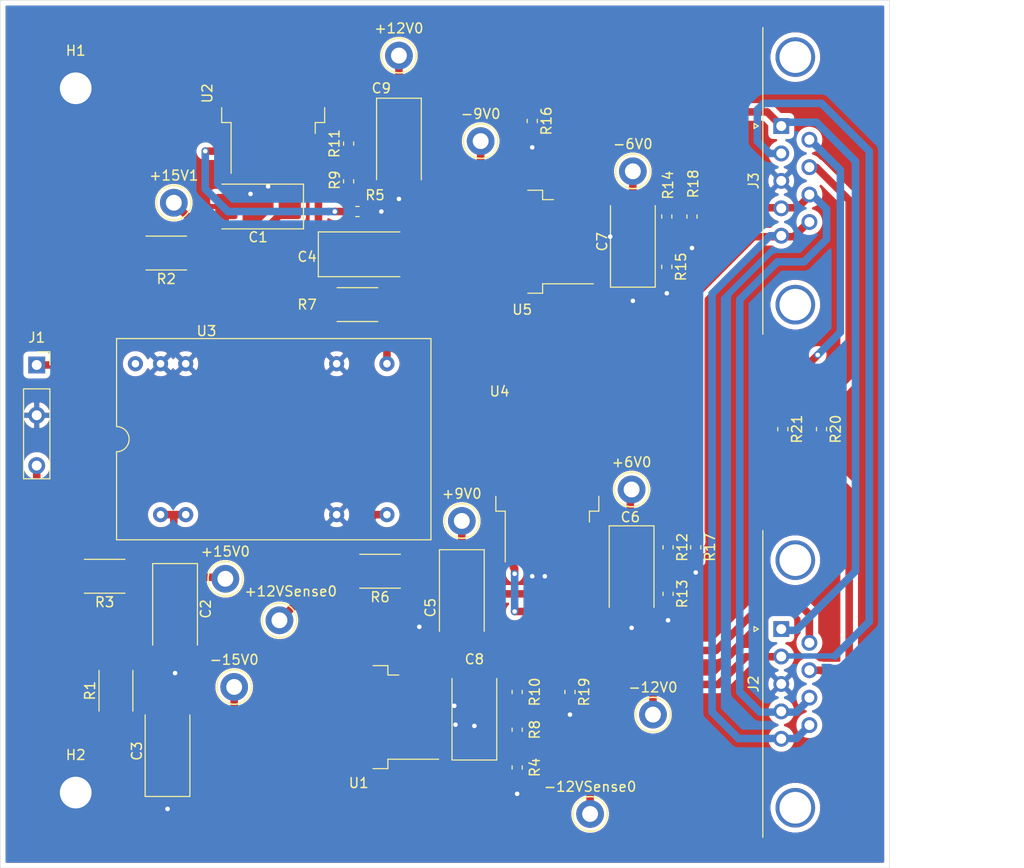
<source format=kicad_pcb>
(kicad_pcb (version 20171130) (host pcbnew "(5.1.5)-3")

  (general
    (thickness 1.6)
    (drawings 4)
    (tracks 300)
    (zones 0)
    (modules 51)
    (nets 26)
  )

  (page A4)
  (title_block
    (title "PPAC_Power)Distro")
    (date 2020-05-12)
    (rev Rev01)
    (company FRIB)
    (comment 1 "Pedro Rodriguez")
  )

  (layers
    (0 F.Cu signal)
    (31 B.Cu signal)
    (36 B.SilkS user)
    (37 F.SilkS user)
    (38 B.Mask user)
    (39 F.Mask user)
    (44 Edge.Cuts user)
    (45 Margin user)
    (46 B.CrtYd user)
    (47 F.CrtYd user)
    (49 F.Fab user hide)
  )

  (setup
    (last_trace_width 0.2032)
    (user_trace_width 0.508)
    (user_trace_width 0.5588)
    (user_trace_width 0.762)
    (trace_clearance 0.2032)
    (zone_clearance 0.508)
    (zone_45_only no)
    (trace_min 0.2032)
    (via_size 0.508)
    (via_drill 0.254)
    (via_min_size 0.508)
    (via_min_drill 0.254)
    (user_via 0.762 0.4572)
    (uvia_size 0.508)
    (uvia_drill 0.254)
    (uvias_allowed no)
    (uvia_min_size 0.2032)
    (uvia_min_drill 0.127)
    (edge_width 0.05)
    (segment_width 0.2)
    (pcb_text_width 0.3)
    (pcb_text_size 1.5 1.5)
    (mod_edge_width 0.12)
    (mod_text_size 1 1)
    (mod_text_width 0.15)
    (pad_size 1.524 1.524)
    (pad_drill 0.762)
    (pad_to_mask_clearance 0.0508)
    (solder_mask_min_width 0.1016)
    (aux_axis_origin 107.823 139.065)
    (grid_origin 107.823 139.065)
    (visible_elements 7FFFFFFF)
    (pcbplotparams
      (layerselection 0x010f0_ffffffff)
      (usegerberextensions true)
      (usegerberattributes false)
      (usegerberadvancedattributes false)
      (creategerberjobfile false)
      (excludeedgelayer true)
      (linewidth 0.100000)
      (plotframeref false)
      (viasonmask false)
      (mode 1)
      (useauxorigin false)
      (hpglpennumber 1)
      (hpglpenspeed 20)
      (hpglpendiameter 15.000000)
      (psnegative false)
      (psa4output false)
      (plotreference true)
      (plotvalue true)
      (plotinvisibletext false)
      (padsonsilk false)
      (subtractmaskfromsilk false)
      (outputformat 1)
      (mirror false)
      (drillshape 0)
      (scaleselection 1)
      (outputdirectory "Gerber/"))
  )

  (net 0 "")
  (net 1 /+15V)
  (net 2 GND)
  (net 3 /-15V)
  (net 4 /-12V)
  (net 5 /+12V)
  (net 6 /+6V)
  (net 7 /-6V)
  (net 8 "Net-(J2-Pad0)")
  (net 9 "Net-(U3-Pad1)")
  (net 10 /+12V_Sense)
  (net 11 /-12V_Sense)
  (net 12 "Net-(R6-Pad2)")
  (net 13 "Net-(J3-Pad0)")
  (net 14 "Net-(R4-Pad1)")
  (net 15 "Net-(R5-Pad1)")
  (net 16 "Net-(R7-Pad2)")
  (net 17 "Net-(R12-Pad2)")
  (net 18 "Net-(R14-Pad2)")
  (net 19 "Net-(J3-Pad7)")
  (net 20 "Net-(J3-Pad6)")
  (net 21 "Net-(+15V1-Pad1)")
  (net 22 "Net-(+15V0-Pad1)")
  (net 23 "Net-(+9V0-Pad1)")
  (net 24 "Net-(-15V0-Pad1)")
  (net 25 "Net-(-9V0-Pad1)")

  (net_class Default "This is the default net class."
    (clearance 0.2032)
    (trace_width 0.2032)
    (via_dia 0.508)
    (via_drill 0.254)
    (uvia_dia 0.508)
    (uvia_drill 0.254)
    (diff_pair_width 0.1524)
    (diff_pair_gap 0.1524)
    (add_net /+12V)
    (add_net /+12V_Sense)
    (add_net /+15V)
    (add_net /+6V)
    (add_net /-12V)
    (add_net /-12V_Sense)
    (add_net /-15V)
    (add_net /-6V)
    (add_net GND)
    (add_net "Net-(+15V0-Pad1)")
    (add_net "Net-(+15V1-Pad1)")
    (add_net "Net-(+9V0-Pad1)")
    (add_net "Net-(-15V0-Pad1)")
    (add_net "Net-(-9V0-Pad1)")
    (add_net "Net-(J2-Pad0)")
    (add_net "Net-(J3-Pad0)")
    (add_net "Net-(J3-Pad6)")
    (add_net "Net-(J3-Pad7)")
    (add_net "Net-(R12-Pad2)")
    (add_net "Net-(R14-Pad2)")
    (add_net "Net-(R4-Pad1)")
    (add_net "Net-(R5-Pad1)")
    (add_net "Net-(R6-Pad2)")
    (add_net "Net-(R7-Pad2)")
    (add_net "Net-(U3-Pad1)")
  )

  (module MountingHole:MountingHole_3.2mm_M3_DIN965_Pad (layer F.Cu) (tedit 56D1B4CB) (tstamp 5ECD75F8)
    (at 115.443 131.445)
    (descr "Mounting Hole 3.2mm, M3, DIN965")
    (tags "mounting hole 3.2mm m3 din965")
    (path /5ECDAA21)
    (attr virtual)
    (fp_text reference H2 (at 0 -3.8) (layer F.SilkS)
      (effects (font (size 1 1) (thickness 0.15)))
    )
    (fp_text value MountingHole_Pad (at 0 3.8) (layer F.Fab)
      (effects (font (size 1 1) (thickness 0.15)))
    )
    (fp_circle (center 0 0) (end 3.05 0) (layer F.CrtYd) (width 0.05))
    (fp_circle (center 0 0) (end 2.8 0) (layer Cmts.User) (width 0.15))
    (fp_text user %R (at 0.3 0) (layer F.Fab)
      (effects (font (size 1 1) (thickness 0.15)))
    )
    (pad 1 thru_hole circle (at 0 0) (size 5.6 5.6) (drill 3.2) (layers *.Cu *.Mask)
      (net 2 GND))
  )

  (module MountingHole:MountingHole_3.2mm_M3_DIN965_Pad (layer F.Cu) (tedit 56D1B4CB) (tstamp 5ECD75F0)
    (at 115.443 60.325)
    (descr "Mounting Hole 3.2mm, M3, DIN965")
    (tags "mounting hole 3.2mm m3 din965")
    (path /5ECD9A61)
    (attr virtual)
    (fp_text reference H1 (at 0 -3.8) (layer F.SilkS)
      (effects (font (size 1 1) (thickness 0.15)))
    )
    (fp_text value MountingHole_Pad (at 0 3.8) (layer F.Fab)
      (effects (font (size 1 1) (thickness 0.15)))
    )
    (fp_circle (center 0 0) (end 3.05 0) (layer F.CrtYd) (width 0.05))
    (fp_circle (center 0 0) (end 2.8 0) (layer Cmts.User) (width 0.15))
    (fp_text user %R (at 0.3 0) (layer F.Fab)
      (effects (font (size 1 1) (thickness 0.15)))
    )
    (pad 1 thru_hole circle (at 0 0) (size 5.6 5.6) (drill 3.2) (layers *.Cu *.Mask)
      (net 2 GND))
  )

  (module Resistor_SMD:R_0603_1608Metric_Pad1.05x0.95mm_HandSolder (layer F.Cu) (tedit 5B301BBD) (tstamp 5EBC7F70)
    (at 143.002 65.913 90)
    (descr "Resistor SMD 0603 (1608 Metric), square (rectangular) end terminal, IPC_7351 nominal with elongated pad for handsoldering. (Body size source: http://www.tortai-tech.com/upload/download/2011102023233369053.pdf), generated with kicad-footprint-generator")
    (tags "resistor handsolder")
    (path /5ECD0012)
    (attr smd)
    (fp_text reference R11 (at 0 -1.43 90) (layer F.SilkS)
      (effects (font (size 1 1) (thickness 0.15)))
    )
    (fp_text value 100R (at 0 1.43 90) (layer F.Fab)
      (effects (font (size 1 1) (thickness 0.15)))
    )
    (fp_text user %R (at 0 0 90) (layer F.Fab)
      (effects (font (size 0.4 0.4) (thickness 0.06)))
    )
    (fp_line (start 1.65 0.73) (end -1.65 0.73) (layer F.CrtYd) (width 0.05))
    (fp_line (start 1.65 -0.73) (end 1.65 0.73) (layer F.CrtYd) (width 0.05))
    (fp_line (start -1.65 -0.73) (end 1.65 -0.73) (layer F.CrtYd) (width 0.05))
    (fp_line (start -1.65 0.73) (end -1.65 -0.73) (layer F.CrtYd) (width 0.05))
    (fp_line (start -0.171267 0.51) (end 0.171267 0.51) (layer F.SilkS) (width 0.12))
    (fp_line (start -0.171267 -0.51) (end 0.171267 -0.51) (layer F.SilkS) (width 0.12))
    (fp_line (start 0.8 0.4) (end -0.8 0.4) (layer F.Fab) (width 0.1))
    (fp_line (start 0.8 -0.4) (end 0.8 0.4) (layer F.Fab) (width 0.1))
    (fp_line (start -0.8 -0.4) (end 0.8 -0.4) (layer F.Fab) (width 0.1))
    (fp_line (start -0.8 0.4) (end -0.8 -0.4) (layer F.Fab) (width 0.1))
    (pad 2 smd roundrect (at 0.875 0 90) (size 1.05 0.95) (layers F.Cu F.Paste F.Mask) (roundrect_rratio 0.25)
      (net 5 /+12V))
    (pad 1 smd roundrect (at -0.875 0 90) (size 1.05 0.95) (layers F.Cu F.Paste F.Mask) (roundrect_rratio 0.25)
      (net 10 /+12V_Sense))
    (model ${KISYS3DMOD}/Resistor_SMD.3dshapes/R_0603_1608Metric.wrl
      (at (xyz 0 0 0))
      (scale (xyz 1 1 1))
      (rotate (xyz 0 0 0))
    )
  )

  (module Resistor_SMD:R_2512_6332Metric_Pad1.52x3.35mm_HandSolder (layer F.Cu) (tedit 5B301BBD) (tstamp 5EBCAC75)
    (at 143.891 82.169)
    (descr "Resistor SMD 2512 (6332 Metric), square (rectangular) end terminal, IPC_7351 nominal with elongated pad for handsoldering. (Body size source: http://www.tortai-tech.com/upload/download/2011102023233369053.pdf), generated with kicad-footprint-generator")
    (tags "resistor handsolder")
    (path /5ED274A4)
    (attr smd)
    (fp_text reference R7 (at -5.08 0) (layer F.SilkS)
      (effects (font (size 1 1) (thickness 0.15)))
    )
    (fp_text value 2R2 (at 0 2.62) (layer F.Fab)
      (effects (font (size 1 1) (thickness 0.15)))
    )
    (fp_text user %R (at 0 0) (layer F.Fab)
      (effects (font (size 1 1) (thickness 0.15)))
    )
    (fp_line (start 4 1.92) (end -4 1.92) (layer F.CrtYd) (width 0.05))
    (fp_line (start 4 -1.92) (end 4 1.92) (layer F.CrtYd) (width 0.05))
    (fp_line (start -4 -1.92) (end 4 -1.92) (layer F.CrtYd) (width 0.05))
    (fp_line (start -4 1.92) (end -4 -1.92) (layer F.CrtYd) (width 0.05))
    (fp_line (start -2.052064 1.71) (end 2.052064 1.71) (layer F.SilkS) (width 0.12))
    (fp_line (start -2.052064 -1.71) (end 2.052064 -1.71) (layer F.SilkS) (width 0.12))
    (fp_line (start 3.15 1.6) (end -3.15 1.6) (layer F.Fab) (width 0.1))
    (fp_line (start 3.15 -1.6) (end 3.15 1.6) (layer F.Fab) (width 0.1))
    (fp_line (start -3.15 -1.6) (end 3.15 -1.6) (layer F.Fab) (width 0.1))
    (fp_line (start -3.15 1.6) (end -3.15 -1.6) (layer F.Fab) (width 0.1))
    (pad 2 smd roundrect (at 2.9875 0) (size 1.525 3.35) (layers F.Cu F.Paste F.Mask) (roundrect_rratio 0.163934)
      (net 16 "Net-(R7-Pad2)"))
    (pad 1 smd roundrect (at -2.9875 0) (size 1.525 3.35) (layers F.Cu F.Paste F.Mask) (roundrect_rratio 0.163934)
      (net 25 "Net-(-9V0-Pad1)"))
    (model ${KISYS3DMOD}/Resistor_SMD.3dshapes/R_2512_6332Metric.wrl
      (at (xyz 0 0 0))
      (scale (xyz 1 1 1))
      (rotate (xyz 0 0 0))
    )
  )

  (module Capacitor_Tantalum_SMD:CP_EIA-7343-31_Kemet-D_Pad2.25x2.55mm_HandSolder (layer F.Cu) (tedit 5B301BBE) (tstamp 5EBDC958)
    (at 144.526 77.089)
    (descr "Tantalum Capacitor SMD Kemet-D (7343-31 Metric), IPC_7351 nominal, (Body size from: http://www.kemet.com/Lists/ProductCatalog/Attachments/253/KEM_TC101_STD.pdf), generated with kicad-footprint-generator")
    (tags "capacitor tantalum")
    (path /5EC55D05)
    (attr smd)
    (fp_text reference C4 (at -5.715 0.254) (layer F.SilkS)
      (effects (font (size 1 1) (thickness 0.15)))
    )
    (fp_text value 47uF (at 0 3.1) (layer F.Fab)
      (effects (font (size 1 1) (thickness 0.15)))
    )
    (fp_text user %R (at 0 0) (layer F.Fab)
      (effects (font (size 1 1) (thickness 0.15)))
    )
    (fp_line (start 4.58 2.4) (end -4.58 2.4) (layer F.CrtYd) (width 0.05))
    (fp_line (start 4.58 -2.4) (end 4.58 2.4) (layer F.CrtYd) (width 0.05))
    (fp_line (start -4.58 -2.4) (end 4.58 -2.4) (layer F.CrtYd) (width 0.05))
    (fp_line (start -4.58 2.4) (end -4.58 -2.4) (layer F.CrtYd) (width 0.05))
    (fp_line (start -4.585 2.26) (end 3.65 2.26) (layer F.SilkS) (width 0.12))
    (fp_line (start -4.585 -2.26) (end -4.585 2.26) (layer F.SilkS) (width 0.12))
    (fp_line (start 3.65 -2.26) (end -4.585 -2.26) (layer F.SilkS) (width 0.12))
    (fp_line (start 3.65 2.15) (end 3.65 -2.15) (layer F.Fab) (width 0.1))
    (fp_line (start -3.65 2.15) (end 3.65 2.15) (layer F.Fab) (width 0.1))
    (fp_line (start -3.65 -1.15) (end -3.65 2.15) (layer F.Fab) (width 0.1))
    (fp_line (start -2.65 -2.15) (end -3.65 -1.15) (layer F.Fab) (width 0.1))
    (fp_line (start 3.65 -2.15) (end -2.65 -2.15) (layer F.Fab) (width 0.1))
    (pad 2 smd roundrect (at 3.2 0) (size 2.25 2.55) (layers F.Cu F.Paste F.Mask) (roundrect_rratio 0.111111)
      (net 25 "Net-(-9V0-Pad1)"))
    (pad 1 smd roundrect (at -3.2 0) (size 2.25 2.55) (layers F.Cu F.Paste F.Mask) (roundrect_rratio 0.111111)
      (net 2 GND))
    (model ${KISYS3DMOD}/Capacitor_Tantalum_SMD.3dshapes/CP_EIA-7343-31_Kemet-D.wrl
      (at (xyz 0 0 0))
      (scale (xyz 1 1 1))
      (rotate (xyz 0 0 0))
    )
  )

  (module Connector_PinSocket_2.54mm:PinSocket_1x03_P2.54mm_Vertical (layer F.Cu) (tedit 5EC6B800) (tstamp 5EBC8794)
    (at 111.506 93.345)
    (descr "Through hole straight socket strip, 1x03, 2.54mm pitch, single row (from Kicad 4.0.7), script generated")
    (tags "Through hole socket strip THT 1x03 2.54mm single row")
    (path /5EC6F1A2)
    (fp_text reference J1 (at 0 -7.85) (layer F.SilkS)
      (effects (font (size 1 1) (thickness 0.15)))
    )
    (fp_text value Screw_Terminal_x03 (at 0 7.85) (layer F.Fab)
      (effects (font (size 1 1) (thickness 0.15)))
    )
    (fp_text user %R (at 0 2.54 90) (layer F.Fab)
      (effects (font (size 1 1) (thickness 0.15)))
    )
    (fp_line (start -1.8 6.85) (end -1.8 -6.88) (layer F.CrtYd) (width 0.05))
    (fp_line (start 1.75 6.85) (end -1.8 6.85) (layer F.CrtYd) (width 0.05))
    (fp_line (start 1.75 -6.88) (end 1.75 6.85) (layer F.CrtYd) (width 0.05))
    (fp_line (start -1.8 -6.88) (end 1.75 -6.88) (layer F.CrtYd) (width 0.05))
    (fp_line (start 0 -6.41) (end 1.33 -6.41) (layer F.SilkS) (width 0.12))
    (fp_line (start 1.33 -6.41) (end 1.33 -5.08) (layer F.SilkS) (width 0.12))
    (fp_line (start 1.33 -2.667) (end 1.33 6.41) (layer F.SilkS) (width 0.12))
    (fp_line (start -1.33 6.41) (end 1.33 6.41) (layer F.SilkS) (width 0.12))
    (fp_line (start -1.33 -2.667) (end -1.33 6.41) (layer F.SilkS) (width 0.12))
    (fp_line (start -1.27 -2.667) (end 1.33 -2.667) (layer F.SilkS) (width 0.12))
    (fp_line (start -1.27 6.35) (end -1.27 -6.35) (layer F.Fab) (width 0.1))
    (fp_line (start 1.27 6.35) (end -1.27 6.35) (layer F.Fab) (width 0.1))
    (fp_line (start 1.27 -5.715) (end 1.27 6.35) (layer F.Fab) (width 0.1))
    (fp_line (start 0.635 -6.35) (end 1.27 -5.715) (layer F.Fab) (width 0.1))
    (fp_line (start -1.27 -6.35) (end 0.635 -6.35) (layer F.Fab) (width 0.1))
    (pad 3 thru_hole oval (at 0 5.08) (size 1.7 1.7) (drill 1) (layers *.Cu *.Mask)
      (net 3 /-15V))
    (pad 2 thru_hole oval (at 0 0) (size 1.7 1.7) (drill 1) (layers *.Cu *.Mask)
      (net 2 GND))
    (pad 1 thru_hole rect (at 0 -5.08) (size 1.7 1.7) (drill 1) (layers *.Cu *.Mask)
      (net 1 /+15V))
    (model ${KISYS3DMOD}/Connector_PinSocket_2.54mm.3dshapes/PinSocket_1x03_P2.54mm_Vertical.wrl
      (at (xyz 0 0 0))
      (scale (xyz 1 1 1))
      (rotate (xyz 0 0 0))
    )
  )

  (module Capacitor_Tantalum_SMD:CP_EIA-7343-31_Kemet-D_Pad2.25x2.55mm_HandSolder (layer F.Cu) (tedit 5B301BBE) (tstamp 5EBDB77D)
    (at 125.476 112.903 270)
    (descr "Tantalum Capacitor SMD Kemet-D (7343-31 Metric), IPC_7351 nominal, (Body size from: http://www.kemet.com/Lists/ProductCatalog/Attachments/253/KEM_TC101_STD.pdf), generated with kicad-footprint-generator")
    (tags "capacitor tantalum")
    (path /5EC53E1D)
    (attr smd)
    (fp_text reference C2 (at 0 -3.1 90) (layer F.SilkS)
      (effects (font (size 1 1) (thickness 0.15)))
    )
    (fp_text value 47uF (at 0 3.1 90) (layer F.Fab)
      (effects (font (size 1 1) (thickness 0.15)))
    )
    (fp_line (start 3.65 -2.15) (end -2.65 -2.15) (layer F.Fab) (width 0.1))
    (fp_line (start -2.65 -2.15) (end -3.65 -1.15) (layer F.Fab) (width 0.1))
    (fp_line (start -3.65 -1.15) (end -3.65 2.15) (layer F.Fab) (width 0.1))
    (fp_line (start -3.65 2.15) (end 3.65 2.15) (layer F.Fab) (width 0.1))
    (fp_line (start 3.65 2.15) (end 3.65 -2.15) (layer F.Fab) (width 0.1))
    (fp_line (start 3.65 -2.26) (end -4.585 -2.26) (layer F.SilkS) (width 0.12))
    (fp_line (start -4.585 -2.26) (end -4.585 2.26) (layer F.SilkS) (width 0.12))
    (fp_line (start -4.585 2.26) (end 3.65 2.26) (layer F.SilkS) (width 0.12))
    (fp_line (start -4.58 2.4) (end -4.58 -2.4) (layer F.CrtYd) (width 0.05))
    (fp_line (start -4.58 -2.4) (end 4.58 -2.4) (layer F.CrtYd) (width 0.05))
    (fp_line (start 4.58 -2.4) (end 4.58 2.4) (layer F.CrtYd) (width 0.05))
    (fp_line (start 4.58 2.4) (end -4.58 2.4) (layer F.CrtYd) (width 0.05))
    (fp_text user %R (at 0 0 90) (layer F.Fab)
      (effects (font (size 1 1) (thickness 0.15)))
    )
    (pad 1 smd roundrect (at -3.2 0 270) (size 2.25 2.55) (layers F.Cu F.Paste F.Mask) (roundrect_rratio 0.111111)
      (net 22 "Net-(+15V0-Pad1)"))
    (pad 2 smd roundrect (at 3.2 0 270) (size 2.25 2.55) (layers F.Cu F.Paste F.Mask) (roundrect_rratio 0.111111)
      (net 2 GND))
    (model ${KISYS3DMOD}/Capacitor_Tantalum_SMD.3dshapes/CP_EIA-7343-31_Kemet-D.wrl
      (at (xyz 0 0 0))
      (scale (xyz 1 1 1))
      (rotate (xyz 0 0 0))
    )
  )

  (module Resistor_SMD:R_2512_6332Metric_Pad1.52x3.35mm_HandSolder (layer F.Cu) (tedit 5B301BBD) (tstamp 5EBF1C99)
    (at 118.364 109.601 180)
    (descr "Resistor SMD 2512 (6332 Metric), square (rectangular) end terminal, IPC_7351 nominal with elongated pad for handsoldering. (Body size source: http://www.tortai-tech.com/upload/download/2011102023233369053.pdf), generated with kicad-footprint-generator")
    (tags "resistor handsolder")
    (path /5ED0492B)
    (attr smd)
    (fp_text reference R3 (at 0 -2.62) (layer F.SilkS)
      (effects (font (size 1 1) (thickness 0.15)))
    )
    (fp_text value 2R2 (at 0 2.62) (layer F.Fab)
      (effects (font (size 1 1) (thickness 0.15)))
    )
    (fp_text user %R (at 0 0) (layer F.Fab)
      (effects (font (size 1 1) (thickness 0.15)))
    )
    (fp_line (start 4 1.92) (end -4 1.92) (layer F.CrtYd) (width 0.05))
    (fp_line (start 4 -1.92) (end 4 1.92) (layer F.CrtYd) (width 0.05))
    (fp_line (start -4 -1.92) (end 4 -1.92) (layer F.CrtYd) (width 0.05))
    (fp_line (start -4 1.92) (end -4 -1.92) (layer F.CrtYd) (width 0.05))
    (fp_line (start -2.052064 1.71) (end 2.052064 1.71) (layer F.SilkS) (width 0.12))
    (fp_line (start -2.052064 -1.71) (end 2.052064 -1.71) (layer F.SilkS) (width 0.12))
    (fp_line (start 3.15 1.6) (end -3.15 1.6) (layer F.Fab) (width 0.1))
    (fp_line (start 3.15 -1.6) (end 3.15 1.6) (layer F.Fab) (width 0.1))
    (fp_line (start -3.15 -1.6) (end 3.15 -1.6) (layer F.Fab) (width 0.1))
    (fp_line (start -3.15 1.6) (end -3.15 -1.6) (layer F.Fab) (width 0.1))
    (pad 2 smd roundrect (at 2.9875 0 180) (size 1.525 3.35) (layers F.Cu F.Paste F.Mask) (roundrect_rratio 0.163934)
      (net 1 /+15V))
    (pad 1 smd roundrect (at -2.9875 0 180) (size 1.525 3.35) (layers F.Cu F.Paste F.Mask) (roundrect_rratio 0.163934)
      (net 22 "Net-(+15V0-Pad1)"))
    (model ${KISYS3DMOD}/Resistor_SMD.3dshapes/R_2512_6332Metric.wrl
      (at (xyz 0 0 0))
      (scale (xyz 1 1 1))
      (rotate (xyz 0 0 0))
    )
  )

  (module Resistor_SMD:R_0603_1608Metric_Pad1.05x0.95mm_HandSolder (layer F.Cu) (tedit 5B301BBD) (tstamp 5EBA6429)
    (at 143.891 72.771)
    (descr "Resistor SMD 0603 (1608 Metric), square (rectangular) end terminal, IPC_7351 nominal with elongated pad for handsoldering. (Body size source: http://www.tortai-tech.com/upload/download/2011102023233369053.pdf), generated with kicad-footprint-generator")
    (tags "resistor handsolder")
    (path /5EC2D605)
    (attr smd)
    (fp_text reference R5 (at 1.778 -1.651) (layer F.SilkS)
      (effects (font (size 1 1) (thickness 0.15)))
    )
    (fp_text value 255R (at 0 1.43) (layer F.Fab)
      (effects (font (size 1 1) (thickness 0.15)))
    )
    (fp_line (start -0.8 0.4) (end -0.8 -0.4) (layer F.Fab) (width 0.1))
    (fp_line (start -0.8 -0.4) (end 0.8 -0.4) (layer F.Fab) (width 0.1))
    (fp_line (start 0.8 -0.4) (end 0.8 0.4) (layer F.Fab) (width 0.1))
    (fp_line (start 0.8 0.4) (end -0.8 0.4) (layer F.Fab) (width 0.1))
    (fp_line (start -0.171267 -0.51) (end 0.171267 -0.51) (layer F.SilkS) (width 0.12))
    (fp_line (start -0.171267 0.51) (end 0.171267 0.51) (layer F.SilkS) (width 0.12))
    (fp_line (start -1.65 0.73) (end -1.65 -0.73) (layer F.CrtYd) (width 0.05))
    (fp_line (start -1.65 -0.73) (end 1.65 -0.73) (layer F.CrtYd) (width 0.05))
    (fp_line (start 1.65 -0.73) (end 1.65 0.73) (layer F.CrtYd) (width 0.05))
    (fp_line (start 1.65 0.73) (end -1.65 0.73) (layer F.CrtYd) (width 0.05))
    (fp_text user %R (at 0 0) (layer F.Fab)
      (effects (font (size 0.4 0.4) (thickness 0.06)))
    )
    (pad 1 smd roundrect (at -0.875 0) (size 1.05 0.95) (layers F.Cu F.Paste F.Mask) (roundrect_rratio 0.25)
      (net 15 "Net-(R5-Pad1)"))
    (pad 2 smd roundrect (at 0.875 0) (size 1.05 0.95) (layers F.Cu F.Paste F.Mask) (roundrect_rratio 0.25)
      (net 2 GND))
    (model ${KISYS3DMOD}/Resistor_SMD.3dshapes/R_0603_1608Metric.wrl
      (at (xyz 0 0 0))
      (scale (xyz 1 1 1))
      (rotate (xyz 0 0 0))
    )
  )

  (module Resistor_SMD:R_0603_1608Metric_Pad1.05x0.95mm_HandSolder (layer F.Cu) (tedit 5B301BBD) (tstamp 5EBEA2FD)
    (at 186.847 94.742 270)
    (descr "Resistor SMD 0603 (1608 Metric), square (rectangular) end terminal, IPC_7351 nominal with elongated pad for handsoldering. (Body size source: http://www.tortai-tech.com/upload/download/2011102023233369053.pdf), generated with kicad-footprint-generator")
    (tags "resistor handsolder")
    (path /5EBFB1E9)
    (attr smd)
    (fp_text reference R21 (at 0 -1.43 90) (layer F.SilkS)
      (effects (font (size 1 1) (thickness 0.15)))
    )
    (fp_text value 10R (at 0 1.43 90) (layer F.Fab)
      (effects (font (size 1 1) (thickness 0.15)))
    )
    (fp_text user %R (at 0 0 90) (layer F.Fab)
      (effects (font (size 0.4 0.4) (thickness 0.06)))
    )
    (fp_line (start 1.65 0.73) (end -1.65 0.73) (layer F.CrtYd) (width 0.05))
    (fp_line (start 1.65 -0.73) (end 1.65 0.73) (layer F.CrtYd) (width 0.05))
    (fp_line (start -1.65 -0.73) (end 1.65 -0.73) (layer F.CrtYd) (width 0.05))
    (fp_line (start -1.65 0.73) (end -1.65 -0.73) (layer F.CrtYd) (width 0.05))
    (fp_line (start -0.171267 0.51) (end 0.171267 0.51) (layer F.SilkS) (width 0.12))
    (fp_line (start -0.171267 -0.51) (end 0.171267 -0.51) (layer F.SilkS) (width 0.12))
    (fp_line (start 0.8 0.4) (end -0.8 0.4) (layer F.Fab) (width 0.1))
    (fp_line (start 0.8 -0.4) (end 0.8 0.4) (layer F.Fab) (width 0.1))
    (fp_line (start -0.8 -0.4) (end 0.8 -0.4) (layer F.Fab) (width 0.1))
    (fp_line (start -0.8 0.4) (end -0.8 -0.4) (layer F.Fab) (width 0.1))
    (pad 2 smd roundrect (at 0.875 0 270) (size 1.05 0.95) (layers F.Cu F.Paste F.Mask) (roundrect_rratio 0.25)
      (net 10 /+12V_Sense))
    (pad 1 smd roundrect (at -0.875 0 270) (size 1.05 0.95) (layers F.Cu F.Paste F.Mask) (roundrect_rratio 0.25)
      (net 20 "Net-(J3-Pad6)"))
    (model ${KISYS3DMOD}/Resistor_SMD.3dshapes/R_0603_1608Metric.wrl
      (at (xyz 0 0 0))
      (scale (xyz 1 1 1))
      (rotate (xyz 0 0 0))
    )
  )

  (module Resistor_SMD:R_0603_1608Metric_Pad1.05x0.95mm_HandSolder (layer F.Cu) (tedit 5B301BBD) (tstamp 5EBEA2EC)
    (at 190.754 94.742 270)
    (descr "Resistor SMD 0603 (1608 Metric), square (rectangular) end terminal, IPC_7351 nominal with elongated pad for handsoldering. (Body size source: http://www.tortai-tech.com/upload/download/2011102023233369053.pdf), generated with kicad-footprint-generator")
    (tags "resistor handsolder")
    (path /5EBFA124)
    (attr smd)
    (fp_text reference R20 (at 0 -1.43 90) (layer F.SilkS)
      (effects (font (size 1 1) (thickness 0.15)))
    )
    (fp_text value 10R (at 0 1.43 90) (layer F.Fab)
      (effects (font (size 1 1) (thickness 0.15)))
    )
    (fp_text user %R (at 0 0 90) (layer F.Fab)
      (effects (font (size 0.4 0.4) (thickness 0.06)))
    )
    (fp_line (start 1.65 0.73) (end -1.65 0.73) (layer F.CrtYd) (width 0.05))
    (fp_line (start 1.65 -0.73) (end 1.65 0.73) (layer F.CrtYd) (width 0.05))
    (fp_line (start -1.65 -0.73) (end 1.65 -0.73) (layer F.CrtYd) (width 0.05))
    (fp_line (start -1.65 0.73) (end -1.65 -0.73) (layer F.CrtYd) (width 0.05))
    (fp_line (start -0.171267 0.51) (end 0.171267 0.51) (layer F.SilkS) (width 0.12))
    (fp_line (start -0.171267 -0.51) (end 0.171267 -0.51) (layer F.SilkS) (width 0.12))
    (fp_line (start 0.8 0.4) (end -0.8 0.4) (layer F.Fab) (width 0.1))
    (fp_line (start 0.8 -0.4) (end 0.8 0.4) (layer F.Fab) (width 0.1))
    (fp_line (start -0.8 -0.4) (end 0.8 -0.4) (layer F.Fab) (width 0.1))
    (fp_line (start -0.8 0.4) (end -0.8 -0.4) (layer F.Fab) (width 0.1))
    (pad 2 smd roundrect (at 0.875 0 270) (size 1.05 0.95) (layers F.Cu F.Paste F.Mask) (roundrect_rratio 0.25)
      (net 11 /-12V_Sense))
    (pad 1 smd roundrect (at -0.875 0 270) (size 1.05 0.95) (layers F.Cu F.Paste F.Mask) (roundrect_rratio 0.25)
      (net 19 "Net-(J3-Pad7)"))
    (model ${KISYS3DMOD}/Resistor_SMD.3dshapes/R_0603_1608Metric.wrl
      (at (xyz 0 0 0))
      (scale (xyz 1 1 1))
      (rotate (xyz 0 0 0))
    )
  )

  (module Connector_Dsub:DSUB-9_Female_Horizontal_P2.77x2.84mm_EdgePinOffset14.56mm_Housed_MountingHolesOffset15.98mm (layer F.Cu) (tedit 5EBDB1A2) (tstamp 5EBA63BD)
    (at 186.69 114.935 90)
    (descr "9-pin D-Sub connector, horizontal/angled (90 deg), THT-mount, female, pitch 2.77x2.84mm, pin-PCB-offset 14.56mm, distance of mounting holes 25mm, distance of mounting holes to PCB edge 15.979999999999999mm, see https://disti-assets.s3.amazonaws.com/tonar/files/datasheets/16730.pdf")
    (tags "9-pin D-Sub connector horizontal angled 90deg THT female pitch 2.77x2.84mm pin-PCB-offset 14.56mm mounting-holes-distance 25mm mounting-hole-offset 25mm")
    (path /5EB167AC)
    (fp_text reference J2 (at -5.54 -2.8 90) (layer F.SilkS)
      (effects (font (size 1 1) (thickness 0.15)))
    )
    (fp_text value DB9_Female_MountingHoles (at -5.54 25.47 90) (layer F.Fab)
      (effects (font (size 1 1) (thickness 0.15)))
    )
    (fp_arc (start -18.04 1.42) (end -19.64 1.42) (angle 180) (layer F.Fab) (width 0.1))
    (fp_arc (start 6.96 1.42) (end 5.36 1.42) (angle 180) (layer F.Fab) (width 0.1))
    (fp_line (start -20.965 -1.8) (end -20.965 17.4) (layer F.Fab) (width 0.1))
    (fp_line (start -20.965 17.4) (end 9.885 17.4) (layer F.Fab) (width 0.1))
    (fp_line (start 9.885 17.4) (end 9.885 -1.8) (layer F.Fab) (width 0.1))
    (fp_line (start 9.885 -1.8) (end -20.965 -1.8) (layer F.Fab) (width 0.1))
    (fp_line (start -20.965 17.4) (end -20.965 17.8) (layer F.Fab) (width 0.1))
    (fp_line (start -20.965 17.8) (end 9.885 17.8) (layer F.Fab) (width 0.1))
    (fp_line (start 9.885 17.8) (end 9.885 17.4) (layer F.Fab) (width 0.1))
    (fp_line (start 9.885 17.4) (end -20.965 17.4) (layer F.Fab) (width 0.1))
    (fp_line (start -13.69 17.8) (end -13.69 23.97) (layer F.Fab) (width 0.1))
    (fp_line (start -13.69 23.97) (end 2.61 23.97) (layer F.Fab) (width 0.1))
    (fp_line (start 2.61 23.97) (end 2.61 17.8) (layer F.Fab) (width 0.1))
    (fp_line (start 2.61 17.8) (end -13.69 17.8) (layer F.Fab) (width 0.1))
    (fp_line (start -20.54 17.8) (end -20.54 22.8) (layer F.Fab) (width 0.1))
    (fp_line (start -20.54 22.8) (end -15.54 22.8) (layer F.Fab) (width 0.1))
    (fp_line (start -15.54 22.8) (end -15.54 17.8) (layer F.Fab) (width 0.1))
    (fp_line (start -15.54 17.8) (end -20.54 17.8) (layer F.Fab) (width 0.1))
    (fp_line (start 4.46 17.8) (end 4.46 22.8) (layer F.Fab) (width 0.1))
    (fp_line (start 4.46 22.8) (end 9.46 22.8) (layer F.Fab) (width 0.1))
    (fp_line (start 9.46 22.8) (end 9.46 17.8) (layer F.Fab) (width 0.1))
    (fp_line (start 9.46 17.8) (end 4.46 17.8) (layer F.Fab) (width 0.1))
    (fp_line (start -19.64 17.4) (end -19.64 1.42) (layer F.Fab) (width 0.1))
    (fp_line (start -16.44 17.4) (end -16.44 1.42) (layer F.Fab) (width 0.1))
    (fp_line (start 5.36 17.4) (end 5.36 1.42) (layer F.Fab) (width 0.1))
    (fp_line (start 8.56 17.4) (end 8.56 1.42) (layer F.Fab) (width 0.1))
    (fp_line (start -21.025 -1.86) (end 9.945 -1.86) (layer F.SilkS) (width 0.12))
    (fp_line (start -0.25 -2.754338) (end 0.25 -2.754338) (layer F.SilkS) (width 0.12))
    (fp_line (start 0.25 -2.754338) (end 0 -2.321325) (layer F.SilkS) (width 0.12))
    (fp_line (start 0 -2.321325) (end -0.25 -2.754338) (layer F.SilkS) (width 0.12))
    (fp_line (start -21.5 -2.3) (end -21.5 24.5) (layer F.CrtYd) (width 0.05))
    (fp_line (start -21.5 24.5) (end 10.4 24.5) (layer F.CrtYd) (width 0.05))
    (fp_line (start 10.4 24.5) (end 10.4 -2.3) (layer F.CrtYd) (width 0.05))
    (fp_line (start 10.4 -2.3) (end -21.5 -2.3) (layer F.CrtYd) (width 0.05))
    (fp_text user %R (at -5.54 20.885 90) (layer F.Fab)
      (effects (font (size 1 1) (thickness 0.15)))
    )
    (pad 1 thru_hole rect (at 0 0 90) (size 1.6 1.6) (drill 1) (layers *.Cu *.Mask)
      (net 5 /+12V))
    (pad 2 thru_hole circle (at -2.77 0 90) (size 1.6 1.6) (drill 1) (layers *.Cu *.Mask)
      (net 4 /-12V))
    (pad 3 thru_hole circle (at -5.54 0 90) (size 1.6 1.6) (drill 1) (layers *.Cu *.Mask)
      (net 2 GND))
    (pad 4 thru_hole circle (at -8.31 0 90) (size 1.6 1.6) (drill 1) (layers *.Cu *.Mask)
      (net 7 /-6V))
    (pad 5 thru_hole circle (at -11.08 0 90) (size 1.6 1.6) (drill 1) (layers *.Cu *.Mask)
      (net 6 /+6V))
    (pad 6 thru_hole circle (at -1.385 2.84 90) (size 1.6 1.6) (drill 1) (layers *.Cu *.Mask)
      (net 10 /+12V_Sense))
    (pad 7 thru_hole circle (at -4.155 2.84 90) (size 1.6 1.6) (drill 1) (layers *.Cu *.Mask)
      (net 11 /-12V_Sense))
    (pad 8 thru_hole circle (at -6.925 2.84 90) (size 1.6 1.6) (drill 1) (layers *.Cu *.Mask)
      (net 7 /-6V))
    (pad 9 thru_hole circle (at -9.695 2.84 90) (size 1.6 1.6) (drill 1) (layers *.Cu *.Mask)
      (net 6 /+6V))
    (pad 0 thru_hole circle (at -18.04 1.42 90) (size 4 4) (drill 3.2) (layers *.Cu *.Mask)
      (net 8 "Net-(J2-Pad0)"))
    (pad 0 thru_hole circle (at 6.96 1.42 90) (size 4 4) (drill 3.2) (layers *.Cu *.Mask)
      (net 8 "Net-(J2-Pad0)"))
    (model ${KISYS3DMOD}/Connector_Dsub.3dshapes/DSUB-9_Female_Horizontal_P2.77x2.84mm_EdgePinOffset14.56mm_Housed_MountingHolesOffset15.98mm.wrl
      (at (xyz 0 0 0))
      (scale (xyz 1 1 1))
      (rotate (xyz 0 0 0))
    )
  )

  (module Connector_Dsub:DSUB-9_Female_Horizontal_P2.77x2.84mm_EdgePinOffset14.56mm_Housed_MountingHolesOffset15.98mm (layer F.Cu) (tedit 5EBDB177) (tstamp 5EBCBA6E)
    (at 186.69 64.135 90)
    (descr "9-pin D-Sub connector, horizontal/angled (90 deg), THT-mount, female, pitch 2.77x2.84mm, pin-PCB-offset 14.56mm, distance of mounting holes 25mm, distance of mounting holes to PCB edge 15.979999999999999mm, see https://disti-assets.s3.amazonaws.com/tonar/files/datasheets/16730.pdf")
    (tags "9-pin D-Sub connector horizontal angled 90deg THT female pitch 2.77x2.84mm pin-PCB-offset 14.56mm mounting-holes-distance 25mm mounting-hole-offset 25mm")
    (path /5EB1907E)
    (fp_text reference J3 (at -5.54 -2.8 90) (layer F.SilkS)
      (effects (font (size 1 1) (thickness 0.15)))
    )
    (fp_text value DB9_Female_MountingHoles (at -5.54 25.47 90) (layer F.Fab)
      (effects (font (size 1 1) (thickness 0.15)))
    )
    (fp_text user %R (at -5.54 20.885 90) (layer F.Fab)
      (effects (font (size 1 1) (thickness 0.15)))
    )
    (fp_line (start 10.4 -2.3) (end -21.5 -2.3) (layer F.CrtYd) (width 0.05))
    (fp_line (start 10.4 24.5) (end 10.4 -2.3) (layer F.CrtYd) (width 0.05))
    (fp_line (start -21.5 24.5) (end 10.4 24.5) (layer F.CrtYd) (width 0.05))
    (fp_line (start -21.5 -2.3) (end -21.5 24.5) (layer F.CrtYd) (width 0.05))
    (fp_line (start 0 -2.321325) (end -0.25 -2.754338) (layer F.SilkS) (width 0.12))
    (fp_line (start 0.25 -2.754338) (end 0 -2.321325) (layer F.SilkS) (width 0.12))
    (fp_line (start -0.25 -2.754338) (end 0.25 -2.754338) (layer F.SilkS) (width 0.12))
    (fp_line (start -21.025 -1.86) (end 9.945 -1.86) (layer F.SilkS) (width 0.12))
    (fp_line (start 8.56 17.4) (end 8.56 1.42) (layer F.Fab) (width 0.1))
    (fp_line (start 5.36 17.4) (end 5.36 1.42) (layer F.Fab) (width 0.1))
    (fp_line (start -16.44 17.4) (end -16.44 1.42) (layer F.Fab) (width 0.1))
    (fp_line (start -19.64 17.4) (end -19.64 1.42) (layer F.Fab) (width 0.1))
    (fp_line (start 9.46 17.8) (end 4.46 17.8) (layer F.Fab) (width 0.1))
    (fp_line (start 9.46 22.8) (end 9.46 17.8) (layer F.Fab) (width 0.1))
    (fp_line (start 4.46 22.8) (end 9.46 22.8) (layer F.Fab) (width 0.1))
    (fp_line (start 4.46 17.8) (end 4.46 22.8) (layer F.Fab) (width 0.1))
    (fp_line (start -15.54 17.8) (end -20.54 17.8) (layer F.Fab) (width 0.1))
    (fp_line (start -15.54 22.8) (end -15.54 17.8) (layer F.Fab) (width 0.1))
    (fp_line (start -20.54 22.8) (end -15.54 22.8) (layer F.Fab) (width 0.1))
    (fp_line (start -20.54 17.8) (end -20.54 22.8) (layer F.Fab) (width 0.1))
    (fp_line (start 2.61 17.8) (end -13.69 17.8) (layer F.Fab) (width 0.1))
    (fp_line (start 2.61 23.97) (end 2.61 17.8) (layer F.Fab) (width 0.1))
    (fp_line (start -13.69 23.97) (end 2.61 23.97) (layer F.Fab) (width 0.1))
    (fp_line (start -13.69 17.8) (end -13.69 23.97) (layer F.Fab) (width 0.1))
    (fp_line (start 9.885 17.4) (end -20.965 17.4) (layer F.Fab) (width 0.1))
    (fp_line (start 9.885 17.8) (end 9.885 17.4) (layer F.Fab) (width 0.1))
    (fp_line (start -20.965 17.8) (end 9.885 17.8) (layer F.Fab) (width 0.1))
    (fp_line (start -20.965 17.4) (end -20.965 17.8) (layer F.Fab) (width 0.1))
    (fp_line (start 9.885 -1.8) (end -20.965 -1.8) (layer F.Fab) (width 0.1))
    (fp_line (start 9.885 17.4) (end 9.885 -1.8) (layer F.Fab) (width 0.1))
    (fp_line (start -20.965 17.4) (end 9.885 17.4) (layer F.Fab) (width 0.1))
    (fp_line (start -20.965 -1.8) (end -20.965 17.4) (layer F.Fab) (width 0.1))
    (fp_arc (start 6.96 1.42) (end 5.36 1.42) (angle 180) (layer F.Fab) (width 0.1))
    (fp_arc (start -18.04 1.42) (end -19.64 1.42) (angle 180) (layer F.Fab) (width 0.1))
    (pad 0 thru_hole circle (at 6.96 1.42 90) (size 4 4) (drill 3.2) (layers *.Cu *.Mask)
      (net 13 "Net-(J3-Pad0)"))
    (pad 0 thru_hole circle (at -18.04 1.42 90) (size 4 4) (drill 3.2) (layers *.Cu *.Mask)
      (net 13 "Net-(J3-Pad0)"))
    (pad 9 thru_hole circle (at -9.695 2.84 90) (size 1.6 1.6) (drill 1) (layers *.Cu *.Mask)
      (net 6 /+6V))
    (pad 8 thru_hole circle (at -6.925 2.84 90) (size 1.6 1.6) (drill 1) (layers *.Cu *.Mask)
      (net 7 /-6V))
    (pad 7 thru_hole circle (at -4.155 2.84 90) (size 1.6 1.6) (drill 1) (layers *.Cu *.Mask)
      (net 19 "Net-(J3-Pad7)"))
    (pad 6 thru_hole circle (at -1.385 2.84 90) (size 1.6 1.6) (drill 1) (layers *.Cu *.Mask)
      (net 20 "Net-(J3-Pad6)"))
    (pad 5 thru_hole circle (at -11.08 0 90) (size 1.6 1.6) (drill 1) (layers *.Cu *.Mask)
      (net 6 /+6V))
    (pad 4 thru_hole circle (at -8.31 0 90) (size 1.6 1.6) (drill 1) (layers *.Cu *.Mask)
      (net 7 /-6V))
    (pad 3 thru_hole circle (at -5.54 0 90) (size 1.6 1.6) (drill 1) (layers *.Cu *.Mask)
      (net 2 GND))
    (pad 2 thru_hole circle (at -2.77 0 90) (size 1.6 1.6) (drill 1) (layers *.Cu *.Mask)
      (net 4 /-12V))
    (pad 1 thru_hole rect (at 0 0 90) (size 1.6 1.6) (drill 1) (layers *.Cu *.Mask)
      (net 5 /+12V))
    (model ${KISYS3DMOD}/Connector_Dsub.3dshapes/DSUB-9_Female_Horizontal_P2.77x2.84mm_EdgePinOffset14.56mm_Housed_MountingHolesOffset15.98mm.wrl
      (at (xyz 0 0 0))
      (scale (xyz 1 1 1))
      (rotate (xyz 0 0 0))
    )
  )

  (module FRIB_lib:Recom_REC75 (layer F.Cu) (tedit 5EB9CB44) (tstamp 5EBB1087)
    (at 134.172001 95.758)
    (path /5EB9CB7D)
    (fp_text reference U3 (at -5.521001 -10.922) (layer F.SilkS)
      (effects (font (size 1 1) (thickness 0.15)))
    )
    (fp_text value Remcon_REC75_1209 (at 1.143 11.684) (layer F.Fab)
      (effects (font (size 1 1) (thickness 0.15)))
    )
    (fp_line (start 17.145 10.16) (end 17.145 -10.16) (layer F.SilkS) (width 0.12))
    (fp_line (start 17.145 -10.16) (end -14.605 -10.16) (layer F.SilkS) (width 0.12))
    (fp_line (start -14.605 10.16) (end 17.145 10.16) (layer F.SilkS) (width 0.12))
    (fp_line (start -14.605 -10.16) (end 17.145 -10.16) (layer F.Fab) (width 0.12))
    (fp_line (start 17.145 -10.16) (end 17.145 10.16) (layer F.Fab) (width 0.12))
    (fp_line (start 17.145 10.16) (end -14.605 10.16) (layer F.Fab) (width 0.12))
    (fp_line (start -14.605 10.16) (end -14.605 -10.16) (layer F.Fab) (width 0.12))
    (fp_arc (start -14.605 0) (end -14.605 1.27) (angle -180) (layer F.SilkS) (width 0.12))
    (fp_line (start -14.605 -10.16) (end -14.605 -1.27) (layer F.SilkS) (width 0.12))
    (fp_line (start -14.605 1.27) (end -14.605 10.16) (layer F.SilkS) (width 0.12))
    (pad 23 thru_hole circle (at -10.16 7.62) (size 1.524 1.524) (drill 0.762) (layers *.Cu *.Mask)
      (net 22 "Net-(+15V0-Pad1)"))
    (pad 22 thru_hole circle (at -7.62 7.62) (size 1.524 1.524) (drill 0.762) (layers *.Cu *.Mask)
      (net 22 "Net-(+15V0-Pad1)"))
    (pad 16 thru_hole circle (at 7.62 7.62) (size 1.524 1.524) (drill 0.762) (layers *.Cu *.Mask)
      (net 2 GND))
    (pad 14 thru_hole circle (at 12.7 7.62) (size 1.524 1.524) (drill 0.762) (layers *.Cu *.Mask)
      (net 12 "Net-(R6-Pad2)"))
    (pad 11 thru_hole circle (at 12.7 -7.62) (size 1.524 1.524) (drill 0.762) (layers *.Cu *.Mask)
      (net 16 "Net-(R7-Pad2)"))
    (pad 9 thru_hole circle (at 7.62 -7.62) (size 1.524 1.524) (drill 0.762) (layers *.Cu *.Mask)
      (net 2 GND))
    (pad 3 thru_hole circle (at -7.62 -7.62) (size 1.524 1.524) (drill 0.762) (layers *.Cu *.Mask)
      (net 2 GND))
    (pad 2 thru_hole circle (at -10.16 -7.62) (size 1.524 1.524) (drill 0.762) (layers *.Cu *.Mask)
      (net 2 GND))
    (pad 1 thru_hole circle (at -12.7 -7.62) (size 1.524 1.524) (drill 0.762) (layers *.Cu *.Mask)
      (net 9 "Net-(U3-Pad1)"))
  )

  (module TestPoint:TestPoint_Keystone_5005-5009_Compact (layer F.Cu) (tedit 5A0F774F) (tstamp 5EBDB432)
    (at 136.017 114.046)
    (descr "Keystone Miniature THM Test Point 5005-5009, http://www.keyelco.com/product-pdf.cfm?p=1314")
    (tags "Through Hole Mount Test Points")
    (path /5EC4615E)
    (fp_text reference +12VSense0 (at 1.143 -2.921) (layer F.SilkS)
      (effects (font (size 1 1) (thickness 0.15)))
    )
    (fp_text value TestPoint (at 0 2.75) (layer F.Fab)
      (effects (font (size 1 1) (thickness 0.15)))
    )
    (fp_circle (center 0 0) (end 1.75 0) (layer F.SilkS) (width 0.15))
    (fp_circle (center 0 0) (end 1.6 0) (layer F.Fab) (width 0.15))
    (fp_circle (center 0 0) (end 2 0) (layer F.CrtYd) (width 0.05))
    (fp_line (start -1.25 0.4) (end -1.25 -0.4) (layer F.Fab) (width 0.15))
    (fp_line (start 1.25 0.4) (end -1.25 0.4) (layer F.Fab) (width 0.15))
    (fp_line (start 1.25 -0.4) (end 1.25 0.4) (layer F.Fab) (width 0.15))
    (fp_line (start -1.25 -0.4) (end 1.25 -0.4) (layer F.Fab) (width 0.15))
    (fp_text user %R (at 0 0) (layer F.Fab)
      (effects (font (size 0.6 0.6) (thickness 0.09)))
    )
    (pad 1 thru_hole circle (at 0 0) (size 2.8 2.8) (drill 1.6) (layers *.Cu *.Mask)
      (net 10 /+12V_Sense))
    (model ${KISYS3DMOD}/TestPoint.3dshapes/TestPoint_Keystone_5005-5009_Compact.wrl
      (at (xyz 0 0 0))
      (scale (xyz 1 1 1))
      (rotate (xyz 0 0 0))
    )
  )

  (module TestPoint:TestPoint_Keystone_5005-5009_Compact (layer F.Cu) (tedit 5A0F774F) (tstamp 5EBDB425)
    (at 167.386 133.604)
    (descr "Keystone Miniature THM Test Point 5005-5009, http://www.keyelco.com/product-pdf.cfm?p=1314")
    (tags "Through Hole Mount Test Points")
    (path /5EC4BCE9)
    (fp_text reference -12VSense0 (at 0 -2.75) (layer F.SilkS)
      (effects (font (size 1 1) (thickness 0.15)))
    )
    (fp_text value TestPoint (at 0 2.75) (layer F.Fab)
      (effects (font (size 1 1) (thickness 0.15)))
    )
    (fp_circle (center 0 0) (end 1.75 0) (layer F.SilkS) (width 0.15))
    (fp_circle (center 0 0) (end 1.6 0) (layer F.Fab) (width 0.15))
    (fp_circle (center 0 0) (end 2 0) (layer F.CrtYd) (width 0.05))
    (fp_line (start -1.25 0.4) (end -1.25 -0.4) (layer F.Fab) (width 0.15))
    (fp_line (start 1.25 0.4) (end -1.25 0.4) (layer F.Fab) (width 0.15))
    (fp_line (start 1.25 -0.4) (end 1.25 0.4) (layer F.Fab) (width 0.15))
    (fp_line (start -1.25 -0.4) (end 1.25 -0.4) (layer F.Fab) (width 0.15))
    (fp_text user %R (at 0 0) (layer F.Fab)
      (effects (font (size 0.6 0.6) (thickness 0.09)))
    )
    (pad 1 thru_hole circle (at 0 0) (size 2.8 2.8) (drill 1.6) (layers *.Cu *.Mask)
      (net 11 /-12V_Sense))
    (model ${KISYS3DMOD}/TestPoint.3dshapes/TestPoint_Keystone_5005-5009_Compact.wrl
      (at (xyz 0 0 0))
      (scale (xyz 1 1 1))
      (rotate (xyz 0 0 0))
    )
  )

  (module TestPoint:TestPoint_Keystone_5005-5009_Compact (layer F.Cu) (tedit 5A0F774F) (tstamp 5EBDB418)
    (at 131.445 120.777)
    (descr "Keystone Miniature THM Test Point 5005-5009, http://www.keyelco.com/product-pdf.cfm?p=1314")
    (tags "Through Hole Mount Test Points")
    (path /5EC3A2E4)
    (fp_text reference -15V0 (at 0 -2.75) (layer F.SilkS)
      (effects (font (size 1 1) (thickness 0.15)))
    )
    (fp_text value TestPoint (at 0 2.75) (layer F.Fab)
      (effects (font (size 1 1) (thickness 0.15)))
    )
    (fp_circle (center 0 0) (end 1.75 0) (layer F.SilkS) (width 0.15))
    (fp_circle (center 0 0) (end 1.6 0) (layer F.Fab) (width 0.15))
    (fp_circle (center 0 0) (end 2 0) (layer F.CrtYd) (width 0.05))
    (fp_line (start -1.25 0.4) (end -1.25 -0.4) (layer F.Fab) (width 0.15))
    (fp_line (start 1.25 0.4) (end -1.25 0.4) (layer F.Fab) (width 0.15))
    (fp_line (start 1.25 -0.4) (end 1.25 0.4) (layer F.Fab) (width 0.15))
    (fp_line (start -1.25 -0.4) (end 1.25 -0.4) (layer F.Fab) (width 0.15))
    (fp_text user %R (at 0 0) (layer F.Fab)
      (effects (font (size 0.6 0.6) (thickness 0.09)))
    )
    (pad 1 thru_hole circle (at 0 0) (size 2.8 2.8) (drill 1.6) (layers *.Cu *.Mask)
      (net 24 "Net-(-15V0-Pad1)"))
    (model ${KISYS3DMOD}/TestPoint.3dshapes/TestPoint_Keystone_5005-5009_Compact.wrl
      (at (xyz 0 0 0))
      (scale (xyz 1 1 1))
      (rotate (xyz 0 0 0))
    )
  )

  (module TestPoint:TestPoint_Keystone_5005-5009_Compact (layer F.Cu) (tedit 5A0F774F) (tstamp 5EBDB40B)
    (at 130.556 109.855)
    (descr "Keystone Miniature THM Test Point 5005-5009, http://www.keyelco.com/product-pdf.cfm?p=1314")
    (tags "Through Hole Mount Test Points")
    (path /5EC3478D)
    (fp_text reference +15V0 (at 0 -2.75) (layer F.SilkS)
      (effects (font (size 1 1) (thickness 0.15)))
    )
    (fp_text value TestPoint (at 0 2.75) (layer F.Fab)
      (effects (font (size 1 1) (thickness 0.15)))
    )
    (fp_circle (center 0 0) (end 1.75 0) (layer F.SilkS) (width 0.15))
    (fp_circle (center 0 0) (end 1.6 0) (layer F.Fab) (width 0.15))
    (fp_circle (center 0 0) (end 2 0) (layer F.CrtYd) (width 0.05))
    (fp_line (start -1.25 0.4) (end -1.25 -0.4) (layer F.Fab) (width 0.15))
    (fp_line (start 1.25 0.4) (end -1.25 0.4) (layer F.Fab) (width 0.15))
    (fp_line (start 1.25 -0.4) (end 1.25 0.4) (layer F.Fab) (width 0.15))
    (fp_line (start -1.25 -0.4) (end 1.25 -0.4) (layer F.Fab) (width 0.15))
    (fp_text user %R (at 0 0) (layer F.Fab)
      (effects (font (size 0.6 0.6) (thickness 0.09)))
    )
    (pad 1 thru_hole circle (at 0 0) (size 2.8 2.8) (drill 1.6) (layers *.Cu *.Mask)
      (net 22 "Net-(+15V0-Pad1)"))
    (model ${KISYS3DMOD}/TestPoint.3dshapes/TestPoint_Keystone_5005-5009_Compact.wrl
      (at (xyz 0 0 0))
      (scale (xyz 1 1 1))
      (rotate (xyz 0 0 0))
    )
  )

  (module TestPoint:TestPoint_Keystone_5005-5009_Compact (layer F.Cu) (tedit 5A0F774F) (tstamp 5EBDB3FE)
    (at 125.349 71.882)
    (descr "Keystone Miniature THM Test Point 5005-5009, http://www.keyelco.com/product-pdf.cfm?p=1314")
    (tags "Through Hole Mount Test Points")
    (path /5EC3FE0A)
    (fp_text reference +15V1 (at 0 -2.75) (layer F.SilkS)
      (effects (font (size 1 1) (thickness 0.15)))
    )
    (fp_text value TestPoint (at 0 2.75) (layer F.Fab)
      (effects (font (size 1 1) (thickness 0.15)))
    )
    (fp_circle (center 0 0) (end 1.75 0) (layer F.SilkS) (width 0.15))
    (fp_circle (center 0 0) (end 1.6 0) (layer F.Fab) (width 0.15))
    (fp_circle (center 0 0) (end 2 0) (layer F.CrtYd) (width 0.05))
    (fp_line (start -1.25 0.4) (end -1.25 -0.4) (layer F.Fab) (width 0.15))
    (fp_line (start 1.25 0.4) (end -1.25 0.4) (layer F.Fab) (width 0.15))
    (fp_line (start 1.25 -0.4) (end 1.25 0.4) (layer F.Fab) (width 0.15))
    (fp_line (start -1.25 -0.4) (end 1.25 -0.4) (layer F.Fab) (width 0.15))
    (fp_text user %R (at 0 0) (layer F.Fab)
      (effects (font (size 0.6 0.6) (thickness 0.09)))
    )
    (pad 1 thru_hole circle (at 0 0) (size 2.8 2.8) (drill 1.6) (layers *.Cu *.Mask)
      (net 21 "Net-(+15V1-Pad1)"))
    (model ${KISYS3DMOD}/TestPoint.3dshapes/TestPoint_Keystone_5005-5009_Compact.wrl
      (at (xyz 0 0 0))
      (scale (xyz 1 1 1))
      (rotate (xyz 0 0 0))
    )
  )

  (module Resistor_SMD:R_2512_6332Metric_Pad1.52x3.35mm_HandSolder (layer F.Cu) (tedit 5B301BBD) (tstamp 5EBA643A)
    (at 146.177 109.093 180)
    (descr "Resistor SMD 2512 (6332 Metric), square (rectangular) end terminal, IPC_7351 nominal with elongated pad for handsoldering. (Body size source: http://www.tortai-tech.com/upload/download/2011102023233369053.pdf), generated with kicad-footprint-generator")
    (tags "resistor handsolder")
    (path /5ED27DCC)
    (attr smd)
    (fp_text reference R6 (at 0 -2.62) (layer F.SilkS)
      (effects (font (size 1 1) (thickness 0.15)))
    )
    (fp_text value 2R2 (at 0 2.62) (layer F.Fab)
      (effects (font (size 1 1) (thickness 0.15)))
    )
    (fp_text user %R (at 0 0) (layer F.Fab)
      (effects (font (size 1 1) (thickness 0.15)))
    )
    (fp_line (start 4 1.92) (end -4 1.92) (layer F.CrtYd) (width 0.05))
    (fp_line (start 4 -1.92) (end 4 1.92) (layer F.CrtYd) (width 0.05))
    (fp_line (start -4 -1.92) (end 4 -1.92) (layer F.CrtYd) (width 0.05))
    (fp_line (start -4 1.92) (end -4 -1.92) (layer F.CrtYd) (width 0.05))
    (fp_line (start -2.052064 1.71) (end 2.052064 1.71) (layer F.SilkS) (width 0.12))
    (fp_line (start -2.052064 -1.71) (end 2.052064 -1.71) (layer F.SilkS) (width 0.12))
    (fp_line (start 3.15 1.6) (end -3.15 1.6) (layer F.Fab) (width 0.1))
    (fp_line (start 3.15 -1.6) (end 3.15 1.6) (layer F.Fab) (width 0.1))
    (fp_line (start -3.15 -1.6) (end 3.15 -1.6) (layer F.Fab) (width 0.1))
    (fp_line (start -3.15 1.6) (end -3.15 -1.6) (layer F.Fab) (width 0.1))
    (pad 2 smd roundrect (at 2.9875 0 180) (size 1.525 3.35) (layers F.Cu F.Paste F.Mask) (roundrect_rratio 0.163934)
      (net 12 "Net-(R6-Pad2)"))
    (pad 1 smd roundrect (at -2.9875 0 180) (size 1.525 3.35) (layers F.Cu F.Paste F.Mask) (roundrect_rratio 0.163934)
      (net 23 "Net-(+9V0-Pad1)"))
    (model ${KISYS3DMOD}/Resistor_SMD.3dshapes/R_2512_6332Metric.wrl
      (at (xyz 0 0 0))
      (scale (xyz 1 1 1))
      (rotate (xyz 0 0 0))
    )
  )

  (module Resistor_SMD:R_2512_6332Metric_Pad1.52x3.35mm_HandSolder (layer F.Cu) (tedit 5B301BBD) (tstamp 5EBA63F6)
    (at 124.587 76.962 180)
    (descr "Resistor SMD 2512 (6332 Metric), square (rectangular) end terminal, IPC_7351 nominal with elongated pad for handsoldering. (Body size source: http://www.tortai-tech.com/upload/download/2011102023233369053.pdf), generated with kicad-footprint-generator")
    (tags "resistor handsolder")
    (path /5ED0645F)
    (attr smd)
    (fp_text reference R2 (at 0 -2.62) (layer F.SilkS)
      (effects (font (size 1 1) (thickness 0.15)))
    )
    (fp_text value 2R2 (at 0 2.62) (layer F.Fab)
      (effects (font (size 1 1) (thickness 0.15)))
    )
    (fp_text user %R (at 0 0) (layer F.Fab)
      (effects (font (size 1 1) (thickness 0.15)))
    )
    (fp_line (start 4 1.92) (end -4 1.92) (layer F.CrtYd) (width 0.05))
    (fp_line (start 4 -1.92) (end 4 1.92) (layer F.CrtYd) (width 0.05))
    (fp_line (start -4 -1.92) (end 4 -1.92) (layer F.CrtYd) (width 0.05))
    (fp_line (start -4 1.92) (end -4 -1.92) (layer F.CrtYd) (width 0.05))
    (fp_line (start -2.052064 1.71) (end 2.052064 1.71) (layer F.SilkS) (width 0.12))
    (fp_line (start -2.052064 -1.71) (end 2.052064 -1.71) (layer F.SilkS) (width 0.12))
    (fp_line (start 3.15 1.6) (end -3.15 1.6) (layer F.Fab) (width 0.1))
    (fp_line (start 3.15 -1.6) (end 3.15 1.6) (layer F.Fab) (width 0.1))
    (fp_line (start -3.15 -1.6) (end 3.15 -1.6) (layer F.Fab) (width 0.1))
    (fp_line (start -3.15 1.6) (end -3.15 -1.6) (layer F.Fab) (width 0.1))
    (pad 2 smd roundrect (at 2.9875 0 180) (size 1.525 3.35) (layers F.Cu F.Paste F.Mask) (roundrect_rratio 0.163934)
      (net 1 /+15V))
    (pad 1 smd roundrect (at -2.9875 0 180) (size 1.525 3.35) (layers F.Cu F.Paste F.Mask) (roundrect_rratio 0.163934)
      (net 21 "Net-(+15V1-Pad1)"))
    (model ${KISYS3DMOD}/Resistor_SMD.3dshapes/R_2512_6332Metric.wrl
      (at (xyz 0 0 0))
      (scale (xyz 1 1 1))
      (rotate (xyz 0 0 0))
    )
  )

  (module Resistor_SMD:R_2512_6332Metric_Pad1.52x3.35mm_HandSolder (layer F.Cu) (tedit 5B301BBD) (tstamp 5EBC8326)
    (at 119.507 121.158 90)
    (descr "Resistor SMD 2512 (6332 Metric), square (rectangular) end terminal, IPC_7351 nominal with elongated pad for handsoldering. (Body size source: http://www.tortai-tech.com/upload/download/2011102023233369053.pdf), generated with kicad-footprint-generator")
    (tags "resistor handsolder")
    (path /5ED03E9F)
    (attr smd)
    (fp_text reference R1 (at 0 -2.62 90) (layer F.SilkS)
      (effects (font (size 1 1) (thickness 0.15)))
    )
    (fp_text value 2R2 (at 0 2.62 90) (layer F.Fab)
      (effects (font (size 1 1) (thickness 0.15)))
    )
    (fp_text user %R (at 0 0 90) (layer F.Fab)
      (effects (font (size 1 1) (thickness 0.15)))
    )
    (fp_line (start 4 1.92) (end -4 1.92) (layer F.CrtYd) (width 0.05))
    (fp_line (start 4 -1.92) (end 4 1.92) (layer F.CrtYd) (width 0.05))
    (fp_line (start -4 -1.92) (end 4 -1.92) (layer F.CrtYd) (width 0.05))
    (fp_line (start -4 1.92) (end -4 -1.92) (layer F.CrtYd) (width 0.05))
    (fp_line (start -2.052064 1.71) (end 2.052064 1.71) (layer F.SilkS) (width 0.12))
    (fp_line (start -2.052064 -1.71) (end 2.052064 -1.71) (layer F.SilkS) (width 0.12))
    (fp_line (start 3.15 1.6) (end -3.15 1.6) (layer F.Fab) (width 0.1))
    (fp_line (start 3.15 -1.6) (end 3.15 1.6) (layer F.Fab) (width 0.1))
    (fp_line (start -3.15 -1.6) (end 3.15 -1.6) (layer F.Fab) (width 0.1))
    (fp_line (start -3.15 1.6) (end -3.15 -1.6) (layer F.Fab) (width 0.1))
    (pad 2 smd roundrect (at 2.9875 0 90) (size 1.525 3.35) (layers F.Cu F.Paste F.Mask) (roundrect_rratio 0.163934)
      (net 3 /-15V))
    (pad 1 smd roundrect (at -2.9875 0 90) (size 1.525 3.35) (layers F.Cu F.Paste F.Mask) (roundrect_rratio 0.163934)
      (net 24 "Net-(-15V0-Pad1)"))
    (model ${KISYS3DMOD}/Resistor_SMD.3dshapes/R_2512_6332Metric.wrl
      (at (xyz 0 0 0))
      (scale (xyz 1 1 1))
      (rotate (xyz 0 0 0))
    )
  )

  (module TestPoint:TestPoint_Keystone_5005-5009_Compact (layer F.Cu) (tedit 5A0F774F) (tstamp 5EBC71D5)
    (at 171.704 68.707)
    (descr "Keystone Miniature THM Test Point 5005-5009, http://www.keyelco.com/product-pdf.cfm?p=1314")
    (tags "Through Hole Mount Test Points")
    (path /5EBCEC91)
    (fp_text reference -6V0 (at 0 -2.75) (layer F.SilkS)
      (effects (font (size 1 1) (thickness 0.15)))
    )
    (fp_text value TestPoint (at 0 2.75) (layer F.Fab)
      (effects (font (size 1 1) (thickness 0.15)))
    )
    (fp_circle (center 0 0) (end 1.75 0) (layer F.SilkS) (width 0.15))
    (fp_circle (center 0 0) (end 1.6 0) (layer F.Fab) (width 0.15))
    (fp_circle (center 0 0) (end 2 0) (layer F.CrtYd) (width 0.05))
    (fp_line (start -1.25 0.4) (end -1.25 -0.4) (layer F.Fab) (width 0.15))
    (fp_line (start 1.25 0.4) (end -1.25 0.4) (layer F.Fab) (width 0.15))
    (fp_line (start 1.25 -0.4) (end 1.25 0.4) (layer F.Fab) (width 0.15))
    (fp_line (start -1.25 -0.4) (end 1.25 -0.4) (layer F.Fab) (width 0.15))
    (fp_text user %R (at 0 0) (layer F.Fab)
      (effects (font (size 0.6 0.6) (thickness 0.09)))
    )
    (pad 1 thru_hole circle (at 0 0) (size 2.8 2.8) (drill 1.6) (layers *.Cu *.Mask)
      (net 7 /-6V))
    (model ${KISYS3DMOD}/TestPoint.3dshapes/TestPoint_Keystone_5005-5009_Compact.wrl
      (at (xyz 0 0 0))
      (scale (xyz 1 1 1))
      (rotate (xyz 0 0 0))
    )
  )

  (module TestPoint:TestPoint_Keystone_5005-5009_Compact (layer F.Cu) (tedit 5A0F774F) (tstamp 5EBC7B4B)
    (at 171.577 100.838)
    (descr "Keystone Miniature THM Test Point 5005-5009, http://www.keyelco.com/product-pdf.cfm?p=1314")
    (tags "Through Hole Mount Test Points")
    (path /5EBCDB9E)
    (fp_text reference +6V0 (at 0 -2.75) (layer F.SilkS)
      (effects (font (size 1 1) (thickness 0.15)))
    )
    (fp_text value TestPoint (at 0 2.75) (layer F.Fab)
      (effects (font (size 1 1) (thickness 0.15)))
    )
    (fp_circle (center 0 0) (end 1.75 0) (layer F.SilkS) (width 0.15))
    (fp_circle (center 0 0) (end 1.6 0) (layer F.Fab) (width 0.15))
    (fp_circle (center 0 0) (end 2 0) (layer F.CrtYd) (width 0.05))
    (fp_line (start -1.25 0.4) (end -1.25 -0.4) (layer F.Fab) (width 0.15))
    (fp_line (start 1.25 0.4) (end -1.25 0.4) (layer F.Fab) (width 0.15))
    (fp_line (start 1.25 -0.4) (end 1.25 0.4) (layer F.Fab) (width 0.15))
    (fp_line (start -1.25 -0.4) (end 1.25 -0.4) (layer F.Fab) (width 0.15))
    (fp_text user %R (at 0 0) (layer F.Fab)
      (effects (font (size 0.6 0.6) (thickness 0.09)))
    )
    (pad 1 thru_hole circle (at 0 0) (size 2.8 2.8) (drill 1.6) (layers *.Cu *.Mask)
      (net 6 /+6V))
    (model ${KISYS3DMOD}/TestPoint.3dshapes/TestPoint_Keystone_5005-5009_Compact.wrl
      (at (xyz 0 0 0))
      (scale (xyz 1 1 1))
      (rotate (xyz 0 0 0))
    )
  )

  (module TestPoint:TestPoint_Keystone_5005-5009_Compact (layer F.Cu) (tedit 5A0F774F) (tstamp 5EBC71BB)
    (at 173.736 123.571)
    (descr "Keystone Miniature THM Test Point 5005-5009, http://www.keyelco.com/product-pdf.cfm?p=1314")
    (tags "Through Hole Mount Test Points")
    (path /5EBCF3E4)
    (fp_text reference -12V0 (at 0 -2.75) (layer F.SilkS)
      (effects (font (size 1 1) (thickness 0.15)))
    )
    (fp_text value TestPoint (at 0 2.75) (layer F.Fab)
      (effects (font (size 1 1) (thickness 0.15)))
    )
    (fp_circle (center 0 0) (end 1.75 0) (layer F.SilkS) (width 0.15))
    (fp_circle (center 0 0) (end 1.6 0) (layer F.Fab) (width 0.15))
    (fp_circle (center 0 0) (end 2 0) (layer F.CrtYd) (width 0.05))
    (fp_line (start -1.25 0.4) (end -1.25 -0.4) (layer F.Fab) (width 0.15))
    (fp_line (start 1.25 0.4) (end -1.25 0.4) (layer F.Fab) (width 0.15))
    (fp_line (start 1.25 -0.4) (end 1.25 0.4) (layer F.Fab) (width 0.15))
    (fp_line (start -1.25 -0.4) (end 1.25 -0.4) (layer F.Fab) (width 0.15))
    (fp_text user %R (at 0 0) (layer F.Fab)
      (effects (font (size 0.6 0.6) (thickness 0.09)))
    )
    (pad 1 thru_hole circle (at 0 0) (size 2.8 2.8) (drill 1.6) (layers *.Cu *.Mask)
      (net 4 /-12V))
    (model ${KISYS3DMOD}/TestPoint.3dshapes/TestPoint_Keystone_5005-5009_Compact.wrl
      (at (xyz 0 0 0))
      (scale (xyz 1 1 1))
      (rotate (xyz 0 0 0))
    )
  )

  (module TestPoint:TestPoint_Keystone_5005-5009_Compact (layer F.Cu) (tedit 5A0F774F) (tstamp 5EBC71AE)
    (at 148.082 57.023)
    (descr "Keystone Miniature THM Test Point 5005-5009, http://www.keyelco.com/product-pdf.cfm?p=1314")
    (tags "Through Hole Mount Test Points")
    (path /5EBCA41F)
    (fp_text reference +12V0 (at 0 -2.75) (layer F.SilkS)
      (effects (font (size 1 1) (thickness 0.15)))
    )
    (fp_text value TestPoint (at 0 2.75) (layer F.Fab)
      (effects (font (size 1 1) (thickness 0.15)))
    )
    (fp_circle (center 0 0) (end 1.75 0) (layer F.SilkS) (width 0.15))
    (fp_circle (center 0 0) (end 1.6 0) (layer F.Fab) (width 0.15))
    (fp_circle (center 0 0) (end 2 0) (layer F.CrtYd) (width 0.05))
    (fp_line (start -1.25 0.4) (end -1.25 -0.4) (layer F.Fab) (width 0.15))
    (fp_line (start 1.25 0.4) (end -1.25 0.4) (layer F.Fab) (width 0.15))
    (fp_line (start 1.25 -0.4) (end 1.25 0.4) (layer F.Fab) (width 0.15))
    (fp_line (start -1.25 -0.4) (end 1.25 -0.4) (layer F.Fab) (width 0.15))
    (fp_text user %R (at 0 0) (layer F.Fab)
      (effects (font (size 0.6 0.6) (thickness 0.09)))
    )
    (pad 1 thru_hole circle (at 0 0) (size 2.8 2.8) (drill 1.6) (layers *.Cu *.Mask)
      (net 5 /+12V))
    (model ${KISYS3DMOD}/TestPoint.3dshapes/TestPoint_Keystone_5005-5009_Compact.wrl
      (at (xyz 0 0 0))
      (scale (xyz 1 1 1))
      (rotate (xyz 0 0 0))
    )
  )

  (module TestPoint:TestPoint_Keystone_5005-5009_Compact (layer F.Cu) (tedit 5A0F774F) (tstamp 5EBC71A1)
    (at 156.337 65.659)
    (descr "Keystone Miniature THM Test Point 5005-5009, http://www.keyelco.com/product-pdf.cfm?p=1314")
    (tags "Through Hole Mount Test Points")
    (path /5EBCD3B4)
    (fp_text reference -9V0 (at 0 -2.75) (layer F.SilkS)
      (effects (font (size 1 1) (thickness 0.15)))
    )
    (fp_text value TestPoint (at 0 2.75) (layer F.Fab)
      (effects (font (size 1 1) (thickness 0.15)))
    )
    (fp_circle (center 0 0) (end 1.75 0) (layer F.SilkS) (width 0.15))
    (fp_circle (center 0 0) (end 1.6 0) (layer F.Fab) (width 0.15))
    (fp_circle (center 0 0) (end 2 0) (layer F.CrtYd) (width 0.05))
    (fp_line (start -1.25 0.4) (end -1.25 -0.4) (layer F.Fab) (width 0.15))
    (fp_line (start 1.25 0.4) (end -1.25 0.4) (layer F.Fab) (width 0.15))
    (fp_line (start 1.25 -0.4) (end 1.25 0.4) (layer F.Fab) (width 0.15))
    (fp_line (start -1.25 -0.4) (end 1.25 -0.4) (layer F.Fab) (width 0.15))
    (fp_text user %R (at 0 0) (layer F.Fab)
      (effects (font (size 0.6 0.6) (thickness 0.09)))
    )
    (pad 1 thru_hole circle (at 0 0) (size 2.8 2.8) (drill 1.6) (layers *.Cu *.Mask)
      (net 25 "Net-(-9V0-Pad1)"))
    (model ${KISYS3DMOD}/TestPoint.3dshapes/TestPoint_Keystone_5005-5009_Compact.wrl
      (at (xyz 0 0 0))
      (scale (xyz 1 1 1))
      (rotate (xyz 0 0 0))
    )
  )

  (module TestPoint:TestPoint_Keystone_5005-5009_Compact (layer F.Cu) (tedit 5A0F774F) (tstamp 5EBC7194)
    (at 154.432 104.013)
    (descr "Keystone Miniature THM Test Point 5005-5009, http://www.keyelco.com/product-pdf.cfm?p=1314")
    (tags "Through Hole Mount Test Points")
    (path /5EBCC59A)
    (fp_text reference +9V0 (at 0 -2.75) (layer F.SilkS)
      (effects (font (size 1 1) (thickness 0.15)))
    )
    (fp_text value TestPoint (at 0 2.75) (layer F.Fab)
      (effects (font (size 1 1) (thickness 0.15)))
    )
    (fp_circle (center 0 0) (end 1.75 0) (layer F.SilkS) (width 0.15))
    (fp_circle (center 0 0) (end 1.6 0) (layer F.Fab) (width 0.15))
    (fp_circle (center 0 0) (end 2 0) (layer F.CrtYd) (width 0.05))
    (fp_line (start -1.25 0.4) (end -1.25 -0.4) (layer F.Fab) (width 0.15))
    (fp_line (start 1.25 0.4) (end -1.25 0.4) (layer F.Fab) (width 0.15))
    (fp_line (start 1.25 -0.4) (end 1.25 0.4) (layer F.Fab) (width 0.15))
    (fp_line (start -1.25 -0.4) (end 1.25 -0.4) (layer F.Fab) (width 0.15))
    (fp_text user %R (at 0 0) (layer F.Fab)
      (effects (font (size 0.6 0.6) (thickness 0.09)))
    )
    (pad 1 thru_hole circle (at 0 0) (size 2.8 2.8) (drill 1.6) (layers *.Cu *.Mask)
      (net 23 "Net-(+9V0-Pad1)"))
    (model ${KISYS3DMOD}/TestPoint.3dshapes/TestPoint_Keystone_5005-5009_Compact.wrl
      (at (xyz 0 0 0))
      (scale (xyz 1 1 1))
      (rotate (xyz 0 0 0))
    )
  )

  (module Resistor_SMD:R_0603_1608Metric_Pad1.05x0.95mm_HandSolder (layer F.Cu) (tedit 5B301BBD) (tstamp 5EBC7187)
    (at 165.354 121.285 270)
    (descr "Resistor SMD 0603 (1608 Metric), square (rectangular) end terminal, IPC_7351 nominal with elongated pad for handsoldering. (Body size source: http://www.tortai-tech.com/upload/download/2011102023233369053.pdf), generated with kicad-footprint-generator")
    (tags "resistor handsolder")
    (path /5ED3F7F5)
    (attr smd)
    (fp_text reference R19 (at 0 -1.43 90) (layer F.SilkS)
      (effects (font (size 1 1) (thickness 0.15)))
    )
    (fp_text value NP (at 0 1.43 90) (layer F.Fab)
      (effects (font (size 1 1) (thickness 0.15)))
    )
    (fp_text user %R (at 0 0 90) (layer F.Fab)
      (effects (font (size 0.4 0.4) (thickness 0.06)))
    )
    (fp_line (start 1.65 0.73) (end -1.65 0.73) (layer F.CrtYd) (width 0.05))
    (fp_line (start 1.65 -0.73) (end 1.65 0.73) (layer F.CrtYd) (width 0.05))
    (fp_line (start -1.65 -0.73) (end 1.65 -0.73) (layer F.CrtYd) (width 0.05))
    (fp_line (start -1.65 0.73) (end -1.65 -0.73) (layer F.CrtYd) (width 0.05))
    (fp_line (start -0.171267 0.51) (end 0.171267 0.51) (layer F.SilkS) (width 0.12))
    (fp_line (start -0.171267 -0.51) (end 0.171267 -0.51) (layer F.SilkS) (width 0.12))
    (fp_line (start 0.8 0.4) (end -0.8 0.4) (layer F.Fab) (width 0.1))
    (fp_line (start 0.8 -0.4) (end 0.8 0.4) (layer F.Fab) (width 0.1))
    (fp_line (start -0.8 -0.4) (end 0.8 -0.4) (layer F.Fab) (width 0.1))
    (fp_line (start -0.8 0.4) (end -0.8 -0.4) (layer F.Fab) (width 0.1))
    (pad 2 smd roundrect (at 0.875 0 270) (size 1.05 0.95) (layers F.Cu F.Paste F.Mask) (roundrect_rratio 0.25)
      (net 2 GND))
    (pad 1 smd roundrect (at -0.875 0 270) (size 1.05 0.95) (layers F.Cu F.Paste F.Mask) (roundrect_rratio 0.25)
      (net 4 /-12V))
    (model ${KISYS3DMOD}/Resistor_SMD.3dshapes/R_0603_1608Metric.wrl
      (at (xyz 0 0 0))
      (scale (xyz 1 1 1))
      (rotate (xyz 0 0 0))
    )
  )

  (module Resistor_SMD:R_0603_1608Metric_Pad1.05x0.95mm_HandSolder (layer F.Cu) (tedit 5B301BBD) (tstamp 5EBC7176)
    (at 177.673 73.279 270)
    (descr "Resistor SMD 0603 (1608 Metric), square (rectangular) end terminal, IPC_7351 nominal with elongated pad for handsoldering. (Body size source: http://www.tortai-tech.com/upload/download/2011102023233369053.pdf), generated with kicad-footprint-generator")
    (tags "resistor handsolder")
    (path /5ED3940B)
    (attr smd)
    (fp_text reference R18 (at -3.302 -0.127 90) (layer F.SilkS)
      (effects (font (size 1 1) (thickness 0.15)))
    )
    (fp_text value NP (at 0 1.43 90) (layer F.Fab)
      (effects (font (size 1 1) (thickness 0.15)))
    )
    (fp_text user %R (at 0 0 90) (layer F.Fab)
      (effects (font (size 0.4 0.4) (thickness 0.06)))
    )
    (fp_line (start 1.65 0.73) (end -1.65 0.73) (layer F.CrtYd) (width 0.05))
    (fp_line (start 1.65 -0.73) (end 1.65 0.73) (layer F.CrtYd) (width 0.05))
    (fp_line (start -1.65 -0.73) (end 1.65 -0.73) (layer F.CrtYd) (width 0.05))
    (fp_line (start -1.65 0.73) (end -1.65 -0.73) (layer F.CrtYd) (width 0.05))
    (fp_line (start -0.171267 0.51) (end 0.171267 0.51) (layer F.SilkS) (width 0.12))
    (fp_line (start -0.171267 -0.51) (end 0.171267 -0.51) (layer F.SilkS) (width 0.12))
    (fp_line (start 0.8 0.4) (end -0.8 0.4) (layer F.Fab) (width 0.1))
    (fp_line (start 0.8 -0.4) (end 0.8 0.4) (layer F.Fab) (width 0.1))
    (fp_line (start -0.8 -0.4) (end 0.8 -0.4) (layer F.Fab) (width 0.1))
    (fp_line (start -0.8 0.4) (end -0.8 -0.4) (layer F.Fab) (width 0.1))
    (pad 2 smd roundrect (at 0.875 0 270) (size 1.05 0.95) (layers F.Cu F.Paste F.Mask) (roundrect_rratio 0.25)
      (net 2 GND))
    (pad 1 smd roundrect (at -0.875 0 270) (size 1.05 0.95) (layers F.Cu F.Paste F.Mask) (roundrect_rratio 0.25)
      (net 7 /-6V))
    (model ${KISYS3DMOD}/Resistor_SMD.3dshapes/R_0603_1608Metric.wrl
      (at (xyz 0 0 0))
      (scale (xyz 1 1 1))
      (rotate (xyz 0 0 0))
    )
  )

  (module Resistor_SMD:R_0603_1608Metric_Pad1.05x0.95mm_HandSolder (layer F.Cu) (tedit 5B301BBD) (tstamp 5EBC7165)
    (at 178.054 106.68 270)
    (descr "Resistor SMD 0603 (1608 Metric), square (rectangular) end terminal, IPC_7351 nominal with elongated pad for handsoldering. (Body size source: http://www.tortai-tech.com/upload/download/2011102023233369053.pdf), generated with kicad-footprint-generator")
    (tags "resistor handsolder")
    (path /5ED343C5)
    (attr smd)
    (fp_text reference R17 (at 0 -1.43 90) (layer F.SilkS)
      (effects (font (size 1 1) (thickness 0.15)))
    )
    (fp_text value NP (at 0 1.43 90) (layer F.Fab)
      (effects (font (size 1 1) (thickness 0.15)))
    )
    (fp_text user %R (at 0 0 90) (layer F.Fab)
      (effects (font (size 0.4 0.4) (thickness 0.06)))
    )
    (fp_line (start 1.65 0.73) (end -1.65 0.73) (layer F.CrtYd) (width 0.05))
    (fp_line (start 1.65 -0.73) (end 1.65 0.73) (layer F.CrtYd) (width 0.05))
    (fp_line (start -1.65 -0.73) (end 1.65 -0.73) (layer F.CrtYd) (width 0.05))
    (fp_line (start -1.65 0.73) (end -1.65 -0.73) (layer F.CrtYd) (width 0.05))
    (fp_line (start -0.171267 0.51) (end 0.171267 0.51) (layer F.SilkS) (width 0.12))
    (fp_line (start -0.171267 -0.51) (end 0.171267 -0.51) (layer F.SilkS) (width 0.12))
    (fp_line (start 0.8 0.4) (end -0.8 0.4) (layer F.Fab) (width 0.1))
    (fp_line (start 0.8 -0.4) (end 0.8 0.4) (layer F.Fab) (width 0.1))
    (fp_line (start -0.8 -0.4) (end 0.8 -0.4) (layer F.Fab) (width 0.1))
    (fp_line (start -0.8 0.4) (end -0.8 -0.4) (layer F.Fab) (width 0.1))
    (pad 2 smd roundrect (at 0.875 0 270) (size 1.05 0.95) (layers F.Cu F.Paste F.Mask) (roundrect_rratio 0.25)
      (net 2 GND))
    (pad 1 smd roundrect (at -0.875 0 270) (size 1.05 0.95) (layers F.Cu F.Paste F.Mask) (roundrect_rratio 0.25)
      (net 6 /+6V))
    (model ${KISYS3DMOD}/Resistor_SMD.3dshapes/R_0603_1608Metric.wrl
      (at (xyz 0 0 0))
      (scale (xyz 1 1 1))
      (rotate (xyz 0 0 0))
    )
  )

  (module Resistor_SMD:R_0603_1608Metric_Pad1.05x0.95mm_HandSolder (layer F.Cu) (tedit 5B301BBD) (tstamp 5EBC7154)
    (at 161.544 63.627 270)
    (descr "Resistor SMD 0603 (1608 Metric), square (rectangular) end terminal, IPC_7351 nominal with elongated pad for handsoldering. (Body size source: http://www.tortai-tech.com/upload/download/2011102023233369053.pdf), generated with kicad-footprint-generator")
    (tags "resistor handsolder")
    (path /5ED28677)
    (attr smd)
    (fp_text reference R16 (at 0 -1.43 90) (layer F.SilkS)
      (effects (font (size 1 1) (thickness 0.15)))
    )
    (fp_text value NP (at 0 1.43 90) (layer F.Fab)
      (effects (font (size 1 1) (thickness 0.15)))
    )
    (fp_text user %R (at 0 0 90) (layer F.Fab)
      (effects (font (size 0.4 0.4) (thickness 0.06)))
    )
    (fp_line (start 1.65 0.73) (end -1.65 0.73) (layer F.CrtYd) (width 0.05))
    (fp_line (start 1.65 -0.73) (end 1.65 0.73) (layer F.CrtYd) (width 0.05))
    (fp_line (start -1.65 -0.73) (end 1.65 -0.73) (layer F.CrtYd) (width 0.05))
    (fp_line (start -1.65 0.73) (end -1.65 -0.73) (layer F.CrtYd) (width 0.05))
    (fp_line (start -0.171267 0.51) (end 0.171267 0.51) (layer F.SilkS) (width 0.12))
    (fp_line (start -0.171267 -0.51) (end 0.171267 -0.51) (layer F.SilkS) (width 0.12))
    (fp_line (start 0.8 0.4) (end -0.8 0.4) (layer F.Fab) (width 0.1))
    (fp_line (start 0.8 -0.4) (end 0.8 0.4) (layer F.Fab) (width 0.1))
    (fp_line (start -0.8 -0.4) (end 0.8 -0.4) (layer F.Fab) (width 0.1))
    (fp_line (start -0.8 0.4) (end -0.8 -0.4) (layer F.Fab) (width 0.1))
    (pad 2 smd roundrect (at 0.875 0 270) (size 1.05 0.95) (layers F.Cu F.Paste F.Mask) (roundrect_rratio 0.25)
      (net 2 GND))
    (pad 1 smd roundrect (at -0.875 0 270) (size 1.05 0.95) (layers F.Cu F.Paste F.Mask) (roundrect_rratio 0.25)
      (net 5 /+12V))
    (model ${KISYS3DMOD}/Resistor_SMD.3dshapes/R_0603_1608Metric.wrl
      (at (xyz 0 0 0))
      (scale (xyz 1 1 1))
      (rotate (xyz 0 0 0))
    )
  )

  (module Resistor_SMD:R_0603_1608Metric_Pad1.05x0.95mm_HandSolder (layer F.Cu) (tedit 5B301BBD) (tstamp 5EBC7143)
    (at 175.133 78.359 270)
    (descr "Resistor SMD 0603 (1608 Metric), square (rectangular) end terminal, IPC_7351 nominal with elongated pad for handsoldering. (Body size source: http://www.tortai-tech.com/upload/download/2011102023233369053.pdf), generated with kicad-footprint-generator")
    (tags "resistor handsolder")
    (path /5EC58BB1)
    (attr smd)
    (fp_text reference R15 (at 0 -1.43 90) (layer F.SilkS)
      (effects (font (size 1 1) (thickness 0.15)))
    )
    (fp_text value 237R (at 0 1.43 90) (layer F.Fab)
      (effects (font (size 1 1) (thickness 0.15)))
    )
    (fp_text user %R (at 0 0 90) (layer F.Fab)
      (effects (font (size 0.4 0.4) (thickness 0.06)))
    )
    (fp_line (start 1.65 0.73) (end -1.65 0.73) (layer F.CrtYd) (width 0.05))
    (fp_line (start 1.65 -0.73) (end 1.65 0.73) (layer F.CrtYd) (width 0.05))
    (fp_line (start -1.65 -0.73) (end 1.65 -0.73) (layer F.CrtYd) (width 0.05))
    (fp_line (start -1.65 0.73) (end -1.65 -0.73) (layer F.CrtYd) (width 0.05))
    (fp_line (start -0.171267 0.51) (end 0.171267 0.51) (layer F.SilkS) (width 0.12))
    (fp_line (start -0.171267 -0.51) (end 0.171267 -0.51) (layer F.SilkS) (width 0.12))
    (fp_line (start 0.8 0.4) (end -0.8 0.4) (layer F.Fab) (width 0.1))
    (fp_line (start 0.8 -0.4) (end 0.8 0.4) (layer F.Fab) (width 0.1))
    (fp_line (start -0.8 -0.4) (end 0.8 -0.4) (layer F.Fab) (width 0.1))
    (fp_line (start -0.8 0.4) (end -0.8 -0.4) (layer F.Fab) (width 0.1))
    (pad 2 smd roundrect (at 0.875 0 270) (size 1.05 0.95) (layers F.Cu F.Paste F.Mask) (roundrect_rratio 0.25)
      (net 2 GND))
    (pad 1 smd roundrect (at -0.875 0 270) (size 1.05 0.95) (layers F.Cu F.Paste F.Mask) (roundrect_rratio 0.25)
      (net 18 "Net-(R14-Pad2)"))
    (model ${KISYS3DMOD}/Resistor_SMD.3dshapes/R_0603_1608Metric.wrl
      (at (xyz 0 0 0))
      (scale (xyz 1 1 1))
      (rotate (xyz 0 0 0))
    )
  )

  (module Resistor_SMD:R_0603_1608Metric_Pad1.05x0.95mm_HandSolder (layer F.Cu) (tedit 5B301BBD) (tstamp 5EBC9068)
    (at 175.133 73.279 270)
    (descr "Resistor SMD 0603 (1608 Metric), square (rectangular) end terminal, IPC_7351 nominal with elongated pad for handsoldering. (Body size source: http://www.tortai-tech.com/upload/download/2011102023233369053.pdf), generated with kicad-footprint-generator")
    (tags "resistor handsolder")
    (path /5EC41E3D)
    (attr smd)
    (fp_text reference R14 (at -3.175 -0.127 90) (layer F.SilkS)
      (effects (font (size 1 1) (thickness 0.15)))
    )
    (fp_text value 953R (at 0 1.43 90) (layer F.Fab)
      (effects (font (size 1 1) (thickness 0.15)))
    )
    (fp_text user %R (at 0 0 90) (layer F.Fab)
      (effects (font (size 0.4 0.4) (thickness 0.06)))
    )
    (fp_line (start 1.65 0.73) (end -1.65 0.73) (layer F.CrtYd) (width 0.05))
    (fp_line (start 1.65 -0.73) (end 1.65 0.73) (layer F.CrtYd) (width 0.05))
    (fp_line (start -1.65 -0.73) (end 1.65 -0.73) (layer F.CrtYd) (width 0.05))
    (fp_line (start -1.65 0.73) (end -1.65 -0.73) (layer F.CrtYd) (width 0.05))
    (fp_line (start -0.171267 0.51) (end 0.171267 0.51) (layer F.SilkS) (width 0.12))
    (fp_line (start -0.171267 -0.51) (end 0.171267 -0.51) (layer F.SilkS) (width 0.12))
    (fp_line (start 0.8 0.4) (end -0.8 0.4) (layer F.Fab) (width 0.1))
    (fp_line (start 0.8 -0.4) (end 0.8 0.4) (layer F.Fab) (width 0.1))
    (fp_line (start -0.8 -0.4) (end 0.8 -0.4) (layer F.Fab) (width 0.1))
    (fp_line (start -0.8 0.4) (end -0.8 -0.4) (layer F.Fab) (width 0.1))
    (pad 2 smd roundrect (at 0.875 0 270) (size 1.05 0.95) (layers F.Cu F.Paste F.Mask) (roundrect_rratio 0.25)
      (net 18 "Net-(R14-Pad2)"))
    (pad 1 smd roundrect (at -0.875 0 270) (size 1.05 0.95) (layers F.Cu F.Paste F.Mask) (roundrect_rratio 0.25)
      (net 7 /-6V))
    (model ${KISYS3DMOD}/Resistor_SMD.3dshapes/R_0603_1608Metric.wrl
      (at (xyz 0 0 0))
      (scale (xyz 1 1 1))
      (rotate (xyz 0 0 0))
    )
  )

  (module Resistor_SMD:R_0603_1608Metric_Pad1.05x0.95mm_HandSolder (layer F.Cu) (tedit 5B301BBD) (tstamp 5EBC7121)
    (at 175.26 111.379 270)
    (descr "Resistor SMD 0603 (1608 Metric), square (rectangular) end terminal, IPC_7351 nominal with elongated pad for handsoldering. (Body size source: http://www.tortai-tech.com/upload/download/2011102023233369053.pdf), generated with kicad-footprint-generator")
    (tags "resistor handsolder")
    (path /5EC46ACE)
    (attr smd)
    (fp_text reference R13 (at 0 -1.43 90) (layer F.SilkS)
      (effects (font (size 1 1) (thickness 0.15)))
    )
    (fp_text value 255R (at 0 1.43 90) (layer F.Fab)
      (effects (font (size 1 1) (thickness 0.15)))
    )
    (fp_text user %R (at 0 0 90) (layer F.Fab)
      (effects (font (size 0.4 0.4) (thickness 0.06)))
    )
    (fp_line (start 1.65 0.73) (end -1.65 0.73) (layer F.CrtYd) (width 0.05))
    (fp_line (start 1.65 -0.73) (end 1.65 0.73) (layer F.CrtYd) (width 0.05))
    (fp_line (start -1.65 -0.73) (end 1.65 -0.73) (layer F.CrtYd) (width 0.05))
    (fp_line (start -1.65 0.73) (end -1.65 -0.73) (layer F.CrtYd) (width 0.05))
    (fp_line (start -0.171267 0.51) (end 0.171267 0.51) (layer F.SilkS) (width 0.12))
    (fp_line (start -0.171267 -0.51) (end 0.171267 -0.51) (layer F.SilkS) (width 0.12))
    (fp_line (start 0.8 0.4) (end -0.8 0.4) (layer F.Fab) (width 0.1))
    (fp_line (start 0.8 -0.4) (end 0.8 0.4) (layer F.Fab) (width 0.1))
    (fp_line (start -0.8 -0.4) (end 0.8 -0.4) (layer F.Fab) (width 0.1))
    (fp_line (start -0.8 0.4) (end -0.8 -0.4) (layer F.Fab) (width 0.1))
    (pad 2 smd roundrect (at 0.875 0 270) (size 1.05 0.95) (layers F.Cu F.Paste F.Mask) (roundrect_rratio 0.25)
      (net 2 GND))
    (pad 1 smd roundrect (at -0.875 0 270) (size 1.05 0.95) (layers F.Cu F.Paste F.Mask) (roundrect_rratio 0.25)
      (net 17 "Net-(R12-Pad2)"))
    (model ${KISYS3DMOD}/Resistor_SMD.3dshapes/R_0603_1608Metric.wrl
      (at (xyz 0 0 0))
      (scale (xyz 1 1 1))
      (rotate (xyz 0 0 0))
    )
  )

  (module Resistor_SMD:R_0603_1608Metric_Pad1.05x0.95mm_HandSolder (layer F.Cu) (tedit 5B301BBD) (tstamp 5EBC7110)
    (at 175.26 106.68 270)
    (descr "Resistor SMD 0603 (1608 Metric), square (rectangular) end terminal, IPC_7351 nominal with elongated pad for handsoldering. (Body size source: http://www.tortai-tech.com/upload/download/2011102023233369053.pdf), generated with kicad-footprint-generator")
    (tags "resistor handsolder")
    (path /5EC41983)
    (attr smd)
    (fp_text reference R12 (at 0 -1.43 90) (layer F.SilkS)
      (effects (font (size 1 1) (thickness 0.15)))
    )
    (fp_text value 953R (at 0 1.43 90) (layer F.Fab)
      (effects (font (size 1 1) (thickness 0.15)))
    )
    (fp_text user %R (at 0 0 90) (layer F.Fab)
      (effects (font (size 0.4 0.4) (thickness 0.06)))
    )
    (fp_line (start 1.65 0.73) (end -1.65 0.73) (layer F.CrtYd) (width 0.05))
    (fp_line (start 1.65 -0.73) (end 1.65 0.73) (layer F.CrtYd) (width 0.05))
    (fp_line (start -1.65 -0.73) (end 1.65 -0.73) (layer F.CrtYd) (width 0.05))
    (fp_line (start -1.65 0.73) (end -1.65 -0.73) (layer F.CrtYd) (width 0.05))
    (fp_line (start -0.171267 0.51) (end 0.171267 0.51) (layer F.SilkS) (width 0.12))
    (fp_line (start -0.171267 -0.51) (end 0.171267 -0.51) (layer F.SilkS) (width 0.12))
    (fp_line (start 0.8 0.4) (end -0.8 0.4) (layer F.Fab) (width 0.1))
    (fp_line (start 0.8 -0.4) (end 0.8 0.4) (layer F.Fab) (width 0.1))
    (fp_line (start -0.8 -0.4) (end 0.8 -0.4) (layer F.Fab) (width 0.1))
    (fp_line (start -0.8 0.4) (end -0.8 -0.4) (layer F.Fab) (width 0.1))
    (pad 2 smd roundrect (at 0.875 0 270) (size 1.05 0.95) (layers F.Cu F.Paste F.Mask) (roundrect_rratio 0.25)
      (net 17 "Net-(R12-Pad2)"))
    (pad 1 smd roundrect (at -0.875 0 270) (size 1.05 0.95) (layers F.Cu F.Paste F.Mask) (roundrect_rratio 0.25)
      (net 6 /+6V))
    (model ${KISYS3DMOD}/Resistor_SMD.3dshapes/R_0603_1608Metric.wrl
      (at (xyz 0 0 0))
      (scale (xyz 1 1 1))
      (rotate (xyz 0 0 0))
    )
  )

  (module Resistor_SMD:R_0603_1608Metric_Pad1.05x0.95mm_HandSolder (layer F.Cu) (tedit 5B301BBD) (tstamp 5EBC9DDA)
    (at 160.02 121.285 270)
    (descr "Resistor SMD 0603 (1608 Metric), square (rectangular) end terminal, IPC_7351 nominal with elongated pad for handsoldering. (Body size source: http://www.tortai-tech.com/upload/download/2011102023233369053.pdf), generated with kicad-footprint-generator")
    (tags "resistor handsolder")
    (path /5ECFB556)
    (attr smd)
    (fp_text reference R10 (at 0 -1.778 270) (layer F.SilkS)
      (effects (font (size 1 1) (thickness 0.15)))
    )
    (fp_text value 100R (at 0 1.43 90) (layer F.Fab)
      (effects (font (size 1 1) (thickness 0.15)))
    )
    (fp_text user %R (at 0 0 90) (layer F.Fab)
      (effects (font (size 0.4 0.4) (thickness 0.06)))
    )
    (fp_line (start 1.65 0.73) (end -1.65 0.73) (layer F.CrtYd) (width 0.05))
    (fp_line (start 1.65 -0.73) (end 1.65 0.73) (layer F.CrtYd) (width 0.05))
    (fp_line (start -1.65 -0.73) (end 1.65 -0.73) (layer F.CrtYd) (width 0.05))
    (fp_line (start -1.65 0.73) (end -1.65 -0.73) (layer F.CrtYd) (width 0.05))
    (fp_line (start -0.171267 0.51) (end 0.171267 0.51) (layer F.SilkS) (width 0.12))
    (fp_line (start -0.171267 -0.51) (end 0.171267 -0.51) (layer F.SilkS) (width 0.12))
    (fp_line (start 0.8 0.4) (end -0.8 0.4) (layer F.Fab) (width 0.1))
    (fp_line (start 0.8 -0.4) (end 0.8 0.4) (layer F.Fab) (width 0.1))
    (fp_line (start -0.8 -0.4) (end 0.8 -0.4) (layer F.Fab) (width 0.1))
    (fp_line (start -0.8 0.4) (end -0.8 -0.4) (layer F.Fab) (width 0.1))
    (pad 2 smd roundrect (at 0.875 0 270) (size 1.05 0.95) (layers F.Cu F.Paste F.Mask) (roundrect_rratio 0.25)
      (net 11 /-12V_Sense))
    (pad 1 smd roundrect (at -0.875 0 270) (size 1.05 0.95) (layers F.Cu F.Paste F.Mask) (roundrect_rratio 0.25)
      (net 4 /-12V))
    (model ${KISYS3DMOD}/Resistor_SMD.3dshapes/R_0603_1608Metric.wrl
      (at (xyz 0 0 0))
      (scale (xyz 1 1 1))
      (rotate (xyz 0 0 0))
    )
  )

  (module Resistor_SMD:R_0603_1608Metric_Pad1.05x0.95mm_HandSolder (layer F.Cu) (tedit 5B301BBD) (tstamp 5EBB1192)
    (at 143.002 69.723 270)
    (descr "Resistor SMD 0603 (1608 Metric), square (rectangular) end terminal, IPC_7351 nominal with elongated pad for handsoldering. (Body size source: http://www.tortai-tech.com/upload/download/2011102023233369053.pdf), generated with kicad-footprint-generator")
    (tags "resistor handsolder")
    (path /5EC318A1)
    (attr smd)
    (fp_text reference R9 (at -0.127 1.397 90) (layer F.SilkS)
      (effects (font (size 1 1) (thickness 0.15)))
    )
    (fp_text value 2K15 (at 0 1.43 90) (layer F.Fab)
      (effects (font (size 1 1) (thickness 0.15)))
    )
    (fp_text user %R (at 0 0 90) (layer F.Fab)
      (effects (font (size 0.4 0.4) (thickness 0.06)))
    )
    (fp_line (start 1.65 0.73) (end -1.65 0.73) (layer F.CrtYd) (width 0.05))
    (fp_line (start 1.65 -0.73) (end 1.65 0.73) (layer F.CrtYd) (width 0.05))
    (fp_line (start -1.65 -0.73) (end 1.65 -0.73) (layer F.CrtYd) (width 0.05))
    (fp_line (start -1.65 0.73) (end -1.65 -0.73) (layer F.CrtYd) (width 0.05))
    (fp_line (start -0.171267 0.51) (end 0.171267 0.51) (layer F.SilkS) (width 0.12))
    (fp_line (start -0.171267 -0.51) (end 0.171267 -0.51) (layer F.SilkS) (width 0.12))
    (fp_line (start 0.8 0.4) (end -0.8 0.4) (layer F.Fab) (width 0.1))
    (fp_line (start 0.8 -0.4) (end 0.8 0.4) (layer F.Fab) (width 0.1))
    (fp_line (start -0.8 -0.4) (end 0.8 -0.4) (layer F.Fab) (width 0.1))
    (fp_line (start -0.8 0.4) (end -0.8 -0.4) (layer F.Fab) (width 0.1))
    (pad 2 smd roundrect (at 0.875 0 270) (size 1.05 0.95) (layers F.Cu F.Paste F.Mask) (roundrect_rratio 0.25)
      (net 15 "Net-(R5-Pad1)"))
    (pad 1 smd roundrect (at -0.875 0 270) (size 1.05 0.95) (layers F.Cu F.Paste F.Mask) (roundrect_rratio 0.25)
      (net 10 /+12V_Sense))
    (model ${KISYS3DMOD}/Resistor_SMD.3dshapes/R_0603_1608Metric.wrl
      (at (xyz 0 0 0))
      (scale (xyz 1 1 1))
      (rotate (xyz 0 0 0))
    )
  )

  (module Capacitor_Tantalum_SMD:CP_EIA-7343-31_Kemet-D_Pad2.25x2.55mm_HandSolder (layer F.Cu) (tedit 5B301BBE) (tstamp 5EBA62BD)
    (at 133.858 72.263 180)
    (descr "Tantalum Capacitor SMD Kemet-D (7343-31 Metric), IPC_7351 nominal, (Body size from: http://www.kemet.com/Lists/ProductCatalog/Attachments/253/KEM_TC101_STD.pdf), generated with kicad-footprint-generator")
    (tags "capacitor tantalum")
    (path /5EC4C3C8)
    (attr smd)
    (fp_text reference C1 (at 0 -3.1) (layer F.SilkS)
      (effects (font (size 1 1) (thickness 0.15)))
    )
    (fp_text value 47uF (at 0 3.1) (layer F.Fab)
      (effects (font (size 1 1) (thickness 0.15)))
    )
    (fp_line (start 3.65 -2.15) (end -2.65 -2.15) (layer F.Fab) (width 0.1))
    (fp_line (start -2.65 -2.15) (end -3.65 -1.15) (layer F.Fab) (width 0.1))
    (fp_line (start -3.65 -1.15) (end -3.65 2.15) (layer F.Fab) (width 0.1))
    (fp_line (start -3.65 2.15) (end 3.65 2.15) (layer F.Fab) (width 0.1))
    (fp_line (start 3.65 2.15) (end 3.65 -2.15) (layer F.Fab) (width 0.1))
    (fp_line (start 3.65 -2.26) (end -4.585 -2.26) (layer F.SilkS) (width 0.12))
    (fp_line (start -4.585 -2.26) (end -4.585 2.26) (layer F.SilkS) (width 0.12))
    (fp_line (start -4.585 2.26) (end 3.65 2.26) (layer F.SilkS) (width 0.12))
    (fp_line (start -4.58 2.4) (end -4.58 -2.4) (layer F.CrtYd) (width 0.05))
    (fp_line (start -4.58 -2.4) (end 4.58 -2.4) (layer F.CrtYd) (width 0.05))
    (fp_line (start 4.58 -2.4) (end 4.58 2.4) (layer F.CrtYd) (width 0.05))
    (fp_line (start 4.58 2.4) (end -4.58 2.4) (layer F.CrtYd) (width 0.05))
    (fp_text user %R (at 0 0) (layer F.Fab)
      (effects (font (size 1 1) (thickness 0.15)))
    )
    (pad 1 smd roundrect (at -3.2 0 180) (size 2.25 2.55) (layers F.Cu F.Paste F.Mask) (roundrect_rratio 0.111111)
      (net 21 "Net-(+15V1-Pad1)"))
    (pad 2 smd roundrect (at 3.2 0 180) (size 2.25 2.55) (layers F.Cu F.Paste F.Mask) (roundrect_rratio 0.111111)
      (net 2 GND))
    (model ${KISYS3DMOD}/Capacitor_Tantalum_SMD.3dshapes/CP_EIA-7343-31_Kemet-D.wrl
      (at (xyz 0 0 0))
      (scale (xyz 1 1 1))
      (rotate (xyz 0 0 0))
    )
  )

  (module Capacitor_Tantalum_SMD:CP_EIA-7343-31_Kemet-D_Pad2.25x2.55mm_HandSolder (layer F.Cu) (tedit 5B301BBE) (tstamp 5EBC8358)
    (at 124.714 127.254 90)
    (descr "Tantalum Capacitor SMD Kemet-D (7343-31 Metric), IPC_7351 nominal, (Body size from: http://www.kemet.com/Lists/ProductCatalog/Attachments/253/KEM_TC101_STD.pdf), generated with kicad-footprint-generator")
    (tags "capacitor tantalum")
    (path /5EC583F8)
    (attr smd)
    (fp_text reference C3 (at 0 -3.1 90) (layer F.SilkS)
      (effects (font (size 1 1) (thickness 0.15)))
    )
    (fp_text value 47uF (at 0 3.1 90) (layer F.Fab)
      (effects (font (size 1 1) (thickness 0.15)))
    )
    (fp_line (start 3.65 -2.15) (end -2.65 -2.15) (layer F.Fab) (width 0.1))
    (fp_line (start -2.65 -2.15) (end -3.65 -1.15) (layer F.Fab) (width 0.1))
    (fp_line (start -3.65 -1.15) (end -3.65 2.15) (layer F.Fab) (width 0.1))
    (fp_line (start -3.65 2.15) (end 3.65 2.15) (layer F.Fab) (width 0.1))
    (fp_line (start 3.65 2.15) (end 3.65 -2.15) (layer F.Fab) (width 0.1))
    (fp_line (start 3.65 -2.26) (end -4.585 -2.26) (layer F.SilkS) (width 0.12))
    (fp_line (start -4.585 -2.26) (end -4.585 2.26) (layer F.SilkS) (width 0.12))
    (fp_line (start -4.585 2.26) (end 3.65 2.26) (layer F.SilkS) (width 0.12))
    (fp_line (start -4.58 2.4) (end -4.58 -2.4) (layer F.CrtYd) (width 0.05))
    (fp_line (start -4.58 -2.4) (end 4.58 -2.4) (layer F.CrtYd) (width 0.05))
    (fp_line (start 4.58 -2.4) (end 4.58 2.4) (layer F.CrtYd) (width 0.05))
    (fp_line (start 4.58 2.4) (end -4.58 2.4) (layer F.CrtYd) (width 0.05))
    (fp_text user %R (at 0 0 90) (layer F.Fab)
      (effects (font (size 1 1) (thickness 0.15)))
    )
    (pad 1 smd roundrect (at -3.2 0 90) (size 2.25 2.55) (layers F.Cu F.Paste F.Mask) (roundrect_rratio 0.111111)
      (net 2 GND))
    (pad 2 smd roundrect (at 3.2 0 90) (size 2.25 2.55) (layers F.Cu F.Paste F.Mask) (roundrect_rratio 0.111111)
      (net 24 "Net-(-15V0-Pad1)"))
    (model ${KISYS3DMOD}/Capacitor_Tantalum_SMD.3dshapes/CP_EIA-7343-31_Kemet-D.wrl
      (at (xyz 0 0 0))
      (scale (xyz 1 1 1))
      (rotate (xyz 0 0 0))
    )
  )

  (module Capacitor_Tantalum_SMD:CP_EIA-7343-31_Kemet-D_Pad2.25x2.55mm_HandSolder (layer F.Cu) (tedit 5B301BBE) (tstamp 5EBA6309)
    (at 154.432 111.506 270)
    (descr "Tantalum Capacitor SMD Kemet-D (7343-31 Metric), IPC_7351 nominal, (Body size from: http://www.kemet.com/Lists/ProductCatalog/Attachments/253/KEM_TC101_STD.pdf), generated with kicad-footprint-generator")
    (tags "capacitor tantalum")
    (path /5EC54A0C)
    (attr smd)
    (fp_text reference C5 (at 1.27 3.175 90) (layer F.SilkS)
      (effects (font (size 1 1) (thickness 0.15)))
    )
    (fp_text value 47uF (at 0 3.1 90) (layer F.Fab)
      (effects (font (size 1 1) (thickness 0.15)))
    )
    (fp_text user %R (at 0 0 90) (layer F.Fab)
      (effects (font (size 1 1) (thickness 0.15)))
    )
    (fp_line (start 4.58 2.4) (end -4.58 2.4) (layer F.CrtYd) (width 0.05))
    (fp_line (start 4.58 -2.4) (end 4.58 2.4) (layer F.CrtYd) (width 0.05))
    (fp_line (start -4.58 -2.4) (end 4.58 -2.4) (layer F.CrtYd) (width 0.05))
    (fp_line (start -4.58 2.4) (end -4.58 -2.4) (layer F.CrtYd) (width 0.05))
    (fp_line (start -4.585 2.26) (end 3.65 2.26) (layer F.SilkS) (width 0.12))
    (fp_line (start -4.585 -2.26) (end -4.585 2.26) (layer F.SilkS) (width 0.12))
    (fp_line (start 3.65 -2.26) (end -4.585 -2.26) (layer F.SilkS) (width 0.12))
    (fp_line (start 3.65 2.15) (end 3.65 -2.15) (layer F.Fab) (width 0.1))
    (fp_line (start -3.65 2.15) (end 3.65 2.15) (layer F.Fab) (width 0.1))
    (fp_line (start -3.65 -1.15) (end -3.65 2.15) (layer F.Fab) (width 0.1))
    (fp_line (start -2.65 -2.15) (end -3.65 -1.15) (layer F.Fab) (width 0.1))
    (fp_line (start 3.65 -2.15) (end -2.65 -2.15) (layer F.Fab) (width 0.1))
    (pad 2 smd roundrect (at 3.2 0 270) (size 2.25 2.55) (layers F.Cu F.Paste F.Mask) (roundrect_rratio 0.111111)
      (net 2 GND))
    (pad 1 smd roundrect (at -3.2 0 270) (size 2.25 2.55) (layers F.Cu F.Paste F.Mask) (roundrect_rratio 0.111111)
      (net 23 "Net-(+9V0-Pad1)"))
    (model ${KISYS3DMOD}/Capacitor_Tantalum_SMD.3dshapes/CP_EIA-7343-31_Kemet-D.wrl
      (at (xyz 0 0 0))
      (scale (xyz 1 1 1))
      (rotate (xyz 0 0 0))
    )
  )

  (module Capacitor_Tantalum_SMD:CP_EIA-7343-31_Kemet-D_Pad2.25x2.55mm_HandSolder (layer F.Cu) (tedit 5B301BBE) (tstamp 5EBA631C)
    (at 171.577 109.093 270)
    (descr "Tantalum Capacitor SMD Kemet-D (7343-31 Metric), IPC_7351 nominal, (Body size from: http://www.kemet.com/Lists/ProductCatalog/Attachments/253/KEM_TC101_STD.pdf), generated with kicad-footprint-generator")
    (tags "capacitor tantalum")
    (path /5EC5527A)
    (attr smd)
    (fp_text reference C6 (at -5.461 0.127) (layer F.SilkS)
      (effects (font (size 1 1) (thickness 0.15)))
    )
    (fp_text value 47uF (at 0 3.1 90) (layer F.Fab)
      (effects (font (size 1 1) (thickness 0.15)))
    )
    (fp_text user %R (at 0 0 90) (layer F.Fab)
      (effects (font (size 1 1) (thickness 0.15)))
    )
    (fp_line (start 4.58 2.4) (end -4.58 2.4) (layer F.CrtYd) (width 0.05))
    (fp_line (start 4.58 -2.4) (end 4.58 2.4) (layer F.CrtYd) (width 0.05))
    (fp_line (start -4.58 -2.4) (end 4.58 -2.4) (layer F.CrtYd) (width 0.05))
    (fp_line (start -4.58 2.4) (end -4.58 -2.4) (layer F.CrtYd) (width 0.05))
    (fp_line (start -4.585 2.26) (end 3.65 2.26) (layer F.SilkS) (width 0.12))
    (fp_line (start -4.585 -2.26) (end -4.585 2.26) (layer F.SilkS) (width 0.12))
    (fp_line (start 3.65 -2.26) (end -4.585 -2.26) (layer F.SilkS) (width 0.12))
    (fp_line (start 3.65 2.15) (end 3.65 -2.15) (layer F.Fab) (width 0.1))
    (fp_line (start -3.65 2.15) (end 3.65 2.15) (layer F.Fab) (width 0.1))
    (fp_line (start -3.65 -1.15) (end -3.65 2.15) (layer F.Fab) (width 0.1))
    (fp_line (start -2.65 -2.15) (end -3.65 -1.15) (layer F.Fab) (width 0.1))
    (fp_line (start 3.65 -2.15) (end -2.65 -2.15) (layer F.Fab) (width 0.1))
    (pad 2 smd roundrect (at 3.2 0 270) (size 2.25 2.55) (layers F.Cu F.Paste F.Mask) (roundrect_rratio 0.111111)
      (net 2 GND))
    (pad 1 smd roundrect (at -3.2 0 270) (size 2.25 2.55) (layers F.Cu F.Paste F.Mask) (roundrect_rratio 0.111111)
      (net 6 /+6V))
    (model ${KISYS3DMOD}/Capacitor_Tantalum_SMD.3dshapes/CP_EIA-7343-31_Kemet-D.wrl
      (at (xyz 0 0 0))
      (scale (xyz 1 1 1))
      (rotate (xyz 0 0 0))
    )
  )

  (module Capacitor_Tantalum_SMD:CP_EIA-7343-31_Kemet-D_Pad2.25x2.55mm_HandSolder (layer F.Cu) (tedit 5B301BBE) (tstamp 5EBA632F)
    (at 171.704 75.819 90)
    (descr "Tantalum Capacitor SMD Kemet-D (7343-31 Metric), IPC_7351 nominal, (Body size from: http://www.kemet.com/Lists/ProductCatalog/Attachments/253/KEM_TC101_STD.pdf), generated with kicad-footprint-generator")
    (tags "capacitor tantalum")
    (path /5EC5704F)
    (attr smd)
    (fp_text reference C7 (at 0 -3.1 90) (layer F.SilkS)
      (effects (font (size 1 1) (thickness 0.15)))
    )
    (fp_text value 47uF (at 0 3.1 90) (layer F.Fab)
      (effects (font (size 1 1) (thickness 0.15)))
    )
    (fp_text user %R (at 0 0 90) (layer F.Fab)
      (effects (font (size 1 1) (thickness 0.15)))
    )
    (fp_line (start 4.58 2.4) (end -4.58 2.4) (layer F.CrtYd) (width 0.05))
    (fp_line (start 4.58 -2.4) (end 4.58 2.4) (layer F.CrtYd) (width 0.05))
    (fp_line (start -4.58 -2.4) (end 4.58 -2.4) (layer F.CrtYd) (width 0.05))
    (fp_line (start -4.58 2.4) (end -4.58 -2.4) (layer F.CrtYd) (width 0.05))
    (fp_line (start -4.585 2.26) (end 3.65 2.26) (layer F.SilkS) (width 0.12))
    (fp_line (start -4.585 -2.26) (end -4.585 2.26) (layer F.SilkS) (width 0.12))
    (fp_line (start 3.65 -2.26) (end -4.585 -2.26) (layer F.SilkS) (width 0.12))
    (fp_line (start 3.65 2.15) (end 3.65 -2.15) (layer F.Fab) (width 0.1))
    (fp_line (start -3.65 2.15) (end 3.65 2.15) (layer F.Fab) (width 0.1))
    (fp_line (start -3.65 -1.15) (end -3.65 2.15) (layer F.Fab) (width 0.1))
    (fp_line (start -2.65 -2.15) (end -3.65 -1.15) (layer F.Fab) (width 0.1))
    (fp_line (start 3.65 -2.15) (end -2.65 -2.15) (layer F.Fab) (width 0.1))
    (pad 2 smd roundrect (at 3.2 0 90) (size 2.25 2.55) (layers F.Cu F.Paste F.Mask) (roundrect_rratio 0.111111)
      (net 7 /-6V))
    (pad 1 smd roundrect (at -3.2 0 90) (size 2.25 2.55) (layers F.Cu F.Paste F.Mask) (roundrect_rratio 0.111111)
      (net 2 GND))
    (model ${KISYS3DMOD}/Capacitor_Tantalum_SMD.3dshapes/CP_EIA-7343-31_Kemet-D.wrl
      (at (xyz 0 0 0))
      (scale (xyz 1 1 1))
      (rotate (xyz 0 0 0))
    )
  )

  (module Capacitor_Tantalum_SMD:CP_EIA-7343-31_Kemet-D_Pad2.25x2.55mm_HandSolder (layer F.Cu) (tedit 5B301BBE) (tstamp 5EBC8504)
    (at 155.702 123.571 90)
    (descr "Tantalum Capacitor SMD Kemet-D (7343-31 Metric), IPC_7351 nominal, (Body size from: http://www.kemet.com/Lists/ProductCatalog/Attachments/253/KEM_TC101_STD.pdf), generated with kicad-footprint-generator")
    (tags "capacitor tantalum")
    (path /5EC578B5)
    (attr smd)
    (fp_text reference C8 (at 5.588 0) (layer F.SilkS)
      (effects (font (size 1 1) (thickness 0.15)))
    )
    (fp_text value 47uF (at 0 3.1 90) (layer F.Fab)
      (effects (font (size 1 1) (thickness 0.15)))
    )
    (fp_line (start 3.65 -2.15) (end -2.65 -2.15) (layer F.Fab) (width 0.1))
    (fp_line (start -2.65 -2.15) (end -3.65 -1.15) (layer F.Fab) (width 0.1))
    (fp_line (start -3.65 -1.15) (end -3.65 2.15) (layer F.Fab) (width 0.1))
    (fp_line (start -3.65 2.15) (end 3.65 2.15) (layer F.Fab) (width 0.1))
    (fp_line (start 3.65 2.15) (end 3.65 -2.15) (layer F.Fab) (width 0.1))
    (fp_line (start 3.65 -2.26) (end -4.585 -2.26) (layer F.SilkS) (width 0.12))
    (fp_line (start -4.585 -2.26) (end -4.585 2.26) (layer F.SilkS) (width 0.12))
    (fp_line (start -4.585 2.26) (end 3.65 2.26) (layer F.SilkS) (width 0.12))
    (fp_line (start -4.58 2.4) (end -4.58 -2.4) (layer F.CrtYd) (width 0.05))
    (fp_line (start -4.58 -2.4) (end 4.58 -2.4) (layer F.CrtYd) (width 0.05))
    (fp_line (start 4.58 -2.4) (end 4.58 2.4) (layer F.CrtYd) (width 0.05))
    (fp_line (start 4.58 2.4) (end -4.58 2.4) (layer F.CrtYd) (width 0.05))
    (fp_text user %R (at 0 0 90) (layer F.Fab)
      (effects (font (size 1 1) (thickness 0.15)))
    )
    (pad 1 smd roundrect (at -3.2 0 90) (size 2.25 2.55) (layers F.Cu F.Paste F.Mask) (roundrect_rratio 0.111111)
      (net 2 GND))
    (pad 2 smd roundrect (at 3.2 0 90) (size 2.25 2.55) (layers F.Cu F.Paste F.Mask) (roundrect_rratio 0.111111)
      (net 4 /-12V))
    (model ${KISYS3DMOD}/Capacitor_Tantalum_SMD.3dshapes/CP_EIA-7343-31_Kemet-D.wrl
      (at (xyz 0 0 0))
      (scale (xyz 1 1 1))
      (rotate (xyz 0 0 0))
    )
  )

  (module Capacitor_Tantalum_SMD:CP_EIA-7343-31_Kemet-D_Pad2.25x2.55mm_HandSolder (layer F.Cu) (tedit 5B301BBE) (tstamp 5EBC813D)
    (at 148.082 65.913 270)
    (descr "Tantalum Capacitor SMD Kemet-D (7343-31 Metric), IPC_7351 nominal, (Body size from: http://www.kemet.com/Lists/ProductCatalog/Attachments/253/KEM_TC101_STD.pdf), generated with kicad-footprint-generator")
    (tags "capacitor tantalum")
    (path /5EC53397)
    (attr smd)
    (fp_text reference C9 (at -5.588 1.778) (layer F.SilkS)
      (effects (font (size 1 1) (thickness 0.15)))
    )
    (fp_text value 47uF (at 0 3.1 90) (layer F.Fab)
      (effects (font (size 1 1) (thickness 0.15)))
    )
    (fp_line (start 3.65 -2.15) (end -2.65 -2.15) (layer F.Fab) (width 0.1))
    (fp_line (start -2.65 -2.15) (end -3.65 -1.15) (layer F.Fab) (width 0.1))
    (fp_line (start -3.65 -1.15) (end -3.65 2.15) (layer F.Fab) (width 0.1))
    (fp_line (start -3.65 2.15) (end 3.65 2.15) (layer F.Fab) (width 0.1))
    (fp_line (start 3.65 2.15) (end 3.65 -2.15) (layer F.Fab) (width 0.1))
    (fp_line (start 3.65 -2.26) (end -4.585 -2.26) (layer F.SilkS) (width 0.12))
    (fp_line (start -4.585 -2.26) (end -4.585 2.26) (layer F.SilkS) (width 0.12))
    (fp_line (start -4.585 2.26) (end 3.65 2.26) (layer F.SilkS) (width 0.12))
    (fp_line (start -4.58 2.4) (end -4.58 -2.4) (layer F.CrtYd) (width 0.05))
    (fp_line (start -4.58 -2.4) (end 4.58 -2.4) (layer F.CrtYd) (width 0.05))
    (fp_line (start 4.58 -2.4) (end 4.58 2.4) (layer F.CrtYd) (width 0.05))
    (fp_line (start 4.58 2.4) (end -4.58 2.4) (layer F.CrtYd) (width 0.05))
    (fp_text user %R (at 0 0 90) (layer F.Fab)
      (effects (font (size 1 1) (thickness 0.15)))
    )
    (pad 1 smd roundrect (at -3.2 0 270) (size 2.25 2.55) (layers F.Cu F.Paste F.Mask) (roundrect_rratio 0.111111)
      (net 5 /+12V))
    (pad 2 smd roundrect (at 3.2 0 270) (size 2.25 2.55) (layers F.Cu F.Paste F.Mask) (roundrect_rratio 0.111111)
      (net 2 GND))
    (model ${KISYS3DMOD}/Capacitor_Tantalum_SMD.3dshapes/CP_EIA-7343-31_Kemet-D.wrl
      (at (xyz 0 0 0))
      (scale (xyz 1 1 1))
      (rotate (xyz 0 0 0))
    )
  )

  (module Resistor_SMD:R_0603_1608Metric_Pad1.05x0.95mm_HandSolder (layer F.Cu) (tedit 5B301BBD) (tstamp 5EBC83AD)
    (at 160.02 128.905 270)
    (descr "Resistor SMD 0603 (1608 Metric), square (rectangular) end terminal, IPC_7351 nominal with elongated pad for handsoldering. (Body size source: http://www.tortai-tech.com/upload/download/2011102023233369053.pdf), generated with kicad-footprint-generator")
    (tags "resistor handsolder")
    (path /5EC59B34)
    (attr smd)
    (fp_text reference R4 (at 0 -1.778 90) (layer F.SilkS)
      (effects (font (size 1 1) (thickness 0.15)))
    )
    (fp_text value 237R (at 0 1.43 90) (layer F.Fab)
      (effects (font (size 1 1) (thickness 0.15)))
    )
    (fp_line (start -0.8 0.4) (end -0.8 -0.4) (layer F.Fab) (width 0.1))
    (fp_line (start -0.8 -0.4) (end 0.8 -0.4) (layer F.Fab) (width 0.1))
    (fp_line (start 0.8 -0.4) (end 0.8 0.4) (layer F.Fab) (width 0.1))
    (fp_line (start 0.8 0.4) (end -0.8 0.4) (layer F.Fab) (width 0.1))
    (fp_line (start -0.171267 -0.51) (end 0.171267 -0.51) (layer F.SilkS) (width 0.12))
    (fp_line (start -0.171267 0.51) (end 0.171267 0.51) (layer F.SilkS) (width 0.12))
    (fp_line (start -1.65 0.73) (end -1.65 -0.73) (layer F.CrtYd) (width 0.05))
    (fp_line (start -1.65 -0.73) (end 1.65 -0.73) (layer F.CrtYd) (width 0.05))
    (fp_line (start 1.65 -0.73) (end 1.65 0.73) (layer F.CrtYd) (width 0.05))
    (fp_line (start 1.65 0.73) (end -1.65 0.73) (layer F.CrtYd) (width 0.05))
    (fp_text user %R (at 0 0 90) (layer F.Fab)
      (effects (font (size 0.4 0.4) (thickness 0.06)))
    )
    (pad 1 smd roundrect (at -0.875 0 270) (size 1.05 0.95) (layers F.Cu F.Paste F.Mask) (roundrect_rratio 0.25)
      (net 14 "Net-(R4-Pad1)"))
    (pad 2 smd roundrect (at 0.875 0 270) (size 1.05 0.95) (layers F.Cu F.Paste F.Mask) (roundrect_rratio 0.25)
      (net 2 GND))
    (model ${KISYS3DMOD}/Resistor_SMD.3dshapes/R_0603_1608Metric.wrl
      (at (xyz 0 0 0))
      (scale (xyz 1 1 1))
      (rotate (xyz 0 0 0))
    )
  )

  (module Resistor_SMD:R_0603_1608Metric_Pad1.05x0.95mm_HandSolder (layer F.Cu) (tedit 5B301BBD) (tstamp 5EBA645C)
    (at 160.02 125.095 270)
    (descr "Resistor SMD 0603 (1608 Metric), square (rectangular) end terminal, IPC_7351 nominal with elongated pad for handsoldering. (Body size source: http://www.tortai-tech.com/upload/download/2011102023233369053.pdf), generated with kicad-footprint-generator")
    (tags "resistor handsolder")
    (path /5EC33769)
    (attr smd)
    (fp_text reference R8 (at 0 -1.778 90) (layer F.SilkS)
      (effects (font (size 1 1) (thickness 0.15)))
    )
    (fp_text value 2K15 (at 0 1.43 90) (layer F.Fab)
      (effects (font (size 1 1) (thickness 0.15)))
    )
    (fp_text user %R (at 0 0 90) (layer F.Fab)
      (effects (font (size 0.4 0.4) (thickness 0.06)))
    )
    (fp_line (start 1.65 0.73) (end -1.65 0.73) (layer F.CrtYd) (width 0.05))
    (fp_line (start 1.65 -0.73) (end 1.65 0.73) (layer F.CrtYd) (width 0.05))
    (fp_line (start -1.65 -0.73) (end 1.65 -0.73) (layer F.CrtYd) (width 0.05))
    (fp_line (start -1.65 0.73) (end -1.65 -0.73) (layer F.CrtYd) (width 0.05))
    (fp_line (start -0.171267 0.51) (end 0.171267 0.51) (layer F.SilkS) (width 0.12))
    (fp_line (start -0.171267 -0.51) (end 0.171267 -0.51) (layer F.SilkS) (width 0.12))
    (fp_line (start 0.8 0.4) (end -0.8 0.4) (layer F.Fab) (width 0.1))
    (fp_line (start 0.8 -0.4) (end 0.8 0.4) (layer F.Fab) (width 0.1))
    (fp_line (start -0.8 -0.4) (end 0.8 -0.4) (layer F.Fab) (width 0.1))
    (fp_line (start -0.8 0.4) (end -0.8 -0.4) (layer F.Fab) (width 0.1))
    (pad 2 smd roundrect (at 0.875 0 270) (size 1.05 0.95) (layers F.Cu F.Paste F.Mask) (roundrect_rratio 0.25)
      (net 14 "Net-(R4-Pad1)"))
    (pad 1 smd roundrect (at -0.875 0 270) (size 1.05 0.95) (layers F.Cu F.Paste F.Mask) (roundrect_rratio 0.25)
      (net 11 /-12V_Sense))
    (model ${KISYS3DMOD}/Resistor_SMD.3dshapes/R_0603_1608Metric.wrl
      (at (xyz 0 0 0))
      (scale (xyz 1 1 1))
      (rotate (xyz 0 0 0))
    )
  )

  (module Package_TO_SOT_SMD:TO-263-5_TabPin3 (layer F.Cu) (tedit 5A70FBB6) (tstamp 5EBB1013)
    (at 144.018 123.825 180)
    (descr "TO-263 / D2PAK / DDPAK SMD package, http://www.infineon.com/cms/en/product/packages/PG-TO263/PG-TO263-5-1/")
    (tags "D2PAK DDPAK TO-263 D2PAK-5 TO-263-5 SOT-426")
    (path /5EB91E4C)
    (attr smd)
    (fp_text reference U1 (at 0 -6.65) (layer F.SilkS)
      (effects (font (size 1 1) (thickness 0.15)))
    )
    (fp_text value LM2991 (at 0 6.65) (layer F.Fab)
      (effects (font (size 1 1) (thickness 0.15)))
    )
    (fp_text user %R (at 0 0) (layer F.Fab)
      (effects (font (size 1 1) (thickness 0.15)))
    )
    (fp_line (start 8.32 -5.65) (end -8.32 -5.65) (layer F.CrtYd) (width 0.05))
    (fp_line (start 8.32 5.65) (end 8.32 -5.65) (layer F.CrtYd) (width 0.05))
    (fp_line (start -8.32 5.65) (end 8.32 5.65) (layer F.CrtYd) (width 0.05))
    (fp_line (start -8.32 -5.65) (end -8.32 5.65) (layer F.CrtYd) (width 0.05))
    (fp_line (start -2.95 4.25) (end -4.05 4.25) (layer F.SilkS) (width 0.12))
    (fp_line (start -2.95 5.2) (end -2.95 4.25) (layer F.SilkS) (width 0.12))
    (fp_line (start -1.45 5.2) (end -2.95 5.2) (layer F.SilkS) (width 0.12))
    (fp_line (start -2.95 -4.25) (end -8.075 -4.25) (layer F.SilkS) (width 0.12))
    (fp_line (start -2.95 -5.2) (end -2.95 -4.25) (layer F.SilkS) (width 0.12))
    (fp_line (start -1.45 -5.2) (end -2.95 -5.2) (layer F.SilkS) (width 0.12))
    (fp_line (start -7.45 3.8) (end -2.75 3.8) (layer F.Fab) (width 0.1))
    (fp_line (start -7.45 3) (end -7.45 3.8) (layer F.Fab) (width 0.1))
    (fp_line (start -2.75 3) (end -7.45 3) (layer F.Fab) (width 0.1))
    (fp_line (start -7.45 2.1) (end -2.75 2.1) (layer F.Fab) (width 0.1))
    (fp_line (start -7.45 1.3) (end -7.45 2.1) (layer F.Fab) (width 0.1))
    (fp_line (start -2.75 1.3) (end -7.45 1.3) (layer F.Fab) (width 0.1))
    (fp_line (start -7.45 0.4) (end -2.75 0.4) (layer F.Fab) (width 0.1))
    (fp_line (start -7.45 -0.4) (end -7.45 0.4) (layer F.Fab) (width 0.1))
    (fp_line (start -2.75 -0.4) (end -7.45 -0.4) (layer F.Fab) (width 0.1))
    (fp_line (start -7.45 -1.3) (end -2.75 -1.3) (layer F.Fab) (width 0.1))
    (fp_line (start -7.45 -2.1) (end -7.45 -1.3) (layer F.Fab) (width 0.1))
    (fp_line (start -2.75 -2.1) (end -7.45 -2.1) (layer F.Fab) (width 0.1))
    (fp_line (start -7.45 -3) (end -2.75 -3) (layer F.Fab) (width 0.1))
    (fp_line (start -7.45 -3.8) (end -7.45 -3) (layer F.Fab) (width 0.1))
    (fp_line (start -2.75 -3.8) (end -7.45 -3.8) (layer F.Fab) (width 0.1))
    (fp_line (start -1.75 -5) (end 6.5 -5) (layer F.Fab) (width 0.1))
    (fp_line (start -2.75 -4) (end -1.75 -5) (layer F.Fab) (width 0.1))
    (fp_line (start -2.75 5) (end -2.75 -4) (layer F.Fab) (width 0.1))
    (fp_line (start 6.5 5) (end -2.75 5) (layer F.Fab) (width 0.1))
    (fp_line (start 6.5 -5) (end 6.5 5) (layer F.Fab) (width 0.1))
    (fp_line (start 7.5 5) (end 6.5 5) (layer F.Fab) (width 0.1))
    (fp_line (start 7.5 -5) (end 7.5 5) (layer F.Fab) (width 0.1))
    (fp_line (start 6.5 -5) (end 7.5 -5) (layer F.Fab) (width 0.1))
    (pad "" smd rect (at 0.95 2.775 180) (size 4.55 5.25) (layers F.Paste))
    (pad "" smd rect (at 5.8 -2.775 180) (size 4.55 5.25) (layers F.Paste))
    (pad "" smd rect (at 0.95 -2.775 180) (size 4.55 5.25) (layers F.Paste))
    (pad "" smd rect (at 5.8 2.775 180) (size 4.55 5.25) (layers F.Paste))
    (pad 3 smd rect (at 3.375 0 180) (size 9.4 10.8) (layers F.Cu F.Mask)
      (net 24 "Net-(-15V0-Pad1)"))
    (pad 5 smd rect (at -5.775 3.4 180) (size 4.6 1.1) (layers F.Cu F.Paste F.Mask)
      (net 4 /-12V))
    (pad 4 smd rect (at -5.775 1.7 180) (size 4.6 1.1) (layers F.Cu F.Paste F.Mask)
      (net 2 GND))
    (pad 3 smd rect (at -5.775 0 180) (size 4.6 1.1) (layers F.Cu F.Paste F.Mask)
      (net 24 "Net-(-15V0-Pad1)"))
    (pad 2 smd rect (at -5.775 -1.7 180) (size 4.6 1.1) (layers F.Cu F.Paste F.Mask)
      (net 2 GND))
    (pad 1 smd rect (at -5.775 -3.4 180) (size 4.6 1.1) (layers F.Cu F.Paste F.Mask)
      (net 14 "Net-(R4-Pad1)"))
    (model ${KISYS3DMOD}/Package_TO_SOT_SMD.3dshapes/TO-263-5_TabPin3.wrl
      (at (xyz 0 0 0))
      (scale (xyz 1 1 1))
      (rotate (xyz 0 0 0))
    )
  )

  (module Package_TO_SOT_SMD:TO-263-5_TabPin3 (layer F.Cu) (tedit 5A70FBB6) (tstamp 5EBB10E2)
    (at 135.382 60.833 90)
    (descr "TO-263 / D2PAK / DDPAK SMD package, http://www.infineon.com/cms/en/product/packages/PG-TO263/PG-TO263-5-1/")
    (tags "D2PAK DDPAK TO-263 D2PAK-5 TO-263-5 SOT-426")
    (path /5EC5C856)
    (attr smd)
    (fp_text reference U2 (at 0 -6.65 90) (layer F.SilkS)
      (effects (font (size 1 1) (thickness 0.15)))
    )
    (fp_text value LM2941 (at 0 6.65 90) (layer F.Fab)
      (effects (font (size 1 1) (thickness 0.15)))
    )
    (fp_text user %R (at 0 0 90) (layer F.Fab)
      (effects (font (size 1 1) (thickness 0.15)))
    )
    (fp_line (start 8.32 -5.65) (end -8.32 -5.65) (layer F.CrtYd) (width 0.05))
    (fp_line (start 8.32 5.65) (end 8.32 -5.65) (layer F.CrtYd) (width 0.05))
    (fp_line (start -8.32 5.65) (end 8.32 5.65) (layer F.CrtYd) (width 0.05))
    (fp_line (start -8.32 -5.65) (end -8.32 5.65) (layer F.CrtYd) (width 0.05))
    (fp_line (start -2.95 4.25) (end -4.05 4.25) (layer F.SilkS) (width 0.12))
    (fp_line (start -2.95 5.2) (end -2.95 4.25) (layer F.SilkS) (width 0.12))
    (fp_line (start -1.45 5.2) (end -2.95 5.2) (layer F.SilkS) (width 0.12))
    (fp_line (start -2.95 -4.25) (end -8.075 -4.25) (layer F.SilkS) (width 0.12))
    (fp_line (start -2.95 -5.2) (end -2.95 -4.25) (layer F.SilkS) (width 0.12))
    (fp_line (start -1.45 -5.2) (end -2.95 -5.2) (layer F.SilkS) (width 0.12))
    (fp_line (start -7.45 3.8) (end -2.75 3.8) (layer F.Fab) (width 0.1))
    (fp_line (start -7.45 3) (end -7.45 3.8) (layer F.Fab) (width 0.1))
    (fp_line (start -2.75 3) (end -7.45 3) (layer F.Fab) (width 0.1))
    (fp_line (start -7.45 2.1) (end -2.75 2.1) (layer F.Fab) (width 0.1))
    (fp_line (start -7.45 1.3) (end -7.45 2.1) (layer F.Fab) (width 0.1))
    (fp_line (start -2.75 1.3) (end -7.45 1.3) (layer F.Fab) (width 0.1))
    (fp_line (start -7.45 0.4) (end -2.75 0.4) (layer F.Fab) (width 0.1))
    (fp_line (start -7.45 -0.4) (end -7.45 0.4) (layer F.Fab) (width 0.1))
    (fp_line (start -2.75 -0.4) (end -7.45 -0.4) (layer F.Fab) (width 0.1))
    (fp_line (start -7.45 -1.3) (end -2.75 -1.3) (layer F.Fab) (width 0.1))
    (fp_line (start -7.45 -2.1) (end -7.45 -1.3) (layer F.Fab) (width 0.1))
    (fp_line (start -2.75 -2.1) (end -7.45 -2.1) (layer F.Fab) (width 0.1))
    (fp_line (start -7.45 -3) (end -2.75 -3) (layer F.Fab) (width 0.1))
    (fp_line (start -7.45 -3.8) (end -7.45 -3) (layer F.Fab) (width 0.1))
    (fp_line (start -2.75 -3.8) (end -7.45 -3.8) (layer F.Fab) (width 0.1))
    (fp_line (start -1.75 -5) (end 6.5 -5) (layer F.Fab) (width 0.1))
    (fp_line (start -2.75 -4) (end -1.75 -5) (layer F.Fab) (width 0.1))
    (fp_line (start -2.75 5) (end -2.75 -4) (layer F.Fab) (width 0.1))
    (fp_line (start 6.5 5) (end -2.75 5) (layer F.Fab) (width 0.1))
    (fp_line (start 6.5 -5) (end 6.5 5) (layer F.Fab) (width 0.1))
    (fp_line (start 7.5 5) (end 6.5 5) (layer F.Fab) (width 0.1))
    (fp_line (start 7.5 -5) (end 7.5 5) (layer F.Fab) (width 0.1))
    (fp_line (start 6.5 -5) (end 7.5 -5) (layer F.Fab) (width 0.1))
    (pad "" smd rect (at 0.95 2.775 90) (size 4.55 5.25) (layers F.Paste))
    (pad "" smd rect (at 5.8 -2.775 90) (size 4.55 5.25) (layers F.Paste))
    (pad "" smd rect (at 0.95 -2.775 90) (size 4.55 5.25) (layers F.Paste))
    (pad "" smd rect (at 5.8 2.775 90) (size 4.55 5.25) (layers F.Paste))
    (pad 3 smd rect (at 3.375 0 90) (size 9.4 10.8) (layers F.Cu F.Mask)
      (net 2 GND))
    (pad 5 smd rect (at -5.775 3.4 90) (size 4.6 1.1) (layers F.Cu F.Paste F.Mask)
      (net 5 /+12V))
    (pad 4 smd rect (at -5.775 1.7 90) (size 4.6 1.1) (layers F.Cu F.Paste F.Mask)
      (net 21 "Net-(+15V1-Pad1)"))
    (pad 3 smd rect (at -5.775 0 90) (size 4.6 1.1) (layers F.Cu F.Paste F.Mask)
      (net 2 GND))
    (pad 2 smd rect (at -5.775 -1.7 90) (size 4.6 1.1) (layers F.Cu F.Paste F.Mask)
      (net 2 GND))
    (pad 1 smd rect (at -5.775 -3.4 90) (size 4.6 1.1) (layers F.Cu F.Paste F.Mask)
      (net 15 "Net-(R5-Pad1)"))
    (model ${KISYS3DMOD}/Package_TO_SOT_SMD.3dshapes/TO-263-5_TabPin3.wrl
      (at (xyz 0 0 0))
      (scale (xyz 1 1 1))
      (rotate (xyz 0 0 0))
    )
  )

  (module Package_TO_SOT_SMD:TO-263-5_TabPin3 (layer F.Cu) (tedit 5A70FBB6) (tstamp 5EBB0F86)
    (at 163.068 100.076 90)
    (descr "TO-263 / D2PAK / DDPAK SMD package, http://www.infineon.com/cms/en/product/packages/PG-TO263/PG-TO263-5-1/")
    (tags "D2PAK DDPAK TO-263 D2PAK-5 TO-263-5 SOT-426")
    (path /5EC5D3E0)
    (attr smd)
    (fp_text reference U4 (at 9.144 -4.826) (layer F.SilkS)
      (effects (font (size 1 1) (thickness 0.15)))
    )
    (fp_text value LM2941 (at 0 6.65 90) (layer F.Fab)
      (effects (font (size 1 1) (thickness 0.15)))
    )
    (fp_line (start 6.5 -5) (end 7.5 -5) (layer F.Fab) (width 0.1))
    (fp_line (start 7.5 -5) (end 7.5 5) (layer F.Fab) (width 0.1))
    (fp_line (start 7.5 5) (end 6.5 5) (layer F.Fab) (width 0.1))
    (fp_line (start 6.5 -5) (end 6.5 5) (layer F.Fab) (width 0.1))
    (fp_line (start 6.5 5) (end -2.75 5) (layer F.Fab) (width 0.1))
    (fp_line (start -2.75 5) (end -2.75 -4) (layer F.Fab) (width 0.1))
    (fp_line (start -2.75 -4) (end -1.75 -5) (layer F.Fab) (width 0.1))
    (fp_line (start -1.75 -5) (end 6.5 -5) (layer F.Fab) (width 0.1))
    (fp_line (start -2.75 -3.8) (end -7.45 -3.8) (layer F.Fab) (width 0.1))
    (fp_line (start -7.45 -3.8) (end -7.45 -3) (layer F.Fab) (width 0.1))
    (fp_line (start -7.45 -3) (end -2.75 -3) (layer F.Fab) (width 0.1))
    (fp_line (start -2.75 -2.1) (end -7.45 -2.1) (layer F.Fab) (width 0.1))
    (fp_line (start -7.45 -2.1) (end -7.45 -1.3) (layer F.Fab) (width 0.1))
    (fp_line (start -7.45 -1.3) (end -2.75 -1.3) (layer F.Fab) (width 0.1))
    (fp_line (start -2.75 -0.4) (end -7.45 -0.4) (layer F.Fab) (width 0.1))
    (fp_line (start -7.45 -0.4) (end -7.45 0.4) (layer F.Fab) (width 0.1))
    (fp_line (start -7.45 0.4) (end -2.75 0.4) (layer F.Fab) (width 0.1))
    (fp_line (start -2.75 1.3) (end -7.45 1.3) (layer F.Fab) (width 0.1))
    (fp_line (start -7.45 1.3) (end -7.45 2.1) (layer F.Fab) (width 0.1))
    (fp_line (start -7.45 2.1) (end -2.75 2.1) (layer F.Fab) (width 0.1))
    (fp_line (start -2.75 3) (end -7.45 3) (layer F.Fab) (width 0.1))
    (fp_line (start -7.45 3) (end -7.45 3.8) (layer F.Fab) (width 0.1))
    (fp_line (start -7.45 3.8) (end -2.75 3.8) (layer F.Fab) (width 0.1))
    (fp_line (start -1.45 -5.2) (end -2.95 -5.2) (layer F.SilkS) (width 0.12))
    (fp_line (start -2.95 -5.2) (end -2.95 -4.25) (layer F.SilkS) (width 0.12))
    (fp_line (start -2.95 -4.25) (end -8.075 -4.25) (layer F.SilkS) (width 0.12))
    (fp_line (start -1.45 5.2) (end -2.95 5.2) (layer F.SilkS) (width 0.12))
    (fp_line (start -2.95 5.2) (end -2.95 4.25) (layer F.SilkS) (width 0.12))
    (fp_line (start -2.95 4.25) (end -4.05 4.25) (layer F.SilkS) (width 0.12))
    (fp_line (start -8.32 -5.65) (end -8.32 5.65) (layer F.CrtYd) (width 0.05))
    (fp_line (start -8.32 5.65) (end 8.32 5.65) (layer F.CrtYd) (width 0.05))
    (fp_line (start 8.32 5.65) (end 8.32 -5.65) (layer F.CrtYd) (width 0.05))
    (fp_line (start 8.32 -5.65) (end -8.32 -5.65) (layer F.CrtYd) (width 0.05))
    (fp_text user %R (at 0 0 90) (layer F.Fab)
      (effects (font (size 1 1) (thickness 0.15)))
    )
    (pad 1 smd rect (at -5.775 -3.4 90) (size 4.6 1.1) (layers F.Cu F.Paste F.Mask)
      (net 17 "Net-(R12-Pad2)"))
    (pad 2 smd rect (at -5.775 -1.7 90) (size 4.6 1.1) (layers F.Cu F.Paste F.Mask)
      (net 2 GND))
    (pad 3 smd rect (at -5.775 0 90) (size 4.6 1.1) (layers F.Cu F.Paste F.Mask)
      (net 2 GND))
    (pad 4 smd rect (at -5.775 1.7 90) (size 4.6 1.1) (layers F.Cu F.Paste F.Mask)
      (net 23 "Net-(+9V0-Pad1)"))
    (pad 5 smd rect (at -5.775 3.4 90) (size 4.6 1.1) (layers F.Cu F.Paste F.Mask)
      (net 6 /+6V))
    (pad 3 smd rect (at 3.375 0 90) (size 9.4 10.8) (layers F.Cu F.Mask)
      (net 2 GND))
    (pad "" smd rect (at 5.8 2.775 90) (size 4.55 5.25) (layers F.Paste))
    (pad "" smd rect (at 0.95 -2.775 90) (size 4.55 5.25) (layers F.Paste))
    (pad "" smd rect (at 5.8 -2.775 90) (size 4.55 5.25) (layers F.Paste))
    (pad "" smd rect (at 0.95 2.775 90) (size 4.55 5.25) (layers F.Paste))
    (model ${KISYS3DMOD}/Package_TO_SOT_SMD.3dshapes/TO-263-5_TabPin3.wrl
      (at (xyz 0 0 0))
      (scale (xyz 1 1 1))
      (rotate (xyz 0 0 0))
    )
  )

  (module Package_TO_SOT_SMD:TO-263-5_TabPin3 (layer F.Cu) (tedit 5A70FBB6) (tstamp 5EBB0EF9)
    (at 159.639 75.819 180)
    (descr "TO-263 / D2PAK / DDPAK SMD package, http://www.infineon.com/cms/en/product/packages/PG-TO263/PG-TO263-5-1/")
    (tags "D2PAK DDPAK TO-263 D2PAK-5 TO-263-5 SOT-426")
    (path /5EB90D0B)
    (attr smd)
    (fp_text reference U5 (at -0.889 -6.858) (layer F.SilkS)
      (effects (font (size 1 1) (thickness 0.15)))
    )
    (fp_text value LM2991 (at 0 6.65) (layer F.Fab)
      (effects (font (size 1 1) (thickness 0.15)))
    )
    (fp_line (start 6.5 -5) (end 7.5 -5) (layer F.Fab) (width 0.1))
    (fp_line (start 7.5 -5) (end 7.5 5) (layer F.Fab) (width 0.1))
    (fp_line (start 7.5 5) (end 6.5 5) (layer F.Fab) (width 0.1))
    (fp_line (start 6.5 -5) (end 6.5 5) (layer F.Fab) (width 0.1))
    (fp_line (start 6.5 5) (end -2.75 5) (layer F.Fab) (width 0.1))
    (fp_line (start -2.75 5) (end -2.75 -4) (layer F.Fab) (width 0.1))
    (fp_line (start -2.75 -4) (end -1.75 -5) (layer F.Fab) (width 0.1))
    (fp_line (start -1.75 -5) (end 6.5 -5) (layer F.Fab) (width 0.1))
    (fp_line (start -2.75 -3.8) (end -7.45 -3.8) (layer F.Fab) (width 0.1))
    (fp_line (start -7.45 -3.8) (end -7.45 -3) (layer F.Fab) (width 0.1))
    (fp_line (start -7.45 -3) (end -2.75 -3) (layer F.Fab) (width 0.1))
    (fp_line (start -2.75 -2.1) (end -7.45 -2.1) (layer F.Fab) (width 0.1))
    (fp_line (start -7.45 -2.1) (end -7.45 -1.3) (layer F.Fab) (width 0.1))
    (fp_line (start -7.45 -1.3) (end -2.75 -1.3) (layer F.Fab) (width 0.1))
    (fp_line (start -2.75 -0.4) (end -7.45 -0.4) (layer F.Fab) (width 0.1))
    (fp_line (start -7.45 -0.4) (end -7.45 0.4) (layer F.Fab) (width 0.1))
    (fp_line (start -7.45 0.4) (end -2.75 0.4) (layer F.Fab) (width 0.1))
    (fp_line (start -2.75 1.3) (end -7.45 1.3) (layer F.Fab) (width 0.1))
    (fp_line (start -7.45 1.3) (end -7.45 2.1) (layer F.Fab) (width 0.1))
    (fp_line (start -7.45 2.1) (end -2.75 2.1) (layer F.Fab) (width 0.1))
    (fp_line (start -2.75 3) (end -7.45 3) (layer F.Fab) (width 0.1))
    (fp_line (start -7.45 3) (end -7.45 3.8) (layer F.Fab) (width 0.1))
    (fp_line (start -7.45 3.8) (end -2.75 3.8) (layer F.Fab) (width 0.1))
    (fp_line (start -1.45 -5.2) (end -2.95 -5.2) (layer F.SilkS) (width 0.12))
    (fp_line (start -2.95 -5.2) (end -2.95 -4.25) (layer F.SilkS) (width 0.12))
    (fp_line (start -2.95 -4.25) (end -8.075 -4.25) (layer F.SilkS) (width 0.12))
    (fp_line (start -1.45 5.2) (end -2.95 5.2) (layer F.SilkS) (width 0.12))
    (fp_line (start -2.95 5.2) (end -2.95 4.25) (layer F.SilkS) (width 0.12))
    (fp_line (start -2.95 4.25) (end -4.05 4.25) (layer F.SilkS) (width 0.12))
    (fp_line (start -8.32 -5.65) (end -8.32 5.65) (layer F.CrtYd) (width 0.05))
    (fp_line (start -8.32 5.65) (end 8.32 5.65) (layer F.CrtYd) (width 0.05))
    (fp_line (start 8.32 5.65) (end 8.32 -5.65) (layer F.CrtYd) (width 0.05))
    (fp_line (start 8.32 -5.65) (end -8.32 -5.65) (layer F.CrtYd) (width 0.05))
    (fp_text user %R (at 0 0) (layer F.Fab)
      (effects (font (size 1 1) (thickness 0.15)))
    )
    (pad 1 smd rect (at -5.775 -3.4 180) (size 4.6 1.1) (layers F.Cu F.Paste F.Mask)
      (net 18 "Net-(R14-Pad2)"))
    (pad 2 smd rect (at -5.775 -1.7 180) (size 4.6 1.1) (layers F.Cu F.Paste F.Mask)
      (net 2 GND))
    (pad 3 smd rect (at -5.775 0 180) (size 4.6 1.1) (layers F.Cu F.Paste F.Mask)
      (net 25 "Net-(-9V0-Pad1)"))
    (pad 4 smd rect (at -5.775 1.7 180) (size 4.6 1.1) (layers F.Cu F.Paste F.Mask)
      (net 2 GND))
    (pad 5 smd rect (at -5.775 3.4 180) (size 4.6 1.1) (layers F.Cu F.Paste F.Mask)
      (net 7 /-6V))
    (pad 3 smd rect (at 3.375 0 180) (size 9.4 10.8) (layers F.Cu F.Mask)
      (net 25 "Net-(-9V0-Pad1)"))
    (pad "" smd rect (at 5.8 2.775 180) (size 4.55 5.25) (layers F.Paste))
    (pad "" smd rect (at 0.95 -2.775 180) (size 4.55 5.25) (layers F.Paste))
    (pad "" smd rect (at 5.8 -2.775 180) (size 4.55 5.25) (layers F.Paste))
    (pad "" smd rect (at 0.95 2.775 180) (size 4.55 5.25) (layers F.Paste))
    (model ${KISYS3DMOD}/Package_TO_SOT_SMD.3dshapes/TO-263-5_TabPin3.wrl
      (at (xyz 0 0 0))
      (scale (xyz 1 1 1))
      (rotate (xyz 0 0 0))
    )
  )

  (gr_line (start 107.823 139.065) (end 197.612 139.065) (layer Edge.Cuts) (width 0.05) (tstamp 5EBB145D))
  (gr_line (start 107.823 51.435) (end 107.823 139.065) (layer Edge.Cuts) (width 0.05))
  (gr_line (start 197.612 51.435) (end 107.823 51.435) (layer Edge.Cuts) (width 0.05))
  (gr_line (start 197.612 139.065) (end 197.612 51.435) (layer Edge.Cuts) (width 0.05) (tstamp 5EBDD7EB))

  (segment (start 121.666 80.01) (end 121.666 77.089) (width 0.762) (layer F.Cu) (net 1))
  (segment (start 121.666 80.01) (end 121.666 82.169) (width 0.762) (layer F.Cu) (net 1))
  (segment (start 121.666 82.169) (end 115.57 88.265) (width 0.762) (layer F.Cu) (net 1))
  (segment (start 115.57 88.265) (end 111.506 88.265) (width 0.762) (layer F.Cu) (net 1))
  (segment (start 115.57 88.265) (end 115.57 109.601) (width 0.762) (layer F.Cu) (net 1))
  (segment (start 115.57 109.601) (end 115.443 109.728) (width 0.762) (layer F.Cu) (net 1))
  (segment (start 165.354 122.16) (end 165.354 122.685) (width 0.762) (layer F.Cu) (net 2))
  (segment (start 165.354 122.685) (end 165.354 123.571) (width 0.762) (layer F.Cu) (net 2))
  (segment (start 165.354 123.571) (end 165.354 123.571) (width 0.762) (layer F.Cu) (net 2) (tstamp 5EBCC728))
  (via (at 165.354 123.571) (size 0.762) (drill 0.4572) (layers F.Cu B.Cu) (net 2))
  (segment (start 160.02 129.78) (end 160.02 131.572) (width 0.762) (layer F.Cu) (net 2))
  (segment (start 160.02 131.572) (end 160.02 131.572) (width 0.762) (layer F.Cu) (net 2) (tstamp 5EBCC762))
  (via (at 160.02 131.572) (size 0.762) (drill 0.4572) (layers F.Cu B.Cu) (net 2))
  (segment (start 155.702 126.771) (end 155.702 124.714) (width 0.762) (layer F.Cu) (net 2))
  (segment (start 149.793 122.125) (end 153.113 122.125) (width 0.762) (layer F.Cu) (net 2))
  (segment (start 153.113 122.125) (end 153.67 122.682) (width 0.762) (layer F.Cu) (net 2))
  (segment (start 152.855 125.525) (end 153.793 124.587) (width 0.762) (layer F.Cu) (net 2))
  (segment (start 149.793 125.525) (end 152.855 125.525) (width 0.762) (layer F.Cu) (net 2))
  (segment (start 153.793 124.587) (end 153.793 124.587) (width 0.762) (layer F.Cu) (net 2) (tstamp 5EBCC79C))
  (via (at 153.793 124.587) (size 0.762) (drill 0.4572) (layers F.Cu B.Cu) (net 2))
  (segment (start 153.67 122.682) (end 153.67 122.682) (width 0.762) (layer F.Cu) (net 2) (tstamp 5EBCC79E))
  (via (at 153.67 122.682) (size 0.762) (drill 0.4572) (layers F.Cu B.Cu) (net 2))
  (segment (start 155.702 124.714) (end 155.702 124.714) (width 0.762) (layer F.Cu) (net 2) (tstamp 5EBCC7A0))
  (via (at 155.702 124.714) (size 0.762) (drill 0.4572) (layers F.Cu B.Cu) (net 2))
  (segment (start 124.714 130.454) (end 124.714 133.096) (width 0.762) (layer F.Cu) (net 2))
  (segment (start 124.714 133.096) (end 124.714 133.096) (width 0.762) (layer F.Cu) (net 2) (tstamp 5EBCC7DA))
  (via (at 124.714 133.096) (size 0.762) (drill 0.4572) (layers F.Cu B.Cu) (net 2))
  (segment (start 148.082 69.113) (end 148.082 70.238) (width 0.762) (layer F.Cu) (net 2))
  (segment (start 148.082 70.238) (end 148.082 71.501) (width 0.762) (layer F.Cu) (net 2))
  (via (at 148.082 71.501) (size 0.762) (drill 0.4572) (layers F.Cu B.Cu) (net 2))
  (segment (start 131.783 72.263) (end 133.096 70.993) (width 0.762) (layer F.Cu) (net 2))
  (segment (start 130.658 72.263) (end 131.783 72.263) (width 0.762) (layer F.Cu) (net 2))
  (segment (start 133.096 70.993) (end 133.053 70.993) (width 0.762) (layer F.Cu) (net 2) (tstamp 5EBCCA48))
  (via (at 133.096 70.993) (size 0.762) (drill 0.4572) (layers F.Cu B.Cu) (net 2))
  (segment (start 133.682 70.407) (end 133.096 70.993) (width 0.762) (layer F.Cu) (net 2))
  (segment (start 133.682 66.608) (end 133.682 70.407) (width 0.762) (layer F.Cu) (net 2))
  (segment (start 135.382 69.67) (end 134.874 70.231) (width 0.762) (layer F.Cu) (net 2))
  (segment (start 135.382 66.608) (end 135.382 69.67) (width 0.762) (layer F.Cu) (net 2))
  (segment (start 134.874 70.231) (end 134.874 70.178) (width 0.762) (layer F.Cu) (net 2) (tstamp 5EBCCABA))
  (via (at 134.874 70.231) (size 0.762) (drill 0.4572) (layers F.Cu B.Cu) (net 2))
  (segment (start 171.704 79.019) (end 171.704 80.144) (width 0.762) (layer F.Cu) (net 2))
  (segment (start 171.704 80.144) (end 171.704 81.788) (width 0.762) (layer F.Cu) (net 2))
  (segment (start 177.673 74.154) (end 177.673 76.454) (width 0.762) (layer F.Cu) (net 2))
  (segment (start 175.133 79.234) (end 175.133 79.759) (width 0.762) (layer F.Cu) (net 2))
  (segment (start 175.133 79.234) (end 175.133 81.026) (width 0.762) (layer F.Cu) (net 2))
  (segment (start 165.414 74.119) (end 168.988 74.119) (width 0.762) (layer F.Cu) (net 2))
  (segment (start 168.988 74.119) (end 169.418 74.549) (width 0.762) (layer F.Cu) (net 2))
  (segment (start 165.414 77.519) (end 167.972 77.519) (width 0.762) (layer F.Cu) (net 2))
  (segment (start 169.418 76.073) (end 169.418 75.311) (width 0.762) (layer F.Cu) (net 2))
  (segment (start 167.972 77.519) (end 169.418 76.073) (width 0.762) (layer F.Cu) (net 2))
  (segment (start 169.418 75.311) (end 169.418 74.549) (width 0.762) (layer F.Cu) (net 2) (tstamp 5EBCCCAA))
  (via (at 169.418 75.311) (size 0.762) (drill 0.4572) (layers F.Cu B.Cu) (net 2))
  (segment (start 175.133 81.026) (end 175.133 81.026) (width 0.762) (layer F.Cu) (net 2) (tstamp 5EBCCCAC))
  (via (at 175.133 81.026) (size 0.762) (drill 0.4572) (layers F.Cu B.Cu) (net 2))
  (via (at 171.704 81.788) (size 0.762) (drill 0.4572) (layers F.Cu B.Cu) (net 2))
  (segment (start 177.673 76.454) (end 177.673 76.454) (width 0.762) (layer F.Cu) (net 2) (tstamp 5EBCCCB0))
  (via (at 177.673 76.454) (size 0.762) (drill 0.4572) (layers F.Cu B.Cu) (net 2))
  (segment (start 163.068 109.347) (end 163.068 105.791) (width 0.762) (layer F.Cu) (net 2))
  (segment (start 162.687 109.728) (end 162.687 109.728) (width 0.762) (layer F.Cu) (net 2))
  (segment (start 161.671 109.728) (end 162.687 109.728) (width 0.762) (layer F.Cu) (net 2))
  (segment (start 161.368 105.851) (end 161.368 109.425) (width 0.762) (layer F.Cu) (net 2))
  (segment (start 161.368 109.425) (end 161.6075 109.6645) (width 0.762) (layer F.Cu) (net 2))
  (segment (start 161.6075 109.6645) (end 161.671 109.728) (width 0.762) (layer F.Cu) (net 2) (tstamp 5EBCCF4D))
  (via (at 161.544 109.601) (size 0.762) (drill 0.4572) (layers F.Cu B.Cu) (net 2))
  (segment (start 162.687 109.728) (end 163.068 109.347) (width 0.762) (layer F.Cu) (net 2) (tstamp 5EBCCF4F))
  (via (at 162.814 109.601) (size 0.762) (drill 0.4572) (layers F.Cu B.Cu) (net 2))
  (segment (start 171.577 112.293) (end 171.577 113.418) (width 0.762) (layer F.Cu) (net 2))
  (segment (start 171.577 113.418) (end 171.577 114.808) (width 0.762) (layer F.Cu) (net 2))
  (segment (start 175.26 112.254) (end 175.26 112.779) (width 0.762) (layer F.Cu) (net 2))
  (segment (start 175.26 112.779) (end 175.26 114.046) (width 0.762) (layer F.Cu) (net 2))
  (segment (start 178.054 107.555) (end 178.054 109.22) (width 0.762) (layer F.Cu) (net 2))
  (segment (start 178.054 109.22) (end 178.054 109.22) (width 0.762) (layer F.Cu) (net 2) (tstamp 5EBF06FE))
  (via (at 178.054 109.22) (size 0.762) (drill 0.4572) (layers F.Cu B.Cu) (net 2))
  (segment (start 175.26 114.046) (end 175.26 114.046) (width 0.762) (layer F.Cu) (net 2) (tstamp 5EBF0705))
  (via (at 175.26 114.046) (size 0.762) (drill 0.4572) (layers F.Cu B.Cu) (net 2))
  (segment (start 171.577 114.808) (end 171.577 114.808) (width 0.762) (layer F.Cu) (net 2) (tstamp 5EBF0707))
  (via (at 171.577 114.808) (size 0.762) (drill 0.4572) (layers F.Cu B.Cu) (net 2))
  (segment (start 161.544 64.502) (end 161.544 66.294) (width 0.762) (layer F.Cu) (net 2))
  (segment (start 161.544 66.294) (end 161.544 66.294) (width 0.762) (layer F.Cu) (net 2) (tstamp 5EBF1B1F))
  (via (at 161.544 66.294) (size 0.762) (drill 0.4572) (layers F.Cu B.Cu) (net 2))
  (segment (start 154.432 114.706) (end 150.139 114.706) (width 0.762) (layer F.Cu) (net 2))
  (segment (start 150.139 114.706) (end 150.139 114.706) (width 0.762) (layer F.Cu) (net 2) (tstamp 5EC6B571))
  (via (at 150.139 114.706) (size 0.762) (drill 0.4572) (layers F.Cu B.Cu) (net 2))
  (segment (start 125.476 116.103) (end 125.476 117.228) (width 0.762) (layer F.Cu) (net 2))
  (segment (start 125.476 117.228) (end 125.476 119.38) (width 0.762) (layer F.Cu) (net 2))
  (segment (start 125.476 119.38) (end 125.476 119.38) (width 0.762) (layer F.Cu) (net 2) (tstamp 5EC6C170))
  (via (at 125.476 119.38) (size 0.762) (drill 0.4572) (layers F.Cu B.Cu) (net 2))
  (segment (start 144.766 72.771) (end 146.304 72.771) (width 0.762) (layer F.Cu) (net 2))
  (segment (start 146.304 72.771) (end 146.304 72.771) (width 0.762) (layer F.Cu) (net 2) (tstamp 5EC6C673))
  (via (at 146.304 72.771) (size 0.762) (drill 0.4572) (layers F.Cu B.Cu) (net 2))
  (segment (start 111.506 114.681) (end 111.506 98.425) (width 0.762) (layer F.Cu) (net 3))
  (segment (start 119.507 118.1705) (end 114.9955 118.1705) (width 0.762) (layer F.Cu) (net 3))
  (segment (start 114.9955 118.1705) (end 111.506 114.681) (width 0.762) (layer F.Cu) (net 3))
  (segment (start 149.793 120.425) (end 155.546 120.425) (width 0.762) (layer F.Cu) (net 4))
  (segment (start 155.546 120.425) (end 155.644 120.523) (width 0.762) (layer F.Cu) (net 4))
  (segment (start 155.644 120.523) (end 160.02 120.523) (width 0.762) (layer F.Cu) (net 4))
  (segment (start 160.495 120.41) (end 160.608 120.523) (width 0.762) (layer F.Cu) (net 4))
  (segment (start 160.02 120.41) (end 160.495 120.41) (width 0.762) (layer F.Cu) (net 4))
  (segment (start 160.608 120.523) (end 165.354 120.523) (width 0.762) (layer F.Cu) (net 4))
  (segment (start 173.736 121.591102) (end 173.736 120.523) (width 0.762) (layer F.Cu) (net 4))
  (segment (start 165.354 120.523) (end 173.736 120.523) (width 0.762) (layer F.Cu) (net 4))
  (segment (start 173.736 123.571) (end 173.736 121.591102) (width 0.762) (layer F.Cu) (net 4))
  (segment (start 192.099599 117.653401) (end 186.741401 117.653401) (width 0.5588) (layer B.Cu) (net 4))
  (segment (start 195.58 114.173) (end 192.099599 117.653401) (width 0.762) (layer B.Cu) (net 4))
  (segment (start 195.58 66.675) (end 195.58 114.173) (width 0.762) (layer B.Cu) (net 4))
  (segment (start 190.754 61.849) (end 195.58 66.675) (width 0.762) (layer B.Cu) (net 4))
  (segment (start 186.69 66.905) (end 185.523 66.905) (width 0.762) (layer B.Cu) (net 4))
  (segment (start 184.277 65.659) (end 184.277 62.484) (width 0.762) (layer B.Cu) (net 4))
  (segment (start 185.523 66.905) (end 184.277 65.659) (width 0.762) (layer B.Cu) (net 4))
  (segment (start 184.277 62.484) (end 184.912 61.849) (width 0.762) (layer B.Cu) (net 4))
  (segment (start 184.912 61.849) (end 190.754 61.849) (width 0.762) (layer B.Cu) (net 4))
  (segment (start 183.134 117.729) (end 186.69 117.729) (width 0.762) (layer F.Cu) (net 4))
  (segment (start 180.34 120.523) (end 183.134 117.729) (width 0.762) (layer F.Cu) (net 4))
  (segment (start 173.736 120.523) (end 180.34 120.523) (width 0.762) (layer F.Cu) (net 4))
  (segment (start 147.828 62.611) (end 148.082 62.357) (width 0.762) (layer F.Cu) (net 5))
  (segment (start 148.082 62.357) (end 148.082 57.023) (width 0.762) (layer F.Cu) (net 5))
  (segment (start 188.214 115.062) (end 186.436 115.062) (width 0.762) (layer B.Cu) (net 5))
  (segment (start 187.071 63.754) (end 190.246 63.754) (width 0.762) (layer B.Cu) (net 5))
  (segment (start 186.69 64.135) (end 187.071 63.754) (width 0.762) (layer B.Cu) (net 5))
  (segment (start 194.183 67.691) (end 194.183 109.093) (width 0.762) (layer B.Cu) (net 5))
  (segment (start 190.246 63.754) (end 194.183 67.691) (width 0.762) (layer B.Cu) (net 5))
  (segment (start 194.183 109.093) (end 188.214 115.062) (width 0.762) (layer B.Cu) (net 5))
  (segment (start 185.268 62.713) (end 186.69 64.135) (width 0.762) (layer F.Cu) (net 5))
  (segment (start 185.268 62.713) (end 161.569 62.713) (width 0.762) (layer F.Cu) (net 5))
  (segment (start 161.569 62.713) (end 161.544 62.738) (width 0.762) (layer F.Cu) (net 5))
  (segment (start 161.544 62.738) (end 147.955 62.738) (width 0.762) (layer F.Cu) (net 5))
  (segment (start 140.094 66.608) (end 141.678 65.024) (width 0.762) (layer F.Cu) (net 5))
  (segment (start 138.782 66.608) (end 140.094 66.608) (width 0.762) (layer F.Cu) (net 5))
  (segment (start 141.678 65.024) (end 143.002 65.024) (width 0.762) (layer F.Cu) (net 5))
  (segment (start 143.002 65.024) (end 144.018 65.024) (width 0.762) (layer F.Cu) (net 5))
  (segment (start 144.018 65.024) (end 146.304 62.738) (width 0.762) (layer F.Cu) (net 5))
  (segment (start 146.304 62.738) (end 148.082 62.738) (width 0.762) (layer F.Cu) (net 5))
  (segment (start 166.468 105.851) (end 171.51 105.851) (width 0.762) (layer F.Cu) (net 6))
  (segment (start 171.51 105.851) (end 171.57 105.791) (width 0.762) (layer F.Cu) (net 6))
  (segment (start 175.26 105.805) (end 171.69 105.805) (width 0.762) (layer F.Cu) (net 6))
  (segment (start 171.69 105.805) (end 171.577 105.918) (width 0.762) (layer F.Cu) (net 6))
  (segment (start 171.577 104.768) (end 171.45 104.641) (width 0.762) (layer F.Cu) (net 6))
  (segment (start 171.577 105.893) (end 171.577 104.768) (width 0.762) (layer F.Cu) (net 6))
  (segment (start 171.45 104.641) (end 171.45 101.092) (width 0.762) (layer F.Cu) (net 6))
  (segment (start 171.45 101.092) (end 171.577 100.965) (width 0.762) (layer F.Cu) (net 6))
  (segment (start 188.214 125.984) (end 189.484 124.714) (width 0.762) (layer B.Cu) (net 6))
  (segment (start 185.55863 75.215) (end 179.705 81.06863) (width 0.762) (layer B.Cu) (net 6))
  (segment (start 179.705 123.317) (end 182.372 125.984) (width 0.762) (layer B.Cu) (net 6))
  (segment (start 182.372 125.984) (end 188.214 125.984) (width 0.762) (layer B.Cu) (net 6))
  (segment (start 186.69 75.215) (end 185.55863 75.215) (width 0.762) (layer B.Cu) (net 6))
  (segment (start 179.705 81.06863) (end 179.705 123.317) (width 0.762) (layer B.Cu) (net 6) (tstamp 5EBF064A))
  (segment (start 183.896 75.311) (end 187.96 75.311) (width 0.762) (layer F.Cu) (net 6))
  (segment (start 178.054 105.805) (end 178.054 81.153) (width 0.762) (layer F.Cu) (net 6))
  (segment (start 187.96 75.311) (end 189.484 73.787) (width 0.762) (layer F.Cu) (net 6))
  (segment (start 178.054 81.153) (end 183.896 75.311) (width 0.762) (layer F.Cu) (net 6))
  (segment (start 178.054 105.805) (end 175.274 105.805) (width 0.762) (layer F.Cu) (net 6))
  (segment (start 165.414 72.419) (end 171.352 72.419) (width 0.762) (layer F.Cu) (net 7))
  (segment (start 171.352 72.419) (end 171.381 72.39) (width 0.762) (layer F.Cu) (net 7))
  (segment (start 171.381 72.39) (end 177.673 72.39) (width 0.762) (layer F.Cu) (net 7))
  (segment (start 177.024 72.404) (end 174.625 72.404) (width 0.762) (layer F.Cu) (net 7))
  (segment (start 175.133 72.39) (end 175.119 72.404) (width 0.762) (layer F.Cu) (net 7))
  (segment (start 189.484 71.247) (end 188.341 72.39) (width 0.762) (layer F.Cu) (net 7))
  (segment (start 188.341 72.39) (end 175.133 72.39) (width 0.762) (layer F.Cu) (net 7))
  (segment (start 188.214 123.317) (end 189.611 121.92) (width 0.762) (layer B.Cu) (net 7))
  (segment (start 182.499 81.661) (end 182.499 121.285) (width 0.762) (layer B.Cu) (net 7))
  (segment (start 184.531 123.317) (end 188.214 123.317) (width 0.762) (layer B.Cu) (net 7))
  (segment (start 186.309 77.851) (end 182.499 81.661) (width 0.762) (layer B.Cu) (net 7))
  (segment (start 189.53 71.06) (end 189.805 71.06) (width 0.762) (layer B.Cu) (net 7))
  (segment (start 182.499 121.285) (end 184.531 123.317) (width 0.762) (layer B.Cu) (net 7))
  (segment (start 191.262 72.517) (end 191.262 75.565) (width 0.762) (layer B.Cu) (net 7))
  (segment (start 191.262 75.565) (end 188.976 77.851) (width 0.762) (layer B.Cu) (net 7))
  (segment (start 189.805 71.06) (end 191.262 72.517) (width 0.762) (layer B.Cu) (net 7))
  (segment (start 188.976 77.851) (end 186.309 77.851) (width 0.762) (layer B.Cu) (net 7))
  (segment (start 171.704 72.619) (end 171.704 68.707) (width 0.762) (layer F.Cu) (net 7))
  (segment (start 189.53 116.32) (end 189.53 113.838) (width 0.762) (layer F.Cu) (net 10))
  (segment (start 189.53 113.838) (end 189.53 113.746) (width 0.762) (layer F.Cu) (net 10))
  (segment (start 186.847 95.617) (end 186.847 101.697) (width 0.762) (layer F.Cu) (net 10))
  (segment (start 184.658 103.886) (end 186.847 101.697) (width 0.762) (layer F.Cu) (net 10))
  (segment (start 184.658 112.522) (end 184.658 103.886) (width 0.762) (layer F.Cu) (net 10))
  (segment (start 189.53 113.457) (end 189.53 113.838) (width 0.762) (layer F.Cu) (net 10))
  (segment (start 184.658 112.522) (end 188.595 112.522) (width 0.762) (layer F.Cu) (net 10))
  (segment (start 188.595 112.522) (end 189.53 113.457) (width 0.762) (layer F.Cu) (net 10))
  (segment (start 145.161 117.094) (end 180.086 117.094) (width 0.762) (layer F.Cu) (net 10))
  (segment (start 180.086 117.094) (end 184.658 112.522) (width 0.762) (layer F.Cu) (net 10))
  (segment (start 141.478 69.215) (end 139.954 70.739) (width 0.762) (layer F.Cu) (net 10))
  (segment (start 139.954 70.739) (end 139.954 74.041) (width 0.762) (layer F.Cu) (net 10))
  (segment (start 139.954 74.041) (end 134.874 79.121) (width 0.762) (layer F.Cu) (net 10))
  (segment (start 134.874 107.315) (end 138.176 110.617) (width 0.762) (layer F.Cu) (net 10))
  (segment (start 134.874 79.121) (end 134.874 107.315) (width 0.762) (layer F.Cu) (net 10))
  (segment (start 137.416999 112.646001) (end 138.811 111.252) (width 0.762) (layer F.Cu) (net 10))
  (segment (start 136.017 114.046) (end 137.416999 112.646001) (width 0.762) (layer F.Cu) (net 10))
  (segment (start 138.176 110.617) (end 138.811 111.252) (width 0.762) (layer F.Cu) (net 10))
  (segment (start 138.811 111.252) (end 145.161 117.094) (width 0.762) (layer F.Cu) (net 10))
  (segment (start 141.478 69.215) (end 141.986 68.707) (width 0.762) (layer F.Cu) (net 10))
  (segment (start 141.986 68.707) (end 143.002 68.707) (width 0.762) (layer F.Cu) (net 10))
  (segment (start 143.002 68.707) (end 143.002 66.802) (width 0.762) (layer F.Cu) (net 10))
  (segment (start 160.02 122.16) (end 160.02 124.333) (width 0.762) (layer F.Cu) (net 11))
  (segment (start 167.386 128.651) (end 163.068 124.333) (width 0.762) (layer F.Cu) (net 11))
  (segment (start 163.068 124.333) (end 160.02 124.333) (width 0.762) (layer F.Cu) (net 11))
  (segment (start 167.386 131.624102) (end 167.386 128.651) (width 0.762) (layer F.Cu) (net 11))
  (segment (start 167.386 133.604) (end 167.386 131.624102) (width 0.762) (layer F.Cu) (net 11))
  (segment (start 193.548 125.349) (end 190.246 128.651) (width 0.762) (layer F.Cu) (net 11))
  (segment (start 193.548 121.97663) (end 193.548 125.349) (width 0.762) (layer F.Cu) (net 11))
  (segment (start 190.69737 119.126) (end 193.548 119.126) (width 0.762) (layer F.Cu) (net 11))
  (segment (start 193.548 119.126) (end 193.548 121.97663) (width 0.762) (layer F.Cu) (net 11))
  (segment (start 189.53 119.09) (end 190.66137 119.09) (width 0.762) (layer F.Cu) (net 11))
  (segment (start 190.66137 119.09) (end 190.69737 119.126) (width 0.762) (layer F.Cu) (net 11))
  (segment (start 193.548 119.126) (end 193.548 100.965) (width 0.762) (layer F.Cu) (net 11))
  (segment (start 193.548 100.965) (end 190.754 98.171) (width 0.762) (layer F.Cu) (net 11))
  (segment (start 190.754 98.171) (end 190.754 95.631) (width 0.762) (layer F.Cu) (net 11))
  (segment (start 167.386 128.651) (end 190.246 128.651) (width 0.762) (layer F.Cu) (net 11))
  (segment (start 145.669 103.378) (end 146.812 103.378) (width 0.762) (layer F.Cu) (net 12))
  (segment (start 143.1895 109.093) (end 143.1895 105.8575) (width 0.762) (layer F.Cu) (net 12))
  (segment (start 143.1895 105.8575) (end 145.669 103.378) (width 0.762) (layer F.Cu) (net 12))
  (segment (start 160.02 125.97) (end 160.02 128.143) (width 0.762) (layer F.Cu) (net 14))
  (segment (start 149.793 128.537) (end 150.923 129.667) (width 0.762) (layer F.Cu) (net 14))
  (segment (start 149.793 127.225) (end 149.793 128.537) (width 0.762) (layer F.Cu) (net 14))
  (segment (start 150.923 129.667) (end 157.48 129.667) (width 0.762) (layer F.Cu) (net 14))
  (segment (start 157.48 129.667) (end 159.004 128.143) (width 0.762) (layer F.Cu) (net 14))
  (segment (start 159.004 128.143) (end 159.766 128.143) (width 0.762) (layer F.Cu) (net 14))
  (segment (start 130.67 66.608) (end 130.603 66.675) (width 0.762) (layer F.Cu) (net 15))
  (segment (start 131.982 66.608) (end 130.67 66.608) (width 0.762) (layer F.Cu) (net 15))
  (segment (start 130.603 66.675) (end 128.524 66.675) (width 0.762) (layer F.Cu) (net 15))
  (segment (start 128.524 66.675) (end 128.524 66.675) (width 0.762) (layer F.Cu) (net 15) (tstamp 5EBCA297))
  (via (at 128.524 66.675) (size 0.762) (drill 0.4572) (layers F.Cu B.Cu) (net 15))
  (segment (start 128.524 66.675) (end 128.524 70.485) (width 0.762) (layer B.Cu) (net 15))
  (segment (start 128.524 70.485) (end 130.81 72.771) (width 0.762) (layer B.Cu) (net 15))
  (segment (start 130.81 72.771) (end 140.97 72.771) (width 0.762) (layer B.Cu) (net 15))
  (segment (start 140.97 72.771) (end 140.97 72.771) (width 0.762) (layer B.Cu) (net 15) (tstamp 5EBCA2D1))
  (via (at 141.605 72.771) (size 0.762) (drill 0.4572) (layers F.Cu B.Cu) (net 15))
  (segment (start 143.002 71.868) (end 143.002 72.771) (width 0.762) (layer F.Cu) (net 15))
  (segment (start 141.605 72.771) (end 143.002 72.771) (width 0.762) (layer F.Cu) (net 15))
  (segment (start 140.97 72.771) (end 141.605 72.771) (width 0.762) (layer B.Cu) (net 15))
  (segment (start 143.002 71.868) (end 143.002 70.612) (width 0.762) (layer F.Cu) (net 15))
  (segment (start 146.872001 88.138) (end 146.872001 82.108999) (width 0.762) (layer F.Cu) (net 16))
  (segment (start 146.872001 82.108999) (end 146.812 82.169) (width 0.762) (layer F.Cu) (net 16))
  (segment (start 175.26 109.093) (end 169.291 109.093) (width 0.762) (layer F.Cu) (net 17))
  (segment (start 175.26 109.093) (end 175.26 110.363) (width 0.762) (layer F.Cu) (net 17))
  (segment (start 175.26 107.555) (end 175.26 109.093) (width 0.762) (layer F.Cu) (net 17))
  (segment (start 169.291 109.093) (end 165.227 113.157) (width 0.762) (layer F.Cu) (net 17))
  (segment (start 165.227 113.157) (end 159.766 113.157) (width 0.762) (layer F.Cu) (net 17))
  (segment (start 159.766 113.157) (end 159.766 113.157) (width 0.762) (layer F.Cu) (net 17) (tstamp 5EBCC4EE))
  (via (at 159.766 113.157) (size 0.762) (drill 0.4572) (layers F.Cu B.Cu) (net 17))
  (segment (start 159.766 113.157) (end 159.766 109.347) (width 0.762) (layer B.Cu) (net 17))
  (segment (start 159.766 109.347) (end 159.766 109.347) (width 0.762) (layer B.Cu) (net 17) (tstamp 5EBCC561))
  (via (at 159.766 109.347) (size 0.762) (drill 0.4572) (layers F.Cu B.Cu) (net 17))
  (segment (start 159.766 108.808185) (end 159.639 108.681185) (width 0.762) (layer F.Cu) (net 17))
  (segment (start 159.766 109.347) (end 159.766 108.808185) (width 0.762) (layer F.Cu) (net 17))
  (segment (start 159.639 108.681185) (end 159.639 105.918) (width 0.762) (layer F.Cu) (net 17))
  (segment (start 175.133 74.154) (end 175.133 75.946) (width 0.762) (layer F.Cu) (net 18))
  (segment (start 175.133 75.946) (end 175.133 77.47) (width 0.762) (layer F.Cu) (net 18))
  (segment (start 171.323 75.946) (end 175.133 75.946) (width 0.762) (layer F.Cu) (net 18))
  (segment (start 165.414 79.219) (end 168.05 79.219) (width 0.762) (layer F.Cu) (net 18))
  (segment (start 168.05 79.219) (end 171.323 75.946) (width 0.762) (layer F.Cu) (net 18))
  (segment (start 190.246 68.326) (end 189.484 68.326) (width 0.762) (layer F.Cu) (net 19))
  (segment (start 193.548 71.628) (end 190.246 68.326) (width 0.762) (layer F.Cu) (net 19))
  (segment (start 193.548 89.408) (end 193.548 71.628) (width 0.762) (layer F.Cu) (net 19))
  (segment (start 190.754 93.867) (end 190.754 92.202) (width 0.762) (layer F.Cu) (net 19))
  (segment (start 190.754 92.202) (end 193.548 89.408) (width 0.762) (layer F.Cu) (net 19))
  (via (at 190.373 87.249) (size 0.762) (drill 0.4572) (layers F.Cu B.Cu) (net 20))
  (segment (start 190.627 66.548) (end 189.484 65.405) (width 0.762) (layer B.Cu) (net 20))
  (segment (start 192.659 68.58) (end 190.627 66.548) (width 0.762) (layer B.Cu) (net 20))
  (segment (start 186.847 93.867) (end 186.847 90.775) (width 0.762) (layer F.Cu) (net 20))
  (segment (start 186.847 90.775) (end 190.373 87.249) (width 0.762) (layer F.Cu) (net 20))
  (segment (start 192.659 84.963) (end 192.659 68.58) (width 0.762) (layer B.Cu) (net 20))
  (segment (start 190.373 87.249) (end 192.659 84.963) (width 0.762) (layer B.Cu) (net 20))
  (segment (start 127.5745 76.962) (end 127.5745 74.1075) (width 0.762) (layer F.Cu) (net 21))
  (segment (start 127.5745 74.1075) (end 125.349 71.882) (width 0.762) (layer F.Cu) (net 21))
  (segment (start 137.16 72.009) (end 137.16 66.167) (width 0.762) (layer F.Cu) (net 21))
  (segment (start 127.635 76.962) (end 132.207 76.962) (width 0.762) (layer F.Cu) (net 21))
  (segment (start 132.207 76.962) (end 137.16 72.009) (width 0.762) (layer F.Cu) (net 21))
  (segment (start 122.114 109.601) (end 122.241 109.728) (width 0.762) (layer F.Cu) (net 22))
  (segment (start 121.3515 109.601) (end 122.114 109.601) (width 0.762) (layer F.Cu) (net 22))
  (segment (start 122.241 109.728) (end 125.476 109.728) (width 0.762) (layer F.Cu) (net 22))
  (segment (start 125.349 103.378) (end 126.492 103.378) (width 0.762) (layer F.Cu) (net 22))
  (segment (start 125.349 103.378) (end 125.349 109.728) (width 0.762) (layer F.Cu) (net 22))
  (segment (start 124.012001 103.378) (end 125.349 103.378) (width 0.762) (layer F.Cu) (net 22))
  (segment (start 125.349 109.728) (end 125.476 109.855) (width 0.762) (layer F.Cu) (net 22))
  (segment (start 125.476 109.703) (end 130.404 109.703) (width 0.762) (layer F.Cu) (net 22))
  (segment (start 149.1645 109.093) (end 153.543 109.093) (width 0.762) (layer F.Cu) (net 23))
  (segment (start 153.543 109.093) (end 154.305 108.331) (width 0.762) (layer F.Cu) (net 23))
  (segment (start 154.432 108.306) (end 154.432 103.886) (width 0.762) (layer F.Cu) (net 23))
  (segment (start 164.768 105.851) (end 164.768 110.568) (width 0.762) (layer F.Cu) (net 23))
  (segment (start 164.768 110.568) (end 163.957 111.379) (width 0.762) (layer F.Cu) (net 23))
  (segment (start 163.957 111.379) (end 155.575 111.379) (width 0.762) (layer F.Cu) (net 23))
  (segment (start 155.575 111.379) (end 154.432 110.236) (width 0.762) (layer F.Cu) (net 23))
  (segment (start 154.432 110.236) (end 154.432 108.458) (width 0.762) (layer F.Cu) (net 23))
  (segment (start 139.954 124.333) (end 140.462 123.825) (width 0.762) (layer F.Cu) (net 24))
  (segment (start 140.462 123.825) (end 150.114 123.825) (width 0.762) (layer F.Cu) (net 24))
  (segment (start 119.5735 124.206) (end 124.714 124.206) (width 0.762) (layer F.Cu) (net 24))
  (segment (start 131.445 122.756898) (end 131.445 124.206) (width 0.762) (layer F.Cu) (net 24))
  (segment (start 131.445 120.777) (end 131.445 122.756898) (width 0.762) (layer F.Cu) (net 24))
  (segment (start 124.714 124.206) (end 131.445 124.206) (width 0.762) (layer F.Cu) (net 24))
  (segment (start 131.445 124.206) (end 139.827 124.206) (width 0.762) (layer F.Cu) (net 24))
  (segment (start 165.414 75.819) (end 156.21 75.819) (width 0.762) (layer F.Cu) (net 25))
  (segment (start 156.083 77.597) (end 156.337 77.851) (width 0.762) (layer F.Cu) (net 25))
  (segment (start 156.337 77.851) (end 156.337 77.597) (width 0.762) (layer F.Cu) (net 25))
  (segment (start 156.337 77.597) (end 156.337 76.073) (width 0.762) (layer F.Cu) (net 25))
  (segment (start 156.337 65.659) (end 156.337 75.819) (width 0.762) (layer F.Cu) (net 25))
  (segment (start 146.812 77.216) (end 156.21 77.216) (width 0.762) (layer F.Cu) (net 25))
  (segment (start 144.145 78.486) (end 145.415 77.216) (width 0.762) (layer F.Cu) (net 25))
  (segment (start 144.145 81.153) (end 144.145 78.486) (width 0.762) (layer F.Cu) (net 25))
  (segment (start 140.9035 82.169) (end 143.129 82.169) (width 0.762) (layer F.Cu) (net 25))
  (segment (start 145.415 77.216) (end 147.701 77.216) (width 0.762) (layer F.Cu) (net 25))
  (segment (start 143.129 82.169) (end 144.145 81.153) (width 0.762) (layer F.Cu) (net 25))

  (zone (net 2) (net_name GND) (layer F.Cu) (tstamp 5EC3B525) (hatch edge 0.508)
    (connect_pads (clearance 0.508))
    (min_thickness 0.254)
    (fill yes (arc_segments 32) (thermal_gap 0.508) (thermal_bridge_width 0.508))
    (polygon
      (pts
        (xy 197.612 139.065) (xy 107.823 139.065) (xy 107.823 51.435) (xy 197.612 51.435)
      )
    )
    (filled_polygon
      (pts
        (xy 196.952 138.405) (xy 108.483 138.405) (xy 108.483 131.579) (xy 122.800928 131.579) (xy 122.813188 131.703482)
        (xy 122.849498 131.82318) (xy 122.908463 131.933494) (xy 122.987815 132.030185) (xy 123.084506 132.109537) (xy 123.19482 132.168502)
        (xy 123.314518 132.204812) (xy 123.439 132.217072) (xy 124.42825 132.214) (xy 124.587 132.05525) (xy 124.587 130.581)
        (xy 124.841 130.581) (xy 124.841 132.05525) (xy 124.99975 132.214) (xy 125.989 132.217072) (xy 126.113482 132.204812)
        (xy 126.23318 132.168502) (xy 126.343494 132.109537) (xy 126.440185 132.030185) (xy 126.519537 131.933494) (xy 126.578502 131.82318)
        (xy 126.614812 131.703482) (xy 126.627072 131.579) (xy 126.624 130.73975) (xy 126.46525 130.581) (xy 124.841 130.581)
        (xy 124.587 130.581) (xy 122.96275 130.581) (xy 122.804 130.73975) (xy 122.800928 131.579) (xy 108.483 131.579)
        (xy 108.483 129.329) (xy 122.800928 129.329) (xy 122.804 130.16825) (xy 122.96275 130.327) (xy 124.587 130.327)
        (xy 124.587 128.85275) (xy 124.841 128.85275) (xy 124.841 130.327) (xy 126.46525 130.327) (xy 126.624 130.16825)
        (xy 126.627072 129.329) (xy 126.614812 129.204518) (xy 126.578502 129.08482) (xy 126.519537 128.974506) (xy 126.440185 128.877815)
        (xy 126.343494 128.798463) (xy 126.23318 128.739498) (xy 126.113482 128.703188) (xy 125.989 128.690928) (xy 124.99975 128.694)
        (xy 124.841 128.85275) (xy 124.587 128.85275) (xy 124.42825 128.694) (xy 123.439 128.690928) (xy 123.314518 128.703188)
        (xy 123.19482 128.739498) (xy 123.084506 128.798463) (xy 122.987815 128.877815) (xy 122.908463 128.974506) (xy 122.849498 129.08482)
        (xy 122.813188 129.204518) (xy 122.800928 129.329) (xy 108.483 129.329) (xy 108.483 123.632999) (xy 117.193928 123.632999)
        (xy 117.193928 124.658001) (xy 117.210992 124.831255) (xy 117.261528 124.997851) (xy 117.343595 125.151387) (xy 117.454038 125.285962)
        (xy 117.588613 125.396405) (xy 117.742149 125.478472) (xy 117.908745 125.529008) (xy 118.081999 125.546072) (xy 120.932001 125.546072)
        (xy 121.105255 125.529008) (xy 121.271851 125.478472) (xy 121.425387 125.396405) (xy 121.559962 125.285962) (xy 121.612454 125.222)
        (xy 122.854316 125.222) (xy 122.868528 125.268851) (xy 122.950595 125.422387) (xy 123.061038 125.556962) (xy 123.195613 125.667405)
        (xy 123.349149 125.749472) (xy 123.515745 125.800008) (xy 123.688999 125.817072) (xy 125.739001 125.817072) (xy 125.912255 125.800008)
        (xy 126.078851 125.749472) (xy 126.232387 125.667405) (xy 126.366962 125.556962) (xy 126.477405 125.422387) (xy 126.559472 125.268851)
        (xy 126.573684 125.222) (xy 131.395098 125.222) (xy 131.445 125.226915) (xy 131.494902 125.222) (xy 135.304928 125.222)
        (xy 135.304928 129.225) (xy 135.317188 129.349482) (xy 135.353498 129.46918) (xy 135.412463 129.579494) (xy 135.491815 129.676185)
        (xy 135.588506 129.755537) (xy 135.69882 129.814502) (xy 135.818518 129.850812) (xy 135.943 129.863072) (xy 145.343 129.863072)
        (xy 145.467482 129.850812) (xy 145.58718 129.814502) (xy 145.697494 129.755537) (xy 145.794185 129.676185) (xy 145.873537 129.579494)
        (xy 145.932502 129.46918) (xy 145.968812 129.349482) (xy 145.981072 129.225) (xy 145.981072 125.646) (xy 153.788928 125.646)
        (xy 153.792 126.48525) (xy 153.95075 126.644) (xy 155.575 126.644) (xy 155.575 125.16975) (xy 155.829 125.16975)
        (xy 155.829 126.644) (xy 157.45325 126.644) (xy 157.612 126.48525) (xy 157.615072 125.646) (xy 157.602812 125.521518)
        (xy 157.566502 125.40182) (xy 157.507537 125.291506) (xy 157.428185 125.194815) (xy 157.331494 125.115463) (xy 157.22118 125.056498)
        (xy 157.101482 125.020188) (xy 156.977 125.007928) (xy 155.98775 125.011) (xy 155.829 125.16975) (xy 155.575 125.16975)
        (xy 155.41625 125.011) (xy 154.427 125.007928) (xy 154.302518 125.020188) (xy 154.18282 125.056498) (xy 154.072506 125.115463)
        (xy 153.975815 125.194815) (xy 153.896463 125.291506) (xy 153.837498 125.40182) (xy 153.801188 125.521518) (xy 153.788928 125.646)
        (xy 145.981072 125.646) (xy 145.981072 124.841) (xy 146.870075 124.841) (xy 146.867188 124.850518) (xy 146.854928 124.975)
        (xy 146.858 125.23925) (xy 147.01675 125.398) (xy 149.666 125.398) (xy 149.666 125.378) (xy 149.92 125.378)
        (xy 149.92 125.398) (xy 152.56925 125.398) (xy 152.728 125.23925) (xy 152.731072 124.975) (xy 152.718812 124.850518)
        (xy 152.682502 124.73082) (xy 152.652665 124.675) (xy 152.682502 124.61918) (xy 152.718812 124.499482) (xy 152.731072 124.375)
        (xy 152.731072 123.275) (xy 152.718812 123.150518) (xy 152.682502 123.03082) (xy 152.652665 122.975) (xy 152.682502 122.91918)
        (xy 152.718812 122.799482) (xy 152.731072 122.675) (xy 152.728 122.41075) (xy 152.56925 122.252) (xy 149.92 122.252)
        (xy 149.92 122.272) (xy 149.666 122.272) (xy 149.666 122.252) (xy 147.01675 122.252) (xy 146.858 122.41075)
        (xy 146.854928 122.675) (xy 146.867188 122.799482) (xy 146.870075 122.809) (xy 145.981072 122.809) (xy 145.981072 118.425)
        (xy 145.968812 118.300518) (xy 145.932502 118.18082) (xy 145.894647 118.11) (xy 180.036098 118.11) (xy 180.086 118.114915)
        (xy 180.135902 118.11) (xy 180.285171 118.095298) (xy 180.476687 118.037202) (xy 180.65319 117.94286) (xy 180.807896 117.815896)
        (xy 180.839712 117.777128) (xy 185.078841 113.538) (xy 185.670538 113.538) (xy 185.64582 113.545498) (xy 185.535506 113.604463)
        (xy 185.438815 113.683815) (xy 185.359463 113.780506) (xy 185.300498 113.89082) (xy 185.264188 114.010518) (xy 185.251928 114.135)
        (xy 185.251928 115.735) (xy 185.264188 115.859482) (xy 185.300498 115.97918) (xy 185.359463 116.089494) (xy 185.438815 116.186185)
        (xy 185.535506 116.265537) (xy 185.64582 116.324502) (xy 185.765518 116.360812) (xy 185.89 116.373072) (xy 186.155725 116.373072)
        (xy 186.010273 116.43332) (xy 185.775241 116.590363) (xy 185.652604 116.713) (xy 183.183902 116.713) (xy 183.134 116.708085)
        (xy 183.084098 116.713) (xy 182.934829 116.727702) (xy 182.743313 116.785798) (xy 182.56681 116.88014) (xy 182.412104 117.007104)
        (xy 182.380292 117.045867) (xy 179.91916 119.507) (xy 173.785902 119.507) (xy 173.736 119.502085) (xy 173.686098 119.507)
        (xy 166.213596 119.507) (xy 166.210623 119.503377) (xy 166.077942 119.394488) (xy 165.926567 119.313577) (xy 165.762316 119.263752)
        (xy 165.5915 119.246928) (xy 165.1165 119.246928) (xy 164.945684 119.263752) (xy 164.781433 119.313577) (xy 164.630058 119.394488)
        (xy 164.497377 119.503377) (xy 164.494404 119.507) (xy 160.9609 119.507) (xy 160.885687 119.466798) (xy 160.800602 119.440987)
        (xy 160.743942 119.394488) (xy 160.592567 119.313577) (xy 160.428316 119.263752) (xy 160.2575 119.246928) (xy 159.7825 119.246928)
        (xy 159.611684 119.263752) (xy 159.447433 119.313577) (xy 159.296058 119.394488) (xy 159.163377 119.503377) (xy 159.160404 119.507)
        (xy 157.615072 119.507) (xy 157.615072 119.495999) (xy 157.598008 119.322745) (xy 157.547472 119.156149) (xy 157.465405 119.002613)
        (xy 157.354962 118.868038) (xy 157.220387 118.757595) (xy 157.066851 118.675528) (xy 156.900255 118.624992) (xy 156.727001 118.607928)
        (xy 154.676999 118.607928) (xy 154.503745 118.624992) (xy 154.337149 118.675528) (xy 154.183613 118.757595) (xy 154.049038 118.868038)
        (xy 153.938595 119.002613) (xy 153.856528 119.156149) (xy 153.805992 119.322745) (xy 153.797497 119.409) (xy 152.526133 119.409)
        (xy 152.447494 119.344463) (xy 152.33718 119.285498) (xy 152.217482 119.249188) (xy 152.093 119.236928) (xy 147.493 119.236928)
        (xy 147.368518 119.249188) (xy 147.24882 119.285498) (xy 147.138506 119.344463) (xy 147.041815 119.423815) (xy 146.962463 119.520506)
        (xy 146.903498 119.63082) (xy 146.867188 119.750518) (xy 146.854928 119.875) (xy 146.854928 120.975) (xy 146.867188 121.099482)
        (xy 146.903498 121.21918) (xy 146.933335 121.275) (xy 146.903498 121.33082) (xy 146.867188 121.450518) (xy 146.854928 121.575)
        (xy 146.858 121.83925) (xy 147.01675 121.998) (xy 149.666 121.998) (xy 149.666 121.978) (xy 149.92 121.978)
        (xy 149.92 121.998) (xy 152.56925 121.998) (xy 152.728 121.83925) (xy 152.731072 121.575) (xy 152.718812 121.450518)
        (xy 152.715925 121.441) (xy 153.812588 121.441) (xy 153.856528 121.585851) (xy 153.938595 121.739387) (xy 154.049038 121.873962)
        (xy 154.183613 121.984405) (xy 154.337149 122.066472) (xy 154.503745 122.117008) (xy 154.676999 122.134072) (xy 156.727001 122.134072)
        (xy 156.900255 122.117008) (xy 157.066851 122.066472) (xy 157.220387 121.984405) (xy 157.354962 121.873962) (xy 157.465405 121.739387)
        (xy 157.547472 121.585851) (xy 157.561684 121.539) (xy 158.973102 121.539) (xy 158.923752 121.701684) (xy 158.906928 121.8725)
        (xy 158.906928 122.4475) (xy 158.923752 122.618316) (xy 158.973577 122.782567) (xy 159.004 122.839485) (xy 159.004001 123.540514)
        (xy 158.973577 123.597433) (xy 158.923752 123.761684) (xy 158.906928 123.9325) (xy 158.906928 124.5075) (xy 158.923752 124.678316)
        (xy 158.973577 124.842567) (xy 159.054488 124.993942) (xy 159.137425 125.095) (xy 159.054488 125.196058) (xy 158.973577 125.347433)
        (xy 158.923752 125.511684) (xy 158.906928 125.6825) (xy 158.906928 126.2575) (xy 158.923752 126.428316) (xy 158.973577 126.592567)
        (xy 159.004 126.649485) (xy 159.004001 127.122086) (xy 159.003999 127.122086) (xy 158.954105 127.127) (xy 158.954098 127.127)
        (xy 158.824177 127.139796) (xy 158.804828 127.141702) (xy 158.746732 127.159326) (xy 158.613313 127.199798) (xy 158.43681 127.29414)
        (xy 158.282104 127.421104) (xy 158.250292 127.459867) (xy 157.562509 128.147651) (xy 157.566502 128.14018) (xy 157.602812 128.020482)
        (xy 157.615072 127.896) (xy 157.612 127.05675) (xy 157.45325 126.898) (xy 155.829 126.898) (xy 155.829 128.37225)
        (xy 155.98775 128.531) (xy 156.977 128.534072) (xy 157.101482 128.521812) (xy 157.22118 128.485502) (xy 157.228651 128.481509)
        (xy 157.05916 128.651) (xy 151.343841 128.651) (xy 151.105913 128.413072) (xy 152.093 128.413072) (xy 152.217482 128.400812)
        (xy 152.33718 128.364502) (xy 152.447494 128.305537) (xy 152.544185 128.226185) (xy 152.623537 128.129494) (xy 152.682502 128.01918)
        (xy 152.718812 127.899482) (xy 152.719154 127.896) (xy 153.788928 127.896) (xy 153.801188 128.020482) (xy 153.837498 128.14018)
        (xy 153.896463 128.250494) (xy 153.975815 128.347185) (xy 154.072506 128.426537) (xy 154.18282 128.485502) (xy 154.302518 128.521812)
        (xy 154.427 128.534072) (xy 155.41625 128.531) (xy 155.575 128.37225) (xy 155.575 126.898) (xy 153.95075 126.898)
        (xy 153.792 127.05675) (xy 153.788928 127.896) (xy 152.719154 127.896) (xy 152.731072 127.775) (xy 152.731072 126.675)
        (xy 152.718812 126.550518) (xy 152.682502 126.43082) (xy 152.652665 126.375) (xy 152.682502 126.31918) (xy 152.718812 126.199482)
        (xy 152.731072 126.075) (xy 152.728 125.81075) (xy 152.56925 125.652) (xy 149.92 125.652) (xy 149.92 125.672)
        (xy 149.666 125.672) (xy 149.666 125.652) (xy 147.01675 125.652) (xy 146.858 125.81075) (xy 146.854928 126.075)
        (xy 146.867188 126.199482) (xy 146.903498 126.31918) (xy 146.933335 126.375) (xy 146.903498 126.43082) (xy 146.867188 126.550518)
        (xy 146.854928 126.675) (xy 146.854928 127.775) (xy 146.867188 127.899482) (xy 146.903498 128.01918) (xy 146.962463 128.129494)
        (xy 147.041815 128.226185) (xy 147.138506 128.305537) (xy 147.24882 128.364502) (xy 147.368518 128.400812) (xy 147.493 128.413072)
        (xy 148.777001 128.413072) (xy 148.777001 128.487089) (xy 148.772085 128.537) (xy 148.791702 128.73617) (xy 148.827067 128.85275)
        (xy 148.849799 128.927687) (xy 148.944141 129.10419) (xy 149.071105 129.258896) (xy 149.109868 129.290708) (xy 150.169292 130.350133)
        (xy 150.201104 130.388896) (xy 150.35581 130.51586) (xy 150.532313 130.610202) (xy 150.723829 130.668298) (xy 150.873098 130.683)
        (xy 150.873105 130.683) (xy 150.922999 130.687914) (xy 150.972893 130.683) (xy 157.430098 130.683) (xy 157.48 130.687915)
        (xy 157.529902 130.683) (xy 157.679171 130.668298) (xy 157.870687 130.610202) (xy 158.04719 130.51586) (xy 158.201896 130.388896)
        (xy 158.233712 130.350128) (xy 158.27884 130.305) (xy 158.906928 130.305) (xy 158.919188 130.429482) (xy 158.955498 130.54918)
        (xy 159.014463 130.659494) (xy 159.093815 130.756185) (xy 159.190506 130.835537) (xy 159.30082 130.894502) (xy 159.420518 130.930812)
        (xy 159.545 130.943072) (xy 159.73425 130.94) (xy 159.893 130.78125) (xy 159.893 129.907) (xy 160.147 129.907)
        (xy 160.147 130.78125) (xy 160.30575 130.94) (xy 160.495 130.943072) (xy 160.619482 130.930812) (xy 160.73918 130.894502)
        (xy 160.849494 130.835537) (xy 160.946185 130.756185) (xy 161.025537 130.659494) (xy 161.084502 130.54918) (xy 161.120812 130.429482)
        (xy 161.133072 130.305) (xy 161.13 130.06575) (xy 160.97125 129.907) (xy 160.147 129.907) (xy 159.893 129.907)
        (xy 159.06875 129.907) (xy 158.91 130.06575) (xy 158.906928 130.305) (xy 158.27884 130.305) (xy 158.999795 129.584045)
        (xy 159.06875 129.653) (xy 159.893 129.653) (xy 159.893 129.633) (xy 160.147 129.633) (xy 160.147 129.653)
        (xy 160.97125 129.653) (xy 161.13 129.49425) (xy 161.133072 129.255) (xy 161.120812 129.130518) (xy 161.084502 129.01082)
        (xy 161.025537 128.900506) (xy 160.965901 128.827839) (xy 160.985512 128.803942) (xy 161.066423 128.652567) (xy 161.116248 128.488316)
        (xy 161.133072 128.3175) (xy 161.133072 127.7425) (xy 161.116248 127.571684) (xy 161.066423 127.407433) (xy 161.036 127.350515)
        (xy 161.036 126.649485) (xy 161.066423 126.592567) (xy 161.116248 126.428316) (xy 161.133072 126.2575) (xy 161.133072 125.6825)
        (xy 161.116248 125.511684) (xy 161.066898 125.349) (xy 162.64716 125.349) (xy 166.370001 129.071842) (xy 166.37 131.674003)
        (xy 166.370001 131.674013) (xy 166.370001 131.835396) (xy 166.088763 132.023313) (xy 165.805313 132.306763) (xy 165.582607 132.640066)
        (xy 165.429204 133.010413) (xy 165.351 133.40357) (xy 165.351 133.80443) (xy 165.429204 134.197587) (xy 165.582607 134.567934)
        (xy 165.805313 134.901237) (xy 166.088763 135.184687) (xy 166.422066 135.407393) (xy 166.792413 135.560796) (xy 167.18557 135.639)
        (xy 167.58643 135.639) (xy 167.979587 135.560796) (xy 168.349934 135.407393) (xy 168.683237 135.184687) (xy 168.966687 134.901237)
        (xy 169.189393 134.567934) (xy 169.342796 134.197587) (xy 169.421 133.80443) (xy 169.421 133.40357) (xy 169.342796 133.010413)
        (xy 169.220629 132.715475) (xy 185.475 132.715475) (xy 185.475 133.234525) (xy 185.576261 133.743601) (xy 185.774893 134.223141)
        (xy 186.063262 134.654715) (xy 186.430285 135.021738) (xy 186.861859 135.310107) (xy 187.341399 135.508739) (xy 187.850475 135.61)
        (xy 188.369525 135.61) (xy 188.878601 135.508739) (xy 189.358141 135.310107) (xy 189.789715 135.021738) (xy 190.156738 134.654715)
        (xy 190.445107 134.223141) (xy 190.643739 133.743601) (xy 190.745 133.234525) (xy 190.745 132.715475) (xy 190.643739 132.206399)
        (xy 190.445107 131.726859) (xy 190.156738 131.295285) (xy 189.789715 130.928262) (xy 189.358141 130.639893) (xy 188.878601 130.441261)
        (xy 188.369525 130.34) (xy 187.850475 130.34) (xy 187.341399 130.441261) (xy 186.861859 130.639893) (xy 186.430285 130.928262)
        (xy 186.063262 131.295285) (xy 185.774893 131.726859) (xy 185.576261 132.206399) (xy 185.475 132.715475) (xy 169.220629 132.715475)
        (xy 169.189393 132.640066) (xy 168.966687 132.306763) (xy 168.683237 132.023313) (xy 168.402 131.835396) (xy 168.402 129.667)
        (xy 190.196098 129.667) (xy 190.246 129.671915) (xy 190.295902 129.667) (xy 190.445171 129.652298) (xy 190.636687 129.594202)
        (xy 190.81319 129.49986) (xy 190.967896 129.372896) (xy 190.999712 129.334128) (xy 194.231133 126.102708) (xy 194.269896 126.070896)
        (xy 194.39686 125.91619) (xy 194.491202 125.739687) (xy 194.549298 125.548171) (xy 194.564 125.398902) (xy 194.564 125.398895)
        (xy 194.568914 125.349001) (xy 194.564 125.299107) (xy 194.564 119.175901) (xy 194.568915 119.126) (xy 194.564 119.076098)
        (xy 194.564 101.014902) (xy 194.568915 100.965) (xy 194.549298 100.765829) (xy 194.491202 100.574313) (xy 194.464742 100.52481)
        (xy 194.39686 100.39781) (xy 194.269896 100.243104) (xy 194.231133 100.211292) (xy 191.77 97.75016) (xy 191.77 96.296485)
        (xy 191.800423 96.239567) (xy 191.850248 96.075316) (xy 191.867072 95.9045) (xy 191.867072 95.3295) (xy 191.850248 95.158684)
        (xy 191.800423 94.994433) (xy 191.719512 94.843058) (xy 191.636575 94.742) (xy 191.719512 94.640942) (xy 191.800423 94.489567)
        (xy 191.850248 94.325316) (xy 191.867072 94.1545) (xy 191.867072 93.5795) (xy 191.850248 93.408684) (xy 191.800423 93.244433)
        (xy 191.77 93.187515) (xy 191.77 92.62284) (xy 194.231133 90.161708) (xy 194.269896 90.129896) (xy 194.39686 89.97519)
        (xy 194.491202 89.798687) (xy 194.549298 89.607171) (xy 194.564 89.457902) (xy 194.564 89.457901) (xy 194.568915 89.408)
        (xy 194.564 89.358098) (xy 194.564 71.677893) (xy 194.568914 71.627999) (xy 194.564 71.578105) (xy 194.564 71.578098)
        (xy 194.549298 71.428829) (xy 194.491202 71.237313) (xy 194.39686 71.06081) (xy 194.269896 70.906104) (xy 194.231133 70.874292)
        (xy 190.999712 67.642872) (xy 190.967896 67.604104) (xy 190.81319 67.47714) (xy 190.656908 67.393606) (xy 190.644637 67.375241)
        (xy 190.444759 67.175363) (xy 190.209727 67.01832) (xy 189.948574 66.910147) (xy 189.922699 66.905) (xy 189.948574 66.899853)
        (xy 190.209727 66.79168) (xy 190.444759 66.634637) (xy 190.644637 66.434759) (xy 190.80168 66.199727) (xy 190.909853 65.938574)
        (xy 190.965 65.661335) (xy 190.965 65.378665) (xy 190.909853 65.101426) (xy 190.80168 64.840273) (xy 190.644637 64.605241)
        (xy 190.444759 64.405363) (xy 190.209727 64.24832) (xy 189.948574 64.140147) (xy 189.671335 64.085) (xy 189.388665 64.085)
        (xy 189.111426 64.140147) (xy 188.850273 64.24832) (xy 188.615241 64.405363) (xy 188.415363 64.605241) (xy 188.25832 64.840273)
        (xy 188.150147 65.101426) (xy 188.095 65.378665) (xy 188.095 65.661335) (xy 188.150147 65.938574) (xy 188.25832 66.199727)
        (xy 188.415363 66.434759) (xy 188.615241 66.634637) (xy 188.850273 66.79168) (xy 189.111426 66.899853) (xy 189.137301 66.905)
        (xy 189.111426 66.910147) (xy 188.850273 67.01832) (xy 188.615241 67.175363) (xy 188.415363 67.375241) (xy 188.25832 67.610273)
        (xy 188.150147 67.871426) (xy 188.095 68.148665) (xy 188.095 68.431335) (xy 188.150147 68.708574) (xy 188.25832 68.969727)
        (xy 188.415363 69.204759) (xy 188.615241 69.404637) (xy 188.850273 69.56168) (xy 189.111426 69.669853) (xy 189.137301 69.675)
        (xy 189.111426 69.680147) (xy 188.850273 69.78832) (xy 188.615241 69.945363) (xy 188.415363 70.145241) (xy 188.25832 70.380273)
        (xy 188.150147 70.641426) (xy 188.095 70.918665) (xy 188.095 71.19916) (xy 187.92016 71.374) (xy 187.648396 71.374)
        (xy 187.604759 71.330363) (xy 187.369727 71.17332) (xy 187.108574 71.065147) (xy 187.080118 71.059487) (xy 187.306292 70.978603)
        (xy 187.431514 70.911671) (xy 187.503097 70.667702) (xy 186.69 69.854605) (xy 185.876903 70.667702) (xy 185.948486 70.911671)
        (xy 186.203996 71.032571) (xy 186.306289 71.058212) (xy 186.271426 71.065147) (xy 186.010273 71.17332) (xy 185.775241 71.330363)
        (xy 185.731604 71.374) (xy 178.369837 71.374) (xy 178.245567 71.307577) (xy 178.081316 71.257752) (xy 177.9105 71.240928)
        (xy 177.4355 71.240928) (xy 177.264684 71.257752) (xy 177.100433 71.307577) (xy 176.976163 71.374) (xy 175.829837 71.374)
        (xy 175.705567 71.307577) (xy 175.541316 71.257752) (xy 175.3705 71.240928) (xy 174.8955 71.240928) (xy 174.724684 71.257752)
        (xy 174.560433 71.307577) (xy 174.436163 71.374) (xy 173.533357 71.374) (xy 173.467405 71.250613) (xy 173.356962 71.116038)
        (xy 173.222387 71.005595) (xy 173.068851 70.923528) (xy 172.902255 70.872992) (xy 172.729001 70.855928) (xy 172.72 70.855928)
        (xy 172.72 70.475604) (xy 173.001237 70.287687) (xy 173.284687 70.004237) (xy 173.457561 69.745512) (xy 185.249783 69.745512)
        (xy 185.291213 70.02513) (xy 185.386397 70.291292) (xy 185.453329 70.416514) (xy 185.697298 70.488097) (xy 186.510395 69.675)
        (xy 186.869605 69.675) (xy 187.682702 70.488097) (xy 187.926671 70.416514) (xy 188.047571 70.161004) (xy 188.1163 69.886816)
        (xy 188.130217 69.604488) (xy 188.088787 69.32487) (xy 187.993603 69.058708) (xy 187.926671 68.933486) (xy 187.682702 68.861903)
        (xy 186.869605 69.675) (xy 186.510395 69.675) (xy 185.697298 68.861903) (xy 185.453329 68.933486) (xy 185.332429 69.188996)
        (xy 185.2637 69.463184) (xy 185.249783 69.745512) (xy 173.457561 69.745512) (xy 173.507393 69.670934) (xy 173.660796 69.300587)
        (xy 173.739 68.90743) (xy 173.739 68.50657) (xy 173.660796 68.113413) (xy 173.507393 67.743066) (xy 173.284687 67.409763)
        (xy 173.001237 67.126313) (xy 172.667934 66.903607) (xy 172.297587 66.750204) (xy 171.90443 66.672) (xy 171.50357 66.672)
        (xy 171.110413 66.750204) (xy 170.740066 66.903607) (xy 170.406763 67.126313) (xy 170.123313 67.409763) (xy 169.900607 67.743066)
        (xy 169.747204 68.113413) (xy 169.669 68.50657) (xy 169.669 68.90743) (xy 169.747204 69.300587) (xy 169.900607 69.670934)
        (xy 170.123313 70.004237) (xy 170.406763 70.287687) (xy 170.688001 70.475604) (xy 170.688 70.855928) (xy 170.678999 70.855928)
        (xy 170.505745 70.872992) (xy 170.339149 70.923528) (xy 170.185613 71.005595) (xy 170.051038 71.116038) (xy 169.940595 71.250613)
        (xy 169.859142 71.403) (xy 168.147133 71.403) (xy 168.068494 71.338463) (xy 167.95818 71.279498) (xy 167.838482 71.243188)
        (xy 167.714 71.230928) (xy 163.114 71.230928) (xy 162.989518 71.243188) (xy 162.86982 71.279498) (xy 162.759506 71.338463)
        (xy 162.662815 71.417815) (xy 162.583463 71.514506) (xy 162.524498 71.62482) (xy 162.488188 71.744518) (xy 162.475928 71.869)
        (xy 162.475928 72.969) (xy 162.488188 73.093482) (xy 162.524498 73.21318) (xy 162.554335 73.269) (xy 162.524498 73.32482)
        (xy 162.488188 73.444518) (xy 162.475928 73.569) (xy 162.479 73.83325) (xy 162.63775 73.992) (xy 165.287 73.992)
        (xy 165.287 73.972) (xy 165.541 73.972) (xy 165.541 73.992) (xy 168.19025 73.992) (xy 168.349 73.83325)
        (xy 168.352072 73.569) (xy 168.339812 73.444518) (xy 168.336925 73.435) (xy 169.790928 73.435) (xy 169.790928 73.494001)
        (xy 169.807992 73.667255) (xy 169.858528 73.833851) (xy 169.940595 73.987387) (xy 170.051038 74.121962) (xy 170.185613 74.232405)
        (xy 170.339149 74.314472) (xy 170.505745 74.365008) (xy 170.678999 74.382072) (xy 172.729001 74.382072) (xy 172.902255 74.365008)
        (xy 173.068851 74.314472) (xy 173.222387 74.232405) (xy 173.356962 74.121962) (xy 173.467405 73.987387) (xy 173.549472 73.833851)
        (xy 173.600008 73.667255) (xy 173.617072 73.494001) (xy 173.617072 73.406) (xy 174.153622 73.406) (xy 174.086577 73.531433)
        (xy 174.036752 73.695684) (xy 174.019928 73.8665) (xy 174.019928 74.4415) (xy 174.036752 74.612316) (xy 174.086577 74.776567)
        (xy 174.117 74.833486) (xy 174.117 74.93) (xy 171.372902 74.93) (xy 171.323 74.925085) (xy 171.273098 74.93)
        (xy 171.123829 74.944702) (xy 170.932313 75.002798) (xy 170.75581 75.09714) (xy 170.601104 75.224104) (xy 170.569292 75.262867)
        (xy 168.349 77.48316) (xy 168.349 77.391998) (xy 168.190252 77.391998) (xy 168.349 77.23325) (xy 168.352072 76.969)
        (xy 168.339812 76.844518) (xy 168.303502 76.72482) (xy 168.273665 76.669) (xy 168.303502 76.61318) (xy 168.339812 76.493482)
        (xy 168.352072 76.369) (xy 168.352072 75.269) (xy 168.339812 75.144518) (xy 168.303502 75.02482) (xy 168.273665 74.969)
        (xy 168.303502 74.91318) (xy 168.339812 74.793482) (xy 168.352072 74.669) (xy 168.349 74.40475) (xy 168.19025 74.246)
        (xy 165.541 74.246) (xy 165.541 74.266) (xy 165.287 74.266) (xy 165.287 74.246) (xy 162.63775 74.246)
        (xy 162.479 74.40475) (xy 162.475928 74.669) (xy 162.488188 74.793482) (xy 162.491075 74.803) (xy 161.602072 74.803)
        (xy 161.602072 70.419) (xy 161.589812 70.294518) (xy 161.553502 70.17482) (xy 161.494537 70.064506) (xy 161.415185 69.967815)
        (xy 161.318494 69.888463) (xy 161.20818 69.829498) (xy 161.088482 69.793188) (xy 160.964 69.780928) (xy 157.353 69.780928)
        (xy 157.353 67.427604) (xy 157.634237 67.239687) (xy 157.917687 66.956237) (xy 158.140393 66.622934) (xy 158.293796 66.252587)
        (xy 158.372 65.85943) (xy 158.372 65.45857) (xy 158.293796 65.065413) (xy 158.277885 65.027) (xy 160.430928 65.027)
        (xy 160.443188 65.151482) (xy 160.479498 65.27118) (xy 160.538463 65.381494) (xy 160.617815 65.478185) (xy 160.714506 65.557537)
        (xy 160.82482 65.616502) (xy 160.944518 65.652812) (xy 161.069 65.665072) (xy 161.25825 65.662) (xy 161.417 65.50325)
        (xy 161.417 64.629) (xy 161.671 64.629) (xy 161.671 65.50325) (xy 161.82975 65.662) (xy 162.019 65.665072)
        (xy 162.143482 65.652812) (xy 162.26318 65.616502) (xy 162.373494 65.557537) (xy 162.470185 65.478185) (xy 162.549537 65.381494)
        (xy 162.608502 65.27118) (xy 162.644812 65.151482) (xy 162.657072 65.027) (xy 162.654 64.78775) (xy 162.49525 64.629)
        (xy 161.671 64.629) (xy 161.417 64.629) (xy 160.59275 64.629) (xy 160.434 64.78775) (xy 160.430928 65.027)
        (xy 158.277885 65.027) (xy 158.140393 64.695066) (xy 157.917687 64.361763) (xy 157.634237 64.078313) (xy 157.300934 63.855607)
        (xy 157.055633 63.754) (xy 160.473073 63.754) (xy 160.443188 63.852518) (xy 160.430928 63.977) (xy 160.434 64.21625)
        (xy 160.59275 64.375) (xy 161.417 64.375) (xy 161.417 64.355) (xy 161.671 64.355) (xy 161.671 64.375)
        (xy 162.49525 64.375) (xy 162.654 64.21625) (xy 162.657072 63.977) (xy 162.644812 63.852518) (xy 162.608502 63.73282)
        (xy 162.60646 63.729) (xy 184.84716 63.729) (xy 185.251928 64.133768) (xy 185.251928 64.935) (xy 185.264188 65.059482)
        (xy 185.300498 65.17918) (xy 185.359463 65.289494) (xy 185.438815 65.386185) (xy 185.535506 65.465537) (xy 185.64582 65.524502)
        (xy 185.765518 65.560812) (xy 185.89 65.573072) (xy 186.155725 65.573072) (xy 186.010273 65.63332) (xy 185.775241 65.790363)
        (xy 185.575363 65.990241) (xy 185.41832 66.225273) (xy 185.310147 66.486426) (xy 185.255 66.763665) (xy 185.255 67.046335)
        (xy 185.310147 67.323574) (xy 185.41832 67.584727) (xy 185.575363 67.819759) (xy 185.775241 68.019637) (xy 186.010273 68.17668)
        (xy 186.271426 68.284853) (xy 186.299882 68.290513) (xy 186.073708 68.371397) (xy 185.948486 68.438329) (xy 185.876903 68.682298)
        (xy 186.69 69.495395) (xy 187.503097 68.682298) (xy 187.431514 68.438329) (xy 187.176004 68.317429) (xy 187.073711 68.291788)
        (xy 187.108574 68.284853) (xy 187.369727 68.17668) (xy 187.604759 68.019637) (xy 187.804637 67.819759) (xy 187.96168 67.584727)
        (xy 188.069853 67.323574) (xy 188.125 67.046335) (xy 188.125 66.763665) (xy 188.069853 66.486426) (xy 187.96168 66.225273)
        (xy 187.804637 65.990241) (xy 187.604759 65.790363) (xy 187.369727 65.63332) (xy 187.224275 65.573072) (xy 187.49 65.573072)
        (xy 187.614482 65.560812) (xy 187.73418 65.524502) (xy 187.844494 65.465537) (xy 187.941185 65.386185) (xy 188.020537 65.289494)
        (xy 188.079502 65.17918) (xy 188.115812 65.059482) (xy 188.128072 64.935) (xy 188.128072 63.335) (xy 188.115812 63.210518)
        (xy 188.079502 63.09082) (xy 188.020537 62.980506) (xy 187.941185 62.883815) (xy 187.844494 62.804463) (xy 187.73418 62.745498)
        (xy 187.614482 62.709188) (xy 187.49 62.696928) (xy 186.688768 62.696928) (xy 186.021712 62.029872) (xy 185.989896 61.991104)
        (xy 185.83519 61.86414) (xy 185.658687 61.769798) (xy 185.467171 61.711702) (xy 185.317902 61.697) (xy 185.268 61.692085)
        (xy 185.218098 61.697) (xy 162.194065 61.697) (xy 162.116567 61.655577) (xy 161.952316 61.605752) (xy 161.7815 61.588928)
        (xy 161.3065 61.588928) (xy 161.135684 61.605752) (xy 160.971433 61.655577) (xy 160.847163 61.722) (xy 149.983647 61.722)
        (xy 149.978008 61.664745) (xy 149.927472 61.498149) (xy 149.845405 61.344613) (xy 149.734962 61.210038) (xy 149.600387 61.099595)
        (xy 149.446851 61.017528) (xy 149.280255 60.966992) (xy 149.107001 60.949928) (xy 149.098 60.949928) (xy 149.098 58.791604)
        (xy 149.379237 58.603687) (xy 149.662687 58.320237) (xy 149.885393 57.986934) (xy 150.038796 57.616587) (xy 150.117 57.22343)
        (xy 150.117 56.915475) (xy 185.475 56.915475) (xy 185.475 57.434525) (xy 185.576261 57.943601) (xy 185.774893 58.423141)
        (xy 186.063262 58.854715) (xy 186.430285 59.221738) (xy 186.861859 59.510107) (xy 187.341399 59.708739) (xy 187.850475 59.81)
        (xy 188.369525 59.81) (xy 188.878601 59.708739) (xy 189.358141 59.510107) (xy 189.789715 59.221738) (xy 190.156738 58.854715)
        (xy 190.445107 58.423141) (xy 190.643739 57.943601) (xy 190.745 57.434525) (xy 190.745 56.915475) (xy 190.643739 56.406399)
        (xy 190.445107 55.926859) (xy 190.156738 55.495285) (xy 189.789715 55.128262) (xy 189.358141 54.839893) (xy 188.878601 54.641261)
        (xy 188.369525 54.54) (xy 187.850475 54.54) (xy 187.341399 54.641261) (xy 186.861859 54.839893) (xy 186.430285 55.128262)
        (xy 186.063262 55.495285) (xy 185.774893 55.926859) (xy 185.576261 56.406399) (xy 185.475 56.915475) (xy 150.117 56.915475)
        (xy 150.117 56.82257) (xy 150.038796 56.429413) (xy 149.885393 56.059066) (xy 149.662687 55.725763) (xy 149.379237 55.442313)
        (xy 149.045934 55.219607) (xy 148.675587 55.066204) (xy 148.28243 54.988) (xy 147.88157 54.988) (xy 147.488413 55.066204)
        (xy 147.118066 55.219607) (xy 146.784763 55.442313) (xy 146.501313 55.725763) (xy 146.278607 56.059066) (xy 146.125204 56.429413)
        (xy 146.047 56.82257) (xy 146.047 57.22343) (xy 146.125204 57.616587) (xy 146.278607 57.986934) (xy 146.501313 58.320237)
        (xy 146.784763 58.603687) (xy 147.066001 58.791604) (xy 147.066 60.949928) (xy 147.056999 60.949928) (xy 146.883745 60.966992)
        (xy 146.717149 61.017528) (xy 146.563613 61.099595) (xy 146.429038 61.210038) (xy 146.318595 61.344613) (xy 146.236528 61.498149)
        (xy 146.185992 61.664745) (xy 146.17963 61.729335) (xy 146.104829 61.736702) (xy 145.913313 61.794798) (xy 145.73681 61.88914)
        (xy 145.582104 62.016104) (xy 145.550293 62.054866) (xy 143.632576 63.972583) (xy 143.574567 63.941577) (xy 143.410316 63.891752)
        (xy 143.2395 63.874928) (xy 142.7645 63.874928) (xy 142.593684 63.891752) (xy 142.429433 63.941577) (xy 142.305163 64.008)
        (xy 141.727893 64.008) (xy 141.677999 64.003086) (xy 141.628105 64.008) (xy 141.628098 64.008) (xy 141.478829 64.022702)
        (xy 141.287313 64.080798) (xy 141.11081 64.17514) (xy 140.956104 64.302104) (xy 140.924293 64.340866) (xy 139.970072 65.295088)
        (xy 139.970072 64.308) (xy 139.957812 64.183518) (xy 139.921502 64.06382) (xy 139.862537 63.953506) (xy 139.783185 63.856815)
        (xy 139.686494 63.777463) (xy 139.57618 63.718498) (xy 139.456482 63.682188) (xy 139.332 63.669928) (xy 138.232 63.669928)
        (xy 138.107518 63.682188) (xy 137.98782 63.718498) (xy 137.932 63.748335) (xy 137.87618 63.718498) (xy 137.756482 63.682188)
        (xy 137.632 63.669928) (xy 136.532 63.669928) (xy 136.407518 63.682188) (xy 136.28782 63.718498) (xy 136.232 63.748335)
        (xy 136.17618 63.718498) (xy 136.056482 63.682188) (xy 135.932 63.669928) (xy 135.66775 63.673) (xy 135.509 63.83175)
        (xy 135.509 66.481) (xy 135.529 66.481) (xy 135.529 66.735) (xy 135.509 66.735) (xy 135.509 69.38425)
        (xy 135.66775 69.543) (xy 135.932 69.546072) (xy 136.056482 69.533812) (xy 136.144 69.507264) (xy 136.144 70.353769)
        (xy 136.009745 70.366992) (xy 135.843149 70.417528) (xy 135.689613 70.499595) (xy 135.555038 70.610038) (xy 135.444595 70.744613)
        (xy 135.362528 70.898149) (xy 135.311992 71.064745) (xy 135.294928 71.237999) (xy 135.294928 72.437231) (xy 131.78616 75.946)
        (xy 128.975072 75.946) (xy 128.975072 75.536999) (xy 128.958008 75.363745) (xy 128.907472 75.197149) (xy 128.825405 75.043613)
        (xy 128.714962 74.909038) (xy 128.5905 74.806895) (xy 128.5905 74.157393) (xy 128.595414 74.107499) (xy 128.5905 74.057605)
        (xy 128.5905 74.057598) (xy 128.575798 73.908329) (xy 128.517702 73.716813) (xy 128.42336 73.54031) (xy 128.421465 73.538)
        (xy 128.894928 73.538) (xy 128.907188 73.662482) (xy 128.943498 73.78218) (xy 129.002463 73.892494) (xy 129.081815 73.989185)
        (xy 129.178506 74.068537) (xy 129.28882 74.127502) (xy 129.408518 74.163812) (xy 129.533 74.176072) (xy 130.37225 74.173)
        (xy 130.531 74.01425) (xy 130.531 72.39) (xy 130.785 72.39) (xy 130.785 74.01425) (xy 130.94375 74.173)
        (xy 131.783 74.176072) (xy 131.907482 74.163812) (xy 132.02718 74.127502) (xy 132.137494 74.068537) (xy 132.234185 73.989185)
        (xy 132.313537 73.892494) (xy 132.372502 73.78218) (xy 132.408812 73.662482) (xy 132.421072 73.538) (xy 132.418 72.54875)
        (xy 132.25925 72.39) (xy 130.785 72.39) (xy 130.531 72.39) (xy 129.05675 72.39) (xy 128.898 72.54875)
        (xy 128.894928 73.538) (xy 128.421465 73.538) (xy 128.296396 73.385604) (xy 128.257633 73.353792) (xy 127.318012 72.414172)
        (xy 127.384 72.08243) (xy 127.384 71.68157) (xy 127.305796 71.288413) (xy 127.181361 70.988) (xy 128.894928 70.988)
        (xy 128.898 71.97725) (xy 129.05675 72.136) (xy 130.531 72.136) (xy 130.531 70.51175) (xy 130.785 70.51175)
        (xy 130.785 72.136) (xy 132.25925 72.136) (xy 132.418 71.97725) (xy 132.421072 70.988) (xy 132.408812 70.863518)
        (xy 132.372502 70.74382) (xy 132.313537 70.633506) (xy 132.234185 70.536815) (xy 132.137494 70.457463) (xy 132.02718 70.398498)
        (xy 131.907482 70.362188) (xy 131.783 70.349928) (xy 130.94375 70.353) (xy 130.785 70.51175) (xy 130.531 70.51175)
        (xy 130.37225 70.353) (xy 129.533 70.349928) (xy 129.408518 70.362188) (xy 129.28882 70.398498) (xy 129.178506 70.457463)
        (xy 129.081815 70.536815) (xy 129.002463 70.633506) (xy 128.943498 70.74382) (xy 128.907188 70.863518) (xy 128.894928 70.988)
        (xy 127.181361 70.988) (xy 127.152393 70.918066) (xy 126.929687 70.584763) (xy 126.646237 70.301313) (xy 126.312934 70.078607)
        (xy 125.942587 69.925204) (xy 125.54943 69.847) (xy 125.14857 69.847) (xy 124.755413 69.925204) (xy 124.385066 70.078607)
        (xy 124.051763 70.301313) (xy 123.768313 70.584763) (xy 123.545607 70.918066) (xy 123.392204 71.288413) (xy 123.314 71.68157)
        (xy 123.314 72.08243) (xy 123.392204 72.475587) (xy 123.545607 72.845934) (xy 123.768313 73.179237) (xy 124.051763 73.462687)
        (xy 124.385066 73.685393) (xy 124.755413 73.838796) (xy 125.14857 73.917) (xy 125.54943 73.917) (xy 125.881172 73.851012)
        (xy 126.558501 74.528342) (xy 126.558501 74.806894) (xy 126.434038 74.909038) (xy 126.323595 75.043613) (xy 126.241528 75.197149)
        (xy 126.190992 75.363745) (xy 126.173928 75.536999) (xy 126.173928 78.387001) (xy 126.190992 78.560255) (xy 126.241528 78.726851)
        (xy 126.323595 78.880387) (xy 126.434038 79.014962) (xy 126.568613 79.125405) (xy 126.722149 79.207472) (xy 126.888745 79.258008)
        (xy 127.061999 79.275072) (xy 128.087001 79.275072) (xy 128.260255 79.258008) (xy 128.426851 79.207472) (xy 128.580387 79.125405)
        (xy 128.714962 79.014962) (xy 128.825405 78.880387) (xy 128.907472 78.726851) (xy 128.958008 78.560255) (xy 128.975072 78.387001)
        (xy 128.975072 77.978) (xy 132.157098 77.978) (xy 132.207 77.982915) (xy 132.256902 77.978) (xy 132.406171 77.963298)
        (xy 132.597687 77.905202) (xy 132.77419 77.81086) (xy 132.928896 77.683896) (xy 132.960712 77.645128) (xy 136.429769 74.176072)
        (xy 137.933001 74.176072) (xy 138.106255 74.159008) (xy 138.272851 74.108472) (xy 138.426387 74.026405) (xy 138.560962 73.915962)
        (xy 138.671405 73.781387) (xy 138.753472 73.627851) (xy 138.804008 73.461255) (xy 138.821072 73.288001) (xy 138.821072 71.237999)
        (xy 138.804008 71.064745) (xy 138.753472 70.898149) (xy 138.671405 70.744613) (xy 138.560962 70.610038) (xy 138.426387 70.499595)
        (xy 138.272851 70.417528) (xy 138.176 70.388149) (xy 138.176 69.540557) (xy 138.232 69.546072) (xy 139.332 69.546072)
        (xy 139.456482 69.533812) (xy 139.57618 69.497502) (xy 139.686494 69.438537) (xy 139.783185 69.359185) (xy 139.862537 69.262494)
        (xy 139.921502 69.15218) (xy 139.957812 69.032482) (xy 139.970072 68.908) (xy 139.970072 67.624) (xy 140.044098 67.624)
        (xy 140.094 67.628915) (xy 140.143902 67.624) (xy 140.293171 67.609298) (xy 140.484687 67.551202) (xy 140.66119 67.45686)
        (xy 140.815896 67.329896) (xy 140.847712 67.291128) (xy 141.947813 66.191028) (xy 141.905752 66.329684) (xy 141.888928 66.5005)
        (xy 141.888928 67.0755) (xy 141.905752 67.246316) (xy 141.955577 67.410567) (xy 141.986001 67.467486) (xy 141.986001 67.686086)
        (xy 141.985999 67.686086) (xy 141.936105 67.691) (xy 141.936098 67.691) (xy 141.806177 67.703796) (xy 141.786828 67.705702)
        (xy 141.728732 67.723326) (xy 141.595313 67.763798) (xy 141.41881 67.85814) (xy 141.264104 67.985104) (xy 141.232287 68.023873)
        (xy 140.794871 68.461289) (xy 140.794865 68.461294) (xy 139.270872 69.985288) (xy 139.232104 70.017104) (xy 139.10514 70.17181)
        (xy 139.010798 70.348314) (xy 138.989356 70.419) (xy 138.952702 70.53983) (xy 138.933085 70.739) (xy 138.938 70.788902)
        (xy 138.938001 73.620158) (xy 134.190872 78.367288) (xy 134.152104 78.399104) (xy 134.02514 78.55381) (xy 133.930798 78.730314)
        (xy 133.893762 78.852405) (xy 133.872702 78.92183) (xy 133.853085 79.121) (xy 133.858 79.170902) (xy 133.858001 107.265088)
        (xy 133.853085 107.315) (xy 133.872702 107.51417) (xy 133.930799 107.705687) (xy 134.025141 107.88219) (xy 134.152105 108.036896)
        (xy 134.190868 108.068708) (xy 137.374159 111.252) (xy 136.733869 111.892291) (xy 136.733864 111.892295) (xy 136.549171 112.076988)
        (xy 136.21743 112.011) (xy 135.81657 112.011) (xy 135.423413 112.089204) (xy 135.053066 112.242607) (xy 134.719763 112.465313)
        (xy 134.436313 112.748763) (xy 134.213607 113.082066) (xy 134.060204 113.452413) (xy 133.982 113.84557) (xy 133.982 114.24643)
        (xy 134.060204 114.639587) (xy 134.213607 115.009934) (xy 134.436313 115.343237) (xy 134.719763 115.626687) (xy 135.053066 115.849393)
        (xy 135.423413 116.002796) (xy 135.81657 116.081) (xy 136.21743 116.081) (xy 136.610587 116.002796) (xy 136.980934 115.849393)
        (xy 137.314237 115.626687) (xy 137.597687 115.343237) (xy 137.820393 115.009934) (xy 137.973796 114.639587) (xy 138.052 114.24643)
        (xy 138.052 113.84557) (xy 137.986012 113.513829) (xy 138.170705 113.329136) (xy 138.170709 113.329131) (xy 138.840311 112.659529)
        (xy 144.413569 117.786928) (xy 135.943 117.786928) (xy 135.818518 117.799188) (xy 135.69882 117.835498) (xy 135.588506 117.894463)
        (xy 135.491815 117.973815) (xy 135.412463 118.070506) (xy 135.353498 118.18082) (xy 135.317188 118.300518) (xy 135.304928 118.425)
        (xy 135.304928 123.19) (xy 132.461 123.19) (xy 132.461 122.545604) (xy 132.742237 122.357687) (xy 133.025687 122.074237)
        (xy 133.248393 121.740934) (xy 133.401796 121.370587) (xy 133.48 120.97743) (xy 133.48 120.57657) (xy 133.401796 120.183413)
        (xy 133.248393 119.813066) (xy 133.025687 119.479763) (xy 132.742237 119.196313) (xy 132.408934 118.973607) (xy 132.038587 118.820204)
        (xy 131.64543 118.742) (xy 131.24457 118.742) (xy 130.851413 118.820204) (xy 130.481066 118.973607) (xy 130.147763 119.196313)
        (xy 129.864313 119.479763) (xy 129.641607 119.813066) (xy 129.488204 120.183413) (xy 129.41 120.57657) (xy 129.41 120.97743)
        (xy 129.488204 121.370587) (xy 129.641607 121.740934) (xy 129.864313 122.074237) (xy 130.147763 122.357687) (xy 130.429001 122.545604)
        (xy 130.429001 122.706987) (xy 130.429 122.706997) (xy 130.429 123.19) (xy 126.627072 123.19) (xy 126.627072 123.178999)
        (xy 126.610008 123.005745) (xy 126.559472 122.839149) (xy 126.477405 122.685613) (xy 126.366962 122.551038) (xy 126.232387 122.440595)
        (xy 126.078851 122.358528) (xy 125.912255 122.307992) (xy 125.739001 122.290928) (xy 123.688999 122.290928) (xy 123.515745 122.307992)
        (xy 123.349149 122.358528) (xy 123.195613 122.440595) (xy 123.061038 122.551038) (xy 122.950595 122.685613) (xy 122.868528 122.839149)
        (xy 122.817992 123.005745) (xy 122.800928 123.178999) (xy 122.800928 123.19) (xy 121.697338 123.19) (xy 121.670405 123.139613)
        (xy 121.559962 123.005038) (xy 121.425387 122.894595) (xy 121.271851 122.812528) (xy 121.105255 122.761992) (xy 120.932001 122.744928)
        (xy 118.081999 122.744928) (xy 117.908745 122.761992) (xy 117.742149 122.812528) (xy 117.588613 122.894595) (xy 117.454038 123.005038)
        (xy 117.343595 123.139613) (xy 117.261528 123.293149) (xy 117.210992 123.459745) (xy 117.193928 123.632999) (xy 108.483 123.632999)
        (xy 108.483 98.27874) (xy 110.021 98.27874) (xy 110.021 98.57126) (xy 110.078068 98.858158) (xy 110.19001 99.128411)
        (xy 110.352525 99.371632) (xy 110.490001 99.509108) (xy 110.49 114.631098) (xy 110.485085 114.681) (xy 110.493644 114.767895)
        (xy 110.504702 114.88017) (xy 110.562798 115.071686) (xy 110.65714 115.24819) (xy 110.784104 115.402896) (xy 110.822872 115.434712)
        (xy 114.241792 118.853633) (xy 114.273604 118.892396) (xy 114.42831 119.01936) (xy 114.604813 119.113702) (xy 114.796329 119.171798)
        (xy 114.945598 119.1865) (xy 114.945605 119.1865) (xy 114.995499 119.191414) (xy 115.045393 119.1865) (xy 117.351895 119.1865)
        (xy 117.454038 119.310962) (xy 117.588613 119.421405) (xy 117.742149 119.503472) (xy 117.908745 119.554008) (xy 118.081999 119.571072)
        (xy 120.932001 119.571072) (xy 121.105255 119.554008) (xy 121.271851 119.503472) (xy 121.425387 119.421405) (xy 121.559962 119.310962)
        (xy 121.670405 119.176387) (xy 121.752472 119.022851) (xy 121.803008 118.856255) (xy 121.820072 118.683001) (xy 121.820072 117.657999)
        (xy 121.803008 117.484745) (xy 121.752472 117.318149) (xy 121.704287 117.228) (xy 123.562928 117.228) (xy 123.575188 117.352482)
        (xy 123.611498 117.47218) (xy 123.670463 117.582494) (xy 123.749815 117.679185) (xy 123.846506 117.758537) (xy 123.95682 117.817502)
        (xy 124.076518 117.853812) (xy 124.201 117.866072) (xy 125.19025 117.863) (xy 125.349 117.70425) (xy 125.349 116.23)
        (xy 125.603 116.23) (xy 125.603 117.70425) (xy 125.76175 117.863) (xy 126.751 117.866072) (xy 126.875482 117.853812)
        (xy 126.99518 117.817502) (xy 127.105494 117.758537) (xy 127.202185 117.679185) (xy 127.281537 117.582494) (xy 127.340502 117.47218)
        (xy 127.376812 117.352482) (xy 127.389072 117.228) (xy 127.386 116.38875) (xy 127.22725 116.23) (xy 125.603 116.23)
        (xy 125.349 116.23) (xy 123.72475 116.23) (xy 123.566 116.38875) (xy 123.562928 117.228) (xy 121.704287 117.228)
        (xy 121.670405 117.164613) (xy 121.559962 117.030038) (xy 121.425387 116.919595) (xy 121.271851 116.837528) (xy 121.105255 116.786992)
        (xy 120.932001 116.769928) (xy 118.081999 116.769928) (xy 117.908745 116.786992) (xy 117.742149 116.837528) (xy 117.588613 116.919595)
        (xy 117.454038 117.030038) (xy 117.351895 117.1545) (xy 115.416341 117.1545) (xy 113.239841 114.978) (xy 123.562928 114.978)
        (xy 123.566 115.81725) (xy 123.72475 115.976) (xy 125.349 115.976) (xy 125.349 114.50175) (xy 125.603 114.50175)
        (xy 125.603 115.976) (xy 127.22725 115.976) (xy 127.386 115.81725) (xy 127.389072 114.978) (xy 127.376812 114.853518)
        (xy 127.340502 114.73382) (xy 127.281537 114.623506) (xy 127.202185 114.526815) (xy 127.105494 114.447463) (xy 126.99518 114.388498)
        (xy 126.875482 114.352188) (xy 126.751 114.339928) (xy 125.76175 114.343) (xy 125.603 114.50175) (xy 125.349 114.50175)
        (xy 125.19025 114.343) (xy 124.201 114.339928) (xy 124.076518 114.352188) (xy 123.95682 114.388498) (xy 123.846506 114.447463)
        (xy 123.749815 114.526815) (xy 123.670463 114.623506) (xy 123.611498 114.73382) (xy 123.575188 114.853518) (xy 123.562928 114.978)
        (xy 113.239841 114.978) (xy 112.522 114.26016) (xy 112.522 99.509107) (xy 112.659475 99.371632) (xy 112.82199 99.128411)
        (xy 112.933932 98.858158) (xy 112.991 98.57126) (xy 112.991 98.27874) (xy 112.933932 97.991842) (xy 112.82199 97.721589)
        (xy 112.659475 97.478368) (xy 112.452632 97.271525) (xy 112.209411 97.10901) (xy 111.939158 96.997068) (xy 111.65226 96.94)
        (xy 111.35974 96.94) (xy 111.072842 96.997068) (xy 110.802589 97.10901) (xy 110.559368 97.271525) (xy 110.352525 97.478368)
        (xy 110.19001 97.721589) (xy 110.078068 97.991842) (xy 110.021 98.27874) (xy 108.483 98.27874) (xy 108.483 93.70189)
        (xy 110.064524 93.70189) (xy 110.109175 93.849099) (xy 110.234359 94.11192) (xy 110.408412 94.345269) (xy 110.624645 94.540178)
        (xy 110.874748 94.689157) (xy 111.149109 94.786481) (xy 111.379 94.665814) (xy 111.379 93.472) (xy 111.633 93.472)
        (xy 111.633 94.665814) (xy 111.862891 94.786481) (xy 112.137252 94.689157) (xy 112.387355 94.540178) (xy 112.603588 94.345269)
        (xy 112.777641 94.11192) (xy 112.902825 93.849099) (xy 112.947476 93.70189) (xy 112.826155 93.472) (xy 111.633 93.472)
        (xy 111.379 93.472) (xy 110.185845 93.472) (xy 110.064524 93.70189) (xy 108.483 93.70189) (xy 108.483 92.98811)
        (xy 110.064524 92.98811) (xy 110.185845 93.218) (xy 111.379 93.218) (xy 111.379 92.024186) (xy 111.633 92.024186)
        (xy 111.633 93.218) (xy 112.826155 93.218) (xy 112.947476 92.98811) (xy 112.902825 92.840901) (xy 112.777641 92.57808)
        (xy 112.603588 92.344731) (xy 112.387355 92.149822) (xy 112.137252 92.000843) (xy 111.862891 91.903519) (xy 111.633 92.024186)
        (xy 111.379 92.024186) (xy 111.149109 91.903519) (xy 110.874748 92.000843) (xy 110.624645 92.149822) (xy 110.408412 92.344731)
        (xy 110.234359 92.57808) (xy 110.109175 92.840901) (xy 110.064524 92.98811) (xy 108.483 92.98811) (xy 108.483 87.415)
        (xy 110.017928 87.415) (xy 110.017928 89.115) (xy 110.030188 89.239482) (xy 110.066498 89.35918) (xy 110.125463 89.469494)
        (xy 110.204815 89.566185) (xy 110.301506 89.645537) (xy 110.41182 89.704502) (xy 110.531518 89.740812) (xy 110.656 89.753072)
        (xy 112.356 89.753072) (xy 112.480482 89.740812) (xy 112.60018 89.704502) (xy 112.710494 89.645537) (xy 112.807185 89.566185)
        (xy 112.886537 89.469494) (xy 112.945502 89.35918) (xy 112.969218 89.281) (xy 114.554 89.281) (xy 114.554001 107.346473)
        (xy 114.524149 107.355528) (xy 114.370613 107.437595) (xy 114.236038 107.548038) (xy 114.125595 107.682613) (xy 114.043528 107.836149)
        (xy 113.992992 108.002745) (xy 113.975928 108.175999) (xy 113.975928 111.026001) (xy 113.992992 111.199255) (xy 114.043528 111.365851)
        (xy 114.125595 111.519387) (xy 114.236038 111.653962) (xy 114.370613 111.764405) (xy 114.524149 111.846472) (xy 114.690745 111.897008)
        (xy 114.863999 111.914072) (xy 115.889001 111.914072) (xy 116.062255 111.897008) (xy 116.228851 111.846472) (xy 116.382387 111.764405)
        (xy 116.516962 111.653962) (xy 116.627405 111.519387) (xy 116.709472 111.365851) (xy 116.760008 111.199255) (xy 116.777072 111.026001)
        (xy 116.777072 108.175999) (xy 119.950928 108.175999) (xy 119.950928 111.026001) (xy 119.967992 111.199255) (xy 120.018528 111.365851)
        (xy 120.100595 111.519387) (xy 120.211038 111.653962) (xy 120.345613 111.764405) (xy 120.499149 111.846472) (xy 120.665745 111.897008)
        (xy 120.838999 111.914072) (xy 121.864001 111.914072) (xy 122.037255 111.897008) (xy 122.203851 111.846472) (xy 122.357387 111.764405)
        (xy 122.491962 111.653962) (xy 122.602405 111.519387) (xy 122.684472 111.365851) (xy 122.735008 111.199255) (xy 122.752072 111.026001)
        (xy 122.752072 110.744) (xy 123.579277 110.744) (xy 123.579992 110.751255) (xy 123.630528 110.917851) (xy 123.712595 111.071387)
        (xy 123.823038 111.205962) (xy 123.957613 111.316405) (xy 124.111149 111.398472) (xy 124.277745 111.449008) (xy 124.450999 111.466072)
        (xy 126.501001 111.466072) (xy 126.674255 111.449008) (xy 126.840851 111.398472) (xy 126.994387 111.316405) (xy 127.128962 111.205962)
        (xy 127.239405 111.071387) (xy 127.321472 110.917851) (xy 127.372008 110.751255) (xy 127.375185 110.719) (xy 128.711213 110.719)
        (xy 128.752607 110.818934) (xy 128.975313 111.152237) (xy 129.258763 111.435687) (xy 129.592066 111.658393) (xy 129.962413 111.811796)
        (xy 130.35557 111.89) (xy 130.75643 111.89) (xy 131.149587 111.811796) (xy 131.519934 111.658393) (xy 131.853237 111.435687)
        (xy 132.136687 111.152237) (xy 132.359393 110.818934) (xy 132.512796 110.448587) (xy 132.591 110.05543) (xy 132.591 109.65457)
        (xy 132.512796 109.261413) (xy 132.359393 108.891066) (xy 132.136687 108.557763) (xy 131.853237 108.274313) (xy 131.519934 108.051607)
        (xy 131.149587 107.898204) (xy 130.75643 107.82) (xy 130.35557 107.82) (xy 129.962413 107.898204) (xy 129.592066 108.051607)
        (xy 129.258763 108.274313) (xy 128.975313 108.557763) (xy 128.88896 108.687) (xy 127.375185 108.687) (xy 127.372008 108.654745)
        (xy 127.321472 108.488149) (xy 127.239405 108.334613) (xy 127.128962 108.200038) (xy 126.994387 108.089595) (xy 126.840851 108.007528)
        (xy 126.674255 107.956992) (xy 126.501001 107.939928) (xy 126.365 107.939928) (xy 126.365 104.765172) (xy 126.414409 104.775)
        (xy 126.689593 104.775) (xy 126.959491 104.721314) (xy 127.213728 104.616005) (xy 127.442536 104.46312) (xy 127.637121 104.268535)
        (xy 127.790006 104.039727) (xy 127.895315 103.78549) (xy 127.949001 103.515592) (xy 127.949001 103.240408) (xy 127.895315 102.97051)
        (xy 127.790006 102.716273) (xy 127.637121 102.487465) (xy 127.442536 102.29288) (xy 127.213728 102.139995) (xy 126.959491 102.034686)
        (xy 126.689593 101.981) (xy 126.414409 101.981) (xy 126.144511 102.034686) (xy 125.890274 102.139995) (xy 125.661466 102.29288)
        (xy 125.592346 102.362) (xy 125.398902 102.362) (xy 125.349 102.357085) (xy 125.299098 102.362) (xy 124.971656 102.362)
        (xy 124.902536 102.29288) (xy 124.673728 102.139995) (xy 124.419491 102.034686) (xy 124.149593 101.981) (xy 123.874409 101.981)
        (xy 123.604511 102.034686) (xy 123.350274 102.139995) (xy 123.121466 102.29288) (xy 122.926881 102.487465) (xy 122.773996 102.716273)
        (xy 122.668687 102.97051) (xy 122.615001 103.240408) (xy 122.615001 103.515592) (xy 122.668687 103.78549) (xy 122.773996 104.039727)
        (xy 122.926881 104.268535) (xy 123.121466 104.46312) (xy 123.350274 104.616005) (xy 123.604511 104.721314) (xy 123.874409 104.775)
        (xy 124.149593 104.775) (xy 124.333 104.738518) (xy 124.333001 107.95155) (xy 124.277745 107.956992) (xy 124.111149 108.007528)
        (xy 123.957613 108.089595) (xy 123.823038 108.200038) (xy 123.712595 108.334613) (xy 123.630528 108.488149) (xy 123.579992 108.654745)
        (xy 123.574353 108.712) (xy 122.752072 108.712) (xy 122.752072 108.175999) (xy 122.735008 108.002745) (xy 122.684472 107.836149)
        (xy 122.602405 107.682613) (xy 122.491962 107.548038) (xy 122.357387 107.437595) (xy 122.203851 107.355528) (xy 122.037255 107.304992)
        (xy 121.864001 107.287928) (xy 120.838999 107.287928) (xy 120.665745 107.304992) (xy 120.499149 107.355528) (xy 120.345613 107.437595)
        (xy 120.211038 107.548038) (xy 120.100595 107.682613) (xy 120.018528 107.836149) (xy 119.967992 108.002745) (xy 119.950928 108.175999)
        (xy 116.777072 108.175999) (xy 116.760008 108.002745) (xy 116.709472 107.836149) (xy 116.627405 107.682613) (xy 116.586 107.632161)
        (xy 116.586 88.68584) (xy 117.271432 88.000408) (xy 120.075001 88.000408) (xy 120.075001 88.275592) (xy 120.128687 88.54549)
        (xy 120.233996 88.799727) (xy 120.386881 89.028535) (xy 120.581466 89.22312) (xy 120.810274 89.376005) (xy 121.064511 89.481314)
        (xy 121.334409 89.535) (xy 121.609593 89.535) (xy 121.879491 89.481314) (xy 122.133728 89.376005) (xy 122.362536 89.22312)
        (xy 122.482091 89.103565) (xy 123.226041 89.103565) (xy 123.293021 89.343656) (xy 123.542049 89.460756) (xy 123.809136 89.527023)
        (xy 124.084018 89.53991) (xy 124.356134 89.498922) (xy 124.615024 89.405636) (xy 124.730981 89.343656) (xy 124.797961 89.103565)
        (xy 125.766041 89.103565) (xy 125.833021 89.343656) (xy 126.082049 89.460756) (xy 126.349136 89.527023) (xy 126.624018 89.53991)
        (xy 126.896134 89.498922) (xy 127.155024 89.405636) (xy 127
... [121709 chars truncated]
</source>
